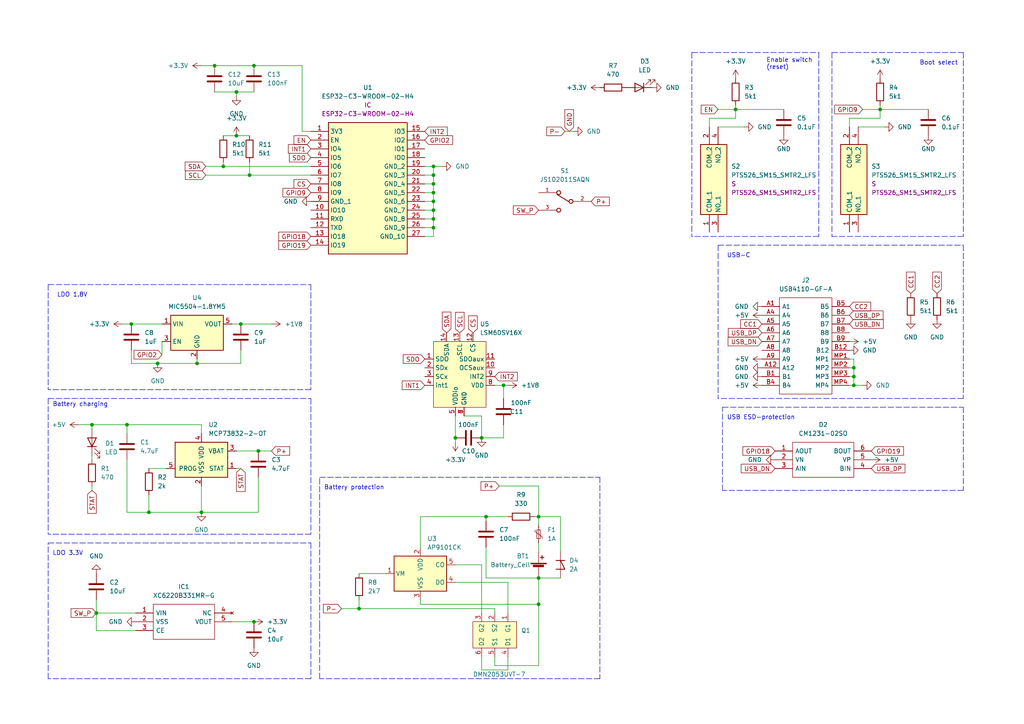
<source format=kicad_sch>
(kicad_sch (version 20211123) (generator eeschema)

  (uuid 30d32d25-4814-4cb6-9a5c-0ecaa4b480ee)

  (paper "A4")

  (lib_symbols
    (symbol "Battery_Management:AP9101CK" (in_bom yes) (on_board yes)
      (property "Reference" "U" (id 0) (at -7.62 6.35 0)
        (effects (font (size 1.27 1.27)) (justify left))
      )
      (property "Value" "AP9101CK" (id 1) (at 6.35 6.35 0)
        (effects (font (size 1.27 1.27)))
      )
      (property "Footprint" "Package_TO_SOT_SMD:SOT-23-5" (id 2) (at -1.27 0 0)
        (effects (font (size 1.27 1.27)) hide)
      )
      (property "Datasheet" "https://www.diodes.com/assets/Datasheets/AP9101C.pdf" (id 3) (at 0 1.27 0)
        (effects (font (size 1.27 1.27)) hide)
      )
      (property "ki_keywords" "battery protection li-ion li-po" (id 4) (at 0 0 0)
        (effects (font (size 1.27 1.27)) hide)
      )
      (property "ki_description" "Li+ Battery Protection IC for Single Cell Pack, SOT-23-5" (id 5) (at 0 0 0)
        (effects (font (size 1.27 1.27)) hide)
      )
      (property "ki_fp_filters" "SOT?23*" (id 6) (at 0 0 0)
        (effects (font (size 1.27 1.27)) hide)
      )
      (symbol "AP9101CK_0_1"
        (rectangle (start -7.62 5.08) (end 7.62 -5.08)
          (stroke (width 0.254) (type default) (color 0 0 0 0))
          (fill (type background))
        )
      )
      (symbol "AP9101CK_1_1"
        (pin passive line (at -10.16 0 0) (length 2.54)
          (name "VM" (effects (font (size 1.27 1.27))))
          (number "1" (effects (font (size 1.27 1.27))))
        )
        (pin power_in line (at 0 7.62 270) (length 2.54)
          (name "VDD" (effects (font (size 1.27 1.27))))
          (number "2" (effects (font (size 1.27 1.27))))
        )
        (pin power_in line (at 0 -7.62 90) (length 2.54)
          (name "VSS" (effects (font (size 1.27 1.27))))
          (number "3" (effects (font (size 1.27 1.27))))
        )
        (pin output line (at 10.16 -2.54 180) (length 2.54)
          (name "DO" (effects (font (size 1.27 1.27))))
          (number "4" (effects (font (size 1.27 1.27))))
        )
        (pin output line (at 10.16 2.54 180) (length 2.54)
          (name "CO" (effects (font (size 1.27 1.27))))
          (number "5" (effects (font (size 1.27 1.27))))
        )
      )
    )
    (symbol "Battery_Management:MCP73832-2-OT" (pin_names (offset 1.016)) (in_bom yes) (on_board yes)
      (property "Reference" "U" (id 0) (at -7.62 6.35 0)
        (effects (font (size 1.27 1.27)) (justify left))
      )
      (property "Value" "MCP73832-2-OT" (id 1) (at 1.27 6.35 0)
        (effects (font (size 1.27 1.27)) (justify left))
      )
      (property "Footprint" "Package_TO_SOT_SMD:SOT-23-5" (id 2) (at 1.27 -6.35 0)
        (effects (font (size 1.27 1.27) italic) (justify left) hide)
      )
      (property "Datasheet" "http://ww1.microchip.com/downloads/en/DeviceDoc/20001984g.pdf" (id 3) (at -3.81 -1.27 0)
        (effects (font (size 1.27 1.27)) hide)
      )
      (property "ki_keywords" "battery charger lithium" (id 4) (at 0 0 0)
        (effects (font (size 1.27 1.27)) hide)
      )
      (property "ki_description" "Single cell, Li-Ion/Li-Po charge management controller, 4.20V, Open-Drain Status Output, in SOT23-5 package" (id 5) (at 0 0 0)
        (effects (font (size 1.27 1.27)) hide)
      )
      (property "ki_fp_filters" "SOT?23*" (id 6) (at 0 0 0)
        (effects (font (size 1.27 1.27)) hide)
      )
      (symbol "MCP73832-2-OT_0_1"
        (rectangle (start -7.62 5.08) (end 7.62 -5.08)
          (stroke (width 0.254) (type default) (color 0 0 0 0))
          (fill (type background))
        )
      )
      (symbol "MCP73832-2-OT_1_1"
        (pin output line (at 10.16 -2.54 180) (length 2.54)
          (name "STAT" (effects (font (size 1.27 1.27))))
          (number "1" (effects (font (size 1.27 1.27))))
        )
        (pin power_in line (at 0 -7.62 90) (length 2.54)
          (name "VSS" (effects (font (size 1.27 1.27))))
          (number "2" (effects (font (size 1.27 1.27))))
        )
        (pin power_out line (at 10.16 2.54 180) (length 2.54)
          (name "VBAT" (effects (font (size 1.27 1.27))))
          (number "3" (effects (font (size 1.27 1.27))))
        )
        (pin power_in line (at 0 7.62 270) (length 2.54)
          (name "VDD" (effects (font (size 1.27 1.27))))
          (number "4" (effects (font (size 1.27 1.27))))
        )
        (pin input line (at -10.16 -2.54 0) (length 2.54)
          (name "PROG" (effects (font (size 1.27 1.27))))
          (number "5" (effects (font (size 1.27 1.27))))
        )
      )
    )
    (symbol "CM1231-02SO:CM1231-02SO" (pin_names (offset 0.762)) (in_bom yes) (on_board yes)
      (property "Reference" "D" (id 0) (at 24.13 7.62 0)
        (effects (font (size 1.27 1.27)) (justify left))
      )
      (property "Value" "CM1231-02SO" (id 1) (at 24.13 5.08 0)
        (effects (font (size 1.27 1.27)) (justify left))
      )
      (property "Footprint" "SOT95P280X145-6N" (id 2) (at 24.13 2.54 0)
        (effects (font (size 1.27 1.27)) (justify left) hide)
      )
      (property "Datasheet" "https://www.onsemi.com/pub/Collateral/CM1231%20DATA%20SHEET.PDF" (id 3) (at 24.13 0 0)
        (effects (font (size 1.27 1.27)) (justify left) hide)
      )
      (property "Description" "ON Semiconductor CM1231-02SO Dual Uni-Directional ESD Protection Array, 225mW peak, 6-Pin SOT-23" (id 4) (at 24.13 -2.54 0)
        (effects (font (size 1.27 1.27)) (justify left) hide)
      )
      (property "Height" "1.45" (id 5) (at 24.13 -5.08 0)
        (effects (font (size 1.27 1.27)) (justify left) hide)
      )
      (property "Mouser Part Number" "748-CM1231-02SO" (id 6) (at 24.13 -7.62 0)
        (effects (font (size 1.27 1.27)) (justify left) hide)
      )
      (property "Mouser Price/Stock" "https://www.mouser.co.uk/ProductDetail/onsemi/CM1231-02SO?qs=LMMkZCEv%2Ff0A85pzA%2FPjNw%3D%3D" (id 7) (at 24.13 -10.16 0)
        (effects (font (size 1.27 1.27)) (justify left) hide)
      )
      (property "Manufacturer_Name" "onsemi" (id 8) (at 24.13 -12.7 0)
        (effects (font (size 1.27 1.27)) (justify left) hide)
      )
      (property "Manufacturer_Part_Number" "CM1231-02SO" (id 9) (at 24.13 -15.24 0)
        (effects (font (size 1.27 1.27)) (justify left) hide)
      )
      (symbol "CM1231-02SO_0_0"
        (pin passive line (at 0 0 0) (length 5.08)
          (name "AOUT" (effects (font (size 1.27 1.27))))
          (number "1" (effects (font (size 1.27 1.27))))
        )
        (pin passive line (at 0 -2.54 0) (length 5.08)
          (name "VN" (effects (font (size 1.27 1.27))))
          (number "2" (effects (font (size 1.27 1.27))))
        )
        (pin passive line (at 0 -5.08 0) (length 5.08)
          (name "AIN" (effects (font (size 1.27 1.27))))
          (number "3" (effects (font (size 1.27 1.27))))
        )
        (pin passive line (at 27.94 -5.08 180) (length 5.08)
          (name "BIN" (effects (font (size 1.27 1.27))))
          (number "4" (effects (font (size 1.27 1.27))))
        )
        (pin passive line (at 27.94 -2.54 180) (length 5.08)
          (name "VP" (effects (font (size 1.27 1.27))))
          (number "5" (effects (font (size 1.27 1.27))))
        )
        (pin passive line (at 27.94 0 180) (length 5.08)
          (name "BOUT" (effects (font (size 1.27 1.27))))
          (number "6" (effects (font (size 1.27 1.27))))
        )
      )
      (symbol "CM1231-02SO_0_1"
        (polyline
          (pts
            (xy 5.08 2.54)
            (xy 22.86 2.54)
            (xy 22.86 -7.62)
            (xy 5.08 -7.62)
            (xy 5.08 2.54)
          )
          (stroke (width 0.1524) (type default) (color 0 0 0 0))
          (fill (type none))
        )
      )
    )
    (symbol "Device:Battery_Cell" (pin_numbers hide) (pin_names (offset 0) hide) (in_bom yes) (on_board yes)
      (property "Reference" "BT" (id 0) (at 2.54 2.54 0)
        (effects (font (size 1.27 1.27)) (justify left))
      )
      (property "Value" "Battery_Cell" (id 1) (at 2.54 0 0)
        (effects (font (size 1.27 1.27)) (justify left))
      )
      (property "Footprint" "" (id 2) (at 0 1.524 90)
        (effects (font (size 1.27 1.27)) hide)
      )
      (property "Datasheet" "~" (id 3) (at 0 1.524 90)
        (effects (font (size 1.27 1.27)) hide)
      )
      (property "ki_keywords" "battery cell" (id 4) (at 0 0 0)
        (effects (font (size 1.27 1.27)) hide)
      )
      (property "ki_description" "Single-cell battery" (id 5) (at 0 0 0)
        (effects (font (size 1.27 1.27)) hide)
      )
      (symbol "Battery_Cell_0_1"
        (rectangle (start -2.286 1.778) (end 2.286 1.524)
          (stroke (width 0) (type default) (color 0 0 0 0))
          (fill (type outline))
        )
        (rectangle (start -1.5748 1.1938) (end 1.4732 0.6858)
          (stroke (width 0) (type default) (color 0 0 0 0))
          (fill (type outline))
        )
        (polyline
          (pts
            (xy 0 0.762)
            (xy 0 0)
          )
          (stroke (width 0) (type default) (color 0 0 0 0))
          (fill (type none))
        )
        (polyline
          (pts
            (xy 0 1.778)
            (xy 0 2.54)
          )
          (stroke (width 0) (type default) (color 0 0 0 0))
          (fill (type none))
        )
        (polyline
          (pts
            (xy 0.508 3.429)
            (xy 1.524 3.429)
          )
          (stroke (width 0.254) (type default) (color 0 0 0 0))
          (fill (type none))
        )
        (polyline
          (pts
            (xy 1.016 3.937)
            (xy 1.016 2.921)
          )
          (stroke (width 0.254) (type default) (color 0 0 0 0))
          (fill (type none))
        )
      )
      (symbol "Battery_Cell_1_1"
        (pin passive line (at 0 5.08 270) (length 2.54)
          (name "+" (effects (font (size 1.27 1.27))))
          (number "1" (effects (font (size 1.27 1.27))))
        )
        (pin passive line (at 0 -2.54 90) (length 2.54)
          (name "-" (effects (font (size 1.27 1.27))))
          (number "2" (effects (font (size 1.27 1.27))))
        )
      )
    )
    (symbol "Device:C" (pin_numbers hide) (pin_names (offset 0.254)) (in_bom yes) (on_board yes)
      (property "Reference" "C" (id 0) (at 0.635 2.54 0)
        (effects (font (size 1.27 1.27)) (justify left))
      )
      (property "Value" "C" (id 1) (at 0.635 -2.54 0)
        (effects (font (size 1.27 1.27)) (justify left))
      )
      (property "Footprint" "" (id 2) (at 0.9652 -3.81 0)
        (effects (font (size 1.27 1.27)) hide)
      )
      (property "Datasheet" "~" (id 3) (at 0 0 0)
        (effects (font (size 1.27 1.27)) hide)
      )
      (property "ki_keywords" "cap capacitor" (id 4) (at 0 0 0)
        (effects (font (size 1.27 1.27)) hide)
      )
      (property "ki_description" "Unpolarized capacitor" (id 5) (at 0 0 0)
        (effects (font (size 1.27 1.27)) hide)
      )
      (property "ki_fp_filters" "C_*" (id 6) (at 0 0 0)
        (effects (font (size 1.27 1.27)) hide)
      )
      (symbol "C_0_1"
        (polyline
          (pts
            (xy -2.032 -0.762)
            (xy 2.032 -0.762)
          )
          (stroke (width 0.508) (type default) (color 0 0 0 0))
          (fill (type none))
        )
        (polyline
          (pts
            (xy -2.032 0.762)
            (xy 2.032 0.762)
          )
          (stroke (width 0.508) (type default) (color 0 0 0 0))
          (fill (type none))
        )
      )
      (symbol "C_1_1"
        (pin passive line (at 0 3.81 270) (length 2.794)
          (name "~" (effects (font (size 1.27 1.27))))
          (number "1" (effects (font (size 1.27 1.27))))
        )
        (pin passive line (at 0 -3.81 90) (length 2.794)
          (name "~" (effects (font (size 1.27 1.27))))
          (number "2" (effects (font (size 1.27 1.27))))
        )
      )
    )
    (symbol "Device:D_Shockley" (pin_numbers hide) (pin_names (offset 1.016) hide) (in_bom yes) (on_board yes)
      (property "Reference" "D" (id 0) (at 0 2.54 0)
        (effects (font (size 1.27 1.27)))
      )
      (property "Value" "D_Shockley" (id 1) (at 0 -2.54 0)
        (effects (font (size 1.27 1.27)))
      )
      (property "Footprint" "" (id 2) (at 0 0 0)
        (effects (font (size 1.27 1.27)) hide)
      )
      (property "Datasheet" "~" (id 3) (at 0 0 0)
        (effects (font (size 1.27 1.27)) hide)
      )
      (property "ki_keywords" "Shockley diode PNPN" (id 4) (at 0 0 0)
        (effects (font (size 1.27 1.27)) hide)
      )
      (property "ki_description" "Shockley (PNPN) diode" (id 5) (at 0 0 0)
        (effects (font (size 1.27 1.27)) hide)
      )
      (property "ki_fp_filters" "TO-???* *_Diode_* *SingleDiode* D_*" (id 6) (at 0 0 0)
        (effects (font (size 1.27 1.27)) hide)
      )
      (symbol "D_Shockley_0_1"
        (polyline
          (pts
            (xy -1.27 0)
            (xy 1.27 0)
          )
          (stroke (width 0) (type default) (color 0 0 0 0))
          (fill (type none))
        )
        (polyline
          (pts
            (xy -1.27 1.27)
            (xy -1.27 -1.27)
          )
          (stroke (width 0.254) (type default) (color 0 0 0 0))
          (fill (type none))
        )
        (polyline
          (pts
            (xy -1.27 0)
            (xy 1.27 1.27)
            (xy 1.27 -1.27)
          )
          (stroke (width 0.254) (type default) (color 0 0 0 0))
          (fill (type none))
        )
      )
      (symbol "D_Shockley_1_1"
        (pin passive line (at -3.81 0 0) (length 2.54)
          (name "K" (effects (font (size 1.27 1.27))))
          (number "1" (effects (font (size 1.27 1.27))))
        )
        (pin passive line (at 3.81 0 180) (length 2.54)
          (name "A" (effects (font (size 1.27 1.27))))
          (number "2" (effects (font (size 1.27 1.27))))
        )
      )
    )
    (symbol "Device:LED" (pin_numbers hide) (pin_names (offset 1.016) hide) (in_bom yes) (on_board yes)
      (property "Reference" "D" (id 0) (at 0 2.54 0)
        (effects (font (size 1.27 1.27)))
      )
      (property "Value" "LED" (id 1) (at 0 -2.54 0)
        (effects (font (size 1.27 1.27)))
      )
      (property "Footprint" "" (id 2) (at 0 0 0)
        (effects (font (size 1.27 1.27)) hide)
      )
      (property "Datasheet" "~" (id 3) (at 0 0 0)
        (effects (font (size 1.27 1.27)) hide)
      )
      (property "ki_keywords" "LED diode" (id 4) (at 0 0 0)
        (effects (font (size 1.27 1.27)) hide)
      )
      (property "ki_description" "Light emitting diode" (id 5) (at 0 0 0)
        (effects (font (size 1.27 1.27)) hide)
      )
      (property "ki_fp_filters" "LED* LED_SMD:* LED_THT:*" (id 6) (at 0 0 0)
        (effects (font (size 1.27 1.27)) hide)
      )
      (symbol "LED_0_1"
        (polyline
          (pts
            (xy -1.27 -1.27)
            (xy -1.27 1.27)
          )
          (stroke (width 0.254) (type default) (color 0 0 0 0))
          (fill (type none))
        )
        (polyline
          (pts
            (xy -1.27 0)
            (xy 1.27 0)
          )
          (stroke (width 0) (type default) (color 0 0 0 0))
          (fill (type none))
        )
        (polyline
          (pts
            (xy 1.27 -1.27)
            (xy 1.27 1.27)
            (xy -1.27 0)
            (xy 1.27 -1.27)
          )
          (stroke (width 0.254) (type default) (color 0 0 0 0))
          (fill (type none))
        )
        (polyline
          (pts
            (xy -3.048 -0.762)
            (xy -4.572 -2.286)
            (xy -3.81 -2.286)
            (xy -4.572 -2.286)
            (xy -4.572 -1.524)
          )
          (stroke (width 0) (type default) (color 0 0 0 0))
          (fill (type none))
        )
        (polyline
          (pts
            (xy -1.778 -0.762)
            (xy -3.302 -2.286)
            (xy -2.54 -2.286)
            (xy -3.302 -2.286)
            (xy -3.302 -1.524)
          )
          (stroke (width 0) (type default) (color 0 0 0 0))
          (fill (type none))
        )
      )
      (symbol "LED_1_1"
        (pin passive line (at -3.81 0 0) (length 2.54)
          (name "K" (effects (font (size 1.27 1.27))))
          (number "1" (effects (font (size 1.27 1.27))))
        )
        (pin passive line (at 3.81 0 180) (length 2.54)
          (name "A" (effects (font (size 1.27 1.27))))
          (number "2" (effects (font (size 1.27 1.27))))
        )
      )
    )
    (symbol "Device:Polyfuse_Small" (pin_numbers hide) (pin_names (offset 0)) (in_bom yes) (on_board yes)
      (property "Reference" "F" (id 0) (at -1.905 0 90)
        (effects (font (size 1.27 1.27)))
      )
      (property "Value" "Polyfuse_Small" (id 1) (at 1.905 0 90)
        (effects (font (size 1.27 1.27)))
      )
      (property "Footprint" "" (id 2) (at 1.27 -5.08 0)
        (effects (font (size 1.27 1.27)) (justify left) hide)
      )
      (property "Datasheet" "~" (id 3) (at 0 0 0)
        (effects (font (size 1.27 1.27)) hide)
      )
      (property "ki_keywords" "resettable fuse PTC PPTC polyfuse polyswitch" (id 4) (at 0 0 0)
        (effects (font (size 1.27 1.27)) hide)
      )
      (property "ki_description" "Resettable fuse, polymeric positive temperature coefficient, small symbol" (id 5) (at 0 0 0)
        (effects (font (size 1.27 1.27)) hide)
      )
      (property "ki_fp_filters" "*polyfuse* *PTC*" (id 6) (at 0 0 0)
        (effects (font (size 1.27 1.27)) hide)
      )
      (symbol "Polyfuse_Small_0_1"
        (rectangle (start -0.508 1.27) (end 0.508 -1.27)
          (stroke (width 0) (type default) (color 0 0 0 0))
          (fill (type none))
        )
        (polyline
          (pts
            (xy 0 2.54)
            (xy 0 -2.54)
          )
          (stroke (width 0) (type default) (color 0 0 0 0))
          (fill (type none))
        )
        (polyline
          (pts
            (xy -1.016 1.27)
            (xy -1.016 0.762)
            (xy 1.016 -0.762)
            (xy 1.016 -1.27)
          )
          (stroke (width 0) (type default) (color 0 0 0 0))
          (fill (type none))
        )
      )
      (symbol "Polyfuse_Small_1_1"
        (pin passive line (at 0 2.54 270) (length 0.635)
          (name "~" (effects (font (size 1.27 1.27))))
          (number "1" (effects (font (size 1.27 1.27))))
        )
        (pin passive line (at 0 -2.54 90) (length 0.635)
          (name "~" (effects (font (size 1.27 1.27))))
          (number "2" (effects (font (size 1.27 1.27))))
        )
      )
    )
    (symbol "Device:R" (pin_numbers hide) (pin_names (offset 0)) (in_bom yes) (on_board yes)
      (property "Reference" "R" (id 0) (at 2.032 0 90)
        (effects (font (size 1.27 1.27)))
      )
      (property "Value" "R" (id 1) (at 0 0 90)
        (effects (font (size 1.27 1.27)))
      )
      (property "Footprint" "" (id 2) (at -1.778 0 90)
        (effects (font (size 1.27 1.27)) hide)
      )
      (property "Datasheet" "~" (id 3) (at 0 0 0)
        (effects (font (size 1.27 1.27)) hide)
      )
      (property "ki_keywords" "R res resistor" (id 4) (at 0 0 0)
        (effects (font (size 1.27 1.27)) hide)
      )
      (property "ki_description" "Resistor" (id 5) (at 0 0 0)
        (effects (font (size 1.27 1.27)) hide)
      )
      (property "ki_fp_filters" "R_*" (id 6) (at 0 0 0)
        (effects (font (size 1.27 1.27)) hide)
      )
      (symbol "R_0_1"
        (rectangle (start -1.016 -2.54) (end 1.016 2.54)
          (stroke (width 0.254) (type default) (color 0 0 0 0))
          (fill (type none))
        )
      )
      (symbol "R_1_1"
        (pin passive line (at 0 3.81 270) (length 1.27)
          (name "~" (effects (font (size 1.27 1.27))))
          (number "1" (effects (font (size 1.27 1.27))))
        )
        (pin passive line (at 0 -3.81 90) (length 1.27)
          (name "~" (effects (font (size 1.27 1.27))))
          (number "2" (effects (font (size 1.27 1.27))))
        )
      )
    )
    (symbol "DiodesInc:DMN2053UVT-7" (in_bom yes) (on_board yes)
      (property "Reference" "Q" (id 0) (at 0 0 0)
        (effects (font (size 1.27 1.27)))
      )
      (property "Value" "DMN2053UVT-7" (id 1) (at 0 2.54 0)
        (effects (font (size 1.27 1.27)))
      )
      (property "Footprint" "Package_TO_SOT_SMD:SOT-23-6" (id 2) (at 0 0 0)
        (effects (font (size 1.27 1.27)) hide)
      )
      (property "Datasheet" "" (id 3) (at 0 0 0)
        (effects (font (size 1.27 1.27)) hide)
      )
      (symbol "DMN2053UVT-7_0_1"
        (rectangle (start -3.81 -1.27) (end 3.81 -13.97)
          (stroke (width 0) (type default) (color 0 0 0 0))
          (fill (type background))
        )
      )
      (symbol "DMN2053UVT-7_1_1"
        (pin input line (at -6.35 -3.81 0) (length 2.54)
          (name "G1" (effects (font (size 1.27 1.27))))
          (number "1" (effects (font (size 1.27 1.27))))
        )
        (pin input line (at -6.35 -7.62 0) (length 2.54)
          (name "S2" (effects (font (size 1.27 1.27))))
          (number "2" (effects (font (size 1.27 1.27))))
        )
        (pin input line (at -6.35 -11.43 0) (length 2.54)
          (name "G2" (effects (font (size 1.27 1.27))))
          (number "3" (effects (font (size 1.27 1.27))))
        )
        (pin input line (at 6.35 -3.81 180) (length 2.54)
          (name "D1" (effects (font (size 1.27 1.27))))
          (number "4" (effects (font (size 1.27 1.27))))
        )
        (pin input line (at 6.35 -7.62 180) (length 2.54)
          (name "S1" (effects (font (size 1.27 1.27))))
          (number "5" (effects (font (size 1.27 1.27))))
        )
        (pin input line (at 6.35 -11.43 180) (length 2.54)
          (name "D2" (effects (font (size 1.27 1.27))))
          (number "6" (effects (font (size 1.27 1.27))))
        )
      )
    )
    (symbol "ESP32-C3-WROOM-02-H4:ESP32-C3-WROOM-02-H4" (in_bom yes) (on_board yes)
      (property "Reference" "" (id 0) (at 0 0 0)
        (effects (font (size 1.27 1.27)))
      )
      (property "Value" "ESP32-C3-WROOM-02-H4" (id 1) (at 0 0 0)
        (effects (font (size 1.27 1.27)))
      )
      (property "Footprint" "" (id 2) (at 0 0 0)
        (effects (font (size 1.27 1.27)) hide)
      )
      (property "Datasheet" "" (id 3) (at 0 0 0)
        (effects (font (size 1.27 1.27)) hide)
      )
      (property "Reference_1" "IC" (id 4) (at 29.21 7.62 0)
        (effects (font (size 1.27 1.27)) (justify left top))
      )
      (property "Value_1" "ESP32-C3-WROOM-02-H4" (id 5) (at 29.21 5.08 0)
        (effects (font (size 1.27 1.27)) (justify left top))
      )
      (property "Footprint_1" "ESP32C3WROOM02H4" (id 6) (at 29.21 -94.92 0)
        (effects (font (size 1.27 1.27)) (justify left top) hide)
      )
      (property "Datasheet_1" "https://www.mouser.in/datasheet/2/891/Espressif_Systems_04082021_ESP32_C3_WROOM_02-2295851.pdf" (id 7) (at 29.21 -194.92 0)
        (effects (font (size 1.27 1.27)) (justify left top) hide)
      )
      (property "Height" "3.35" (id 8) (at 29.21 -394.92 0)
        (effects (font (size 1.27 1.27)) (justify left top) hide)
      )
      (property "Mouser Part Number" "356-ESP32C3WROOM02H4" (id 9) (at 29.21 -494.92 0)
        (effects (font (size 1.27 1.27)) (justify left top) hide)
      )
      (property "Mouser Price/Stock" "https://www.mouser.co.uk/ProductDetail/Espressif-Systems/ESP32-C3-WROOM-02-H4?qs=stqOd1AaK79%2FSA14oWtR%252Bw%3D%3D" (id 10) (at 29.21 -594.92 0)
        (effects (font (size 1.27 1.27)) (justify left top) hide)
      )
      (property "Manufacturer_Name" "Espressif Systems" (id 11) (at 29.21 -694.92 0)
        (effects (font (size 1.27 1.27)) (justify left top) hide)
      )
      (property "Manufacturer_Part_Number" "ESP32-C3-WROOM-02-H4" (id 12) (at 29.21 -794.92 0)
        (effects (font (size 1.27 1.27)) (justify left top) hide)
      )
      (property "ki_description" "WiFi Modules (802.11) SMD module, ESP32-C3, 4MB SPI flash, PCB antenna, -40 C +105 C" (id 13) (at 0 0 0)
        (effects (font (size 1.27 1.27)) hide)
      )
      (symbol "ESP32-C3-WROOM-02-H4_1_1"
        (rectangle (start 5.08 2.54) (end 27.94 -35.56)
          (stroke (width 0.254) (type default) (color 0 0 0 0))
          (fill (type background))
        )
        (pin passive line (at 0 0 0) (length 5.08)
          (name "3V3" (effects (font (size 1.27 1.27))))
          (number "1" (effects (font (size 1.27 1.27))))
        )
        (pin passive line (at 0 -22.86 0) (length 5.08)
          (name "IO10" (effects (font (size 1.27 1.27))))
          (number "10" (effects (font (size 1.27 1.27))))
        )
        (pin passive line (at 0 -25.4 0) (length 5.08)
          (name "RXD" (effects (font (size 1.27 1.27))))
          (number "11" (effects (font (size 1.27 1.27))))
        )
        (pin passive line (at 0 -27.94 0) (length 5.08)
          (name "TXD" (effects (font (size 1.27 1.27))))
          (number "12" (effects (font (size 1.27 1.27))))
        )
        (pin passive line (at 0 -30.48 0) (length 5.08)
          (name "IO18" (effects (font (size 1.27 1.27))))
          (number "13" (effects (font (size 1.27 1.27))))
        )
        (pin passive line (at 0 -33.02 0) (length 5.08)
          (name "IO19" (effects (font (size 1.27 1.27))))
          (number "14" (effects (font (size 1.27 1.27))))
        )
        (pin passive line (at 33.02 0 180) (length 5.08)
          (name "IO3" (effects (font (size 1.27 1.27))))
          (number "15" (effects (font (size 1.27 1.27))))
        )
        (pin passive line (at 33.02 -2.54 180) (length 5.08)
          (name "IO2" (effects (font (size 1.27 1.27))))
          (number "16" (effects (font (size 1.27 1.27))))
        )
        (pin passive line (at 33.02 -5.08 180) (length 5.08)
          (name "IO1" (effects (font (size 1.27 1.27))))
          (number "17" (effects (font (size 1.27 1.27))))
        )
        (pin passive line (at 33.02 -7.62 180) (length 5.08)
          (name "IO0" (effects (font (size 1.27 1.27))))
          (number "18" (effects (font (size 1.27 1.27))))
        )
        (pin passive line (at 33.02 -10.16 180) (length 5.08)
          (name "GND_2" (effects (font (size 1.27 1.27))))
          (number "19" (effects (font (size 1.27 1.27))))
        )
        (pin passive line (at 0 -2.54 0) (length 5.08)
          (name "EN" (effects (font (size 1.27 1.27))))
          (number "2" (effects (font (size 1.27 1.27))))
        )
        (pin passive line (at 33.02 -12.7 180) (length 5.08)
          (name "GND_3" (effects (font (size 1.27 1.27))))
          (number "20" (effects (font (size 1.27 1.27))))
        )
        (pin passive line (at 33.02 -15.24 180) (length 5.08)
          (name "GND_4" (effects (font (size 1.27 1.27))))
          (number "21" (effects (font (size 1.27 1.27))))
        )
        (pin passive line (at 33.02 -17.78 180) (length 5.08)
          (name "GND_5" (effects (font (size 1.27 1.27))))
          (number "22" (effects (font (size 1.27 1.27))))
        )
        (pin passive line (at 33.02 -20.32 180) (length 5.08)
          (name "GND_6" (effects (font (size 1.27 1.27))))
          (number "23" (effects (font (size 1.27 1.27))))
        )
        (pin passive line (at 33.02 -22.86 180) (length 5.08)
          (name "GND_7" (effects (font (size 1.27 1.27))))
          (number "24" (effects (font (size 1.27 1.27))))
        )
        (pin passive line (at 33.02 -25.4 180) (length 5.08)
          (name "GND_8" (effects (font (size 1.27 1.27))))
          (number "25" (effects (font (size 1.27 1.27))))
        )
        (pin passive line (at 33.02 -27.94 180) (length 5.08)
          (name "GND_9" (effects (font (size 1.27 1.27))))
          (number "26" (effects (font (size 1.27 1.27))))
        )
        (pin passive line (at 33.02 -30.48 180) (length 5.08)
          (name "GND_10" (effects (font (size 1.27 1.27))))
          (number "27" (effects (font (size 1.27 1.27))))
        )
        (pin passive line (at 0 -5.08 0) (length 5.08)
          (name "IO4" (effects (font (size 1.27 1.27))))
          (number "3" (effects (font (size 1.27 1.27))))
        )
        (pin passive line (at 0 -7.62 0) (length 5.08)
          (name "IO5" (effects (font (size 1.27 1.27))))
          (number "4" (effects (font (size 1.27 1.27))))
        )
        (pin passive line (at 0 -10.16 0) (length 5.08)
          (name "IO6" (effects (font (size 1.27 1.27))))
          (number "5" (effects (font (size 1.27 1.27))))
        )
        (pin passive line (at 0 -12.7 0) (length 5.08)
          (name "IO7" (effects (font (size 1.27 1.27))))
          (number "6" (effects (font (size 1.27 1.27))))
        )
        (pin passive line (at 0 -15.24 0) (length 5.08)
          (name "IO8" (effects (font (size 1.27 1.27))))
          (number "7" (effects (font (size 1.27 1.27))))
        )
        (pin passive line (at 0 -17.78 0) (length 5.08)
          (name "IO9" (effects (font (size 1.27 1.27))))
          (number "8" (effects (font (size 1.27 1.27))))
        )
        (pin passive line (at 0 -20.32 0) (length 5.08)
          (name "GND_1" (effects (font (size 1.27 1.27))))
          (number "9" (effects (font (size 1.27 1.27))))
        )
      )
    )
    (symbol "JS102011SAQN:JS102011SAQN" (pin_names (offset 1.016)) (in_bom yes) (on_board yes)
      (property "Reference" "S" (id 0) (at -7.6229 5.0819 0)
        (effects (font (size 1.27 1.27)) (justify left bottom))
      )
      (property "Value" "JS102011SAQN" (id 1) (at -7.6286 -5.0857 0)
        (effects (font (size 1.27 1.27)) (justify left bottom))
      )
      (property "Footprint" "CK:SW_JS102011SAQN" (id 2) (at 0 0 0)
        (effects (font (size 1.27 1.27)) (justify bottom) hide)
      )
      (property "Datasheet" "" (id 3) (at 0 0 0)
        (effects (font (size 1.27 1.27)) hide)
      )
      (property "MANUFACTURER" "C&K" (id 4) (at 0 0 0)
        (effects (font (size 1.27 1.27)) (justify bottom) hide)
      )
      (symbol "JS102011SAQN_0_0"
        (circle (center -1.778 -2.54) (radius 0.568)
          (stroke (width 0.254) (type default) (color 0 0 0 0))
          (fill (type none))
        )
        (circle (center -1.778 2.54) (radius 0.568)
          (stroke (width 0.254) (type default) (color 0 0 0 0))
          (fill (type none))
        )
        (polyline
          (pts
            (xy 1.016 0)
            (xy -2.286 2.032)
          )
          (stroke (width 0.254) (type default) (color 0 0 0 0))
          (fill (type none))
        )
        (circle (center 1.778 0) (radius 0.568)
          (stroke (width 0.254) (type default) (color 0 0 0 0))
          (fill (type none))
        )
        (pin passive line (at -7.62 2.54 0) (length 5.08)
          (name "~" (effects (font (size 1.016 1.016))))
          (number "1" (effects (font (size 1.016 1.016))))
        )
        (pin passive line (at 7.62 0 180) (length 5.08)
          (name "~" (effects (font (size 1.016 1.016))))
          (number "2" (effects (font (size 1.016 1.016))))
        )
        (pin passive line (at -7.62 -2.54 0) (length 5.08)
          (name "~" (effects (font (size 1.016 1.016))))
          (number "3" (effects (font (size 1.016 1.016))))
        )
      )
    )
    (symbol "PTS526_SM15_SMTR2_LFS_1" (in_bom yes) (on_board yes)
      (property "Reference" "S?" (id 0) (at 0 0 0)
        (effects (font (size 1.27 1.27)))
      )
      (property "Value" "PTS526_SM15_SMTR2_LFS_1" (id 1) (at 0 0 0)
        (effects (font (size 1.27 1.27)))
      )
      (property "Footprint" "CK:PTS526SM15SMTR2LFS" (id 2) (at 0 0 0)
        (effects (font (size 1.27 1.27)) hide)
      )
      (property "Datasheet" "" (id 3) (at 0 0 0)
        (effects (font (size 1.27 1.27)) hide)
      )
      (property "Reference_1" "S" (id 4) (at 26.67 7.62 0)
        (effects (font (size 1.27 1.27)) (justify left top))
      )
      (property "Value_1" "PTS526_SM15_SMTR2_LFS" (id 5) (at 26.67 5.08 0)
        (effects (font (size 1.27 1.27)) (justify left top))
      )
      (property "Footprint_1" "PTS526SM15SMTR2LFS" (id 6) (at 26.67 -94.92 0)
        (effects (font (size 1.27 1.27)) (justify left top) hide)
      )
      (property "Datasheet_1" "" (id 7) (at 26.67 -194.92 0)
        (effects (font (size 1.27 1.27)) (justify left top) hide)
      )
      (property "Height" "1.5" (id 8) (at 26.67 -394.92 0)
        (effects (font (size 1.27 1.27)) (justify left top) hide)
      )
      (property "Mouser Part Number" "611-PTS526SM15SMTR2L" (id 9) (at 26.67 -494.92 0)
        (effects (font (size 1.27 1.27)) (justify left top) hide)
      )
      (property "Mouser Price/Stock" "https://www.mouser.co.uk/ProductDetail/CK/PTS526-SM15-SMTR2-LFS?qs=UXgszm6BlbENivbslIA%252B5g%3D%3D" (id 10) (at 26.67 -594.92 0)
        (effects (font (size 1.27 1.27)) (justify left top) hide)
      )
      (property "Manufacturer_Name" "C & K COMPONENTS" (id 11) (at 26.67 -694.92 0)
        (effects (font (size 1.27 1.27)) (justify left top) hide)
      )
      (property "Manufacturer_Part_Number" "PTS526 SM15 SMTR2 LFS" (id 12) (at 26.67 -794.92 0)
        (effects (font (size 1.27 1.27)) (justify left top) hide)
      )
      (property "ki_description" "Tactile Switches 50mA 12VDC, 5.2x5.2mm, 1.5mm H, 160gf, G leads, No ground pin, metal actuator" (id 13) (at 0 0 0)
        (effects (font (size 1.27 1.27)) hide)
      )
      (symbol "PTS526_SM15_SMTR2_LFS_1_1_1"
        (rectangle (start 5.08 2.54) (end 25.4 -5.08)
          (stroke (width 0.254) (type default) (color 0 0 0 0))
          (fill (type background))
        )
        (pin passive line (at 0 0 0) (length 5.08)
          (name "COM_1" (effects (font (size 1.27 1.27))))
          (number "1" (effects (font (size 1.27 1.27))))
        )
        (pin passive line (at 30.48 0 180) (length 5.08)
          (name "COM_2" (effects (font (size 1.27 1.27))))
          (number "2" (effects (font (size 1.27 1.27))))
        )
        (pin passive line (at 0 -2.54 0) (length 5.08)
          (name "NO_1" (effects (font (size 1.27 1.27))))
          (number "3" (effects (font (size 1.27 1.27))))
        )
        (pin passive line (at 30.48 -2.54 180) (length 5.08)
          (name "NO_2" (effects (font (size 1.27 1.27))))
          (number "4" (effects (font (size 1.27 1.27))))
        )
      )
    )
    (symbol "Regulator_Linear:MIC5504-1.8YM5" (in_bom yes) (on_board yes)
      (property "Reference" "U" (id 0) (at -7.62 8.89 0)
        (effects (font (size 1.27 1.27)) (justify left))
      )
      (property "Value" "MIC5504-1.8YM5" (id 1) (at -7.62 6.35 0)
        (effects (font (size 1.27 1.27)) (justify left))
      )
      (property "Footprint" "Package_TO_SOT_SMD:SOT-23-5" (id 2) (at 0 -10.16 0)
        (effects (font (size 1.27 1.27)) hide)
      )
      (property "Datasheet" "http://ww1.microchip.com/downloads/en/DeviceDoc/MIC550X.pdf" (id 3) (at -6.35 6.35 0)
        (effects (font (size 1.27 1.27)) hide)
      )
      (property "ki_keywords" "Micrel LDO voltage regulator" (id 4) (at 0 0 0)
        (effects (font (size 1.27 1.27)) hide)
      )
      (property "ki_description" "300mA Low-dropout Voltage Regulator, Vout 1.8V, Vin up to 5.5V, SOT-23" (id 5) (at 0 0 0)
        (effects (font (size 1.27 1.27)) hide)
      )
      (property "ki_fp_filters" "SOT?23?5*" (id 6) (at 0 0 0)
        (effects (font (size 1.27 1.27)) hide)
      )
      (symbol "MIC5504-1.8YM5_0_1"
        (rectangle (start -7.62 -5.08) (end 7.62 5.08)
          (stroke (width 0.254) (type default) (color 0 0 0 0))
          (fill (type background))
        )
      )
      (symbol "MIC5504-1.8YM5_1_1"
        (pin power_in line (at -10.16 2.54 0) (length 2.54)
          (name "VIN" (effects (font (size 1.27 1.27))))
          (number "1" (effects (font (size 1.27 1.27))))
        )
        (pin power_in line (at 0 -7.62 90) (length 2.54)
          (name "GND" (effects (font (size 1.27 1.27))))
          (number "2" (effects (font (size 1.27 1.27))))
        )
        (pin input line (at -10.16 -2.54 0) (length 2.54)
          (name "EN" (effects (font (size 1.27 1.27))))
          (number "3" (effects (font (size 1.27 1.27))))
        )
        (pin no_connect line (at 7.62 -2.54 180) (length 2.54) hide
          (name "NC" (effects (font (size 1.27 1.27))))
          (number "4" (effects (font (size 1.27 1.27))))
        )
        (pin power_out line (at 10.16 2.54 180) (length 2.54)
          (name "VOUT" (effects (font (size 1.27 1.27))))
          (number "5" (effects (font (size 1.27 1.27))))
        )
      )
    )
    (symbol "STM:LSM6DSV16X" (in_bom yes) (on_board yes)
      (property "Reference" "U" (id 0) (at 0 6.35 0)
        (effects (font (size 1.27 1.27)))
      )
      (property "Value" "LSM6DSV16X" (id 1) (at 0 8.89 0)
        (effects (font (size 1.27 1.27)))
      )
      (property "Footprint" "Packages:LGA-14L 2.5 x 3.0" (id 2) (at -1.27 -29.21 0)
        (effects (font (size 1.27 1.27)) hide)
      )
      (property "Datasheet" "" (id 3) (at 0 6.35 0)
        (effects (font (size 1.27 1.27)) hide)
      )
      (symbol "LSM6DSV16X_0_1"
        (rectangle (start -7.62 -2.54) (end 7.62 -21.59)
          (stroke (width 0) (type default) (color 0 0 0 0))
          (fill (type background))
        )
      )
      (symbol "LSM6DSV16X_1_1"
        (pin input line (at -10.16 -7.62 0) (length 2.54)
          (name "SDO" (effects (font (size 1.27 1.27))))
          (number "1" (effects (font (size 1.27 1.27))))
        )
        (pin input line (at 10.16 -10.16 180) (length 2.54)
          (name "OCSaux" (effects (font (size 1.27 1.27))))
          (number "10" (effects (font (size 1.27 1.27))))
        )
        (pin input line (at 10.16 -7.62 180) (length 2.54)
          (name "SDOaux" (effects (font (size 1.27 1.27))))
          (number "11" (effects (font (size 1.27 1.27))))
        )
        (pin input line (at 3.81 0 270) (length 2.54)
          (name "CS" (effects (font (size 1.27 1.27))))
          (number "12" (effects (font (size 1.27 1.27))))
        )
        (pin input line (at 0 0 270) (length 2.54)
          (name "SCL" (effects (font (size 1.27 1.27))))
          (number "13" (effects (font (size 1.27 1.27))))
        )
        (pin input line (at -3.81 0 270) (length 2.54)
          (name "SDA" (effects (font (size 1.27 1.27))))
          (number "14" (effects (font (size 1.27 1.27))))
        )
        (pin input line (at -10.16 -10.16 0) (length 2.54)
          (name "SDx" (effects (font (size 1.27 1.27))))
          (number "2" (effects (font (size 1.27 1.27))))
        )
        (pin input line (at -10.16 -12.7 0) (length 2.54)
          (name "SCx" (effects (font (size 1.27 1.27))))
          (number "3" (effects (font (size 1.27 1.27))))
        )
        (pin input line (at -10.16 -15.24 0) (length 2.54)
          (name "int1" (effects (font (size 1.27 1.27))))
          (number "4" (effects (font (size 1.27 1.27))))
        )
        (pin input line (at -1.27 -24.13 90) (length 2.54)
          (name "VDDio" (effects (font (size 1.27 1.27))))
          (number "5" (effects (font (size 1.27 1.27))))
        )
        (pin input line (at 1.27 -24.13 90) (length 2.54)
          (name "GND" (effects (font (size 1.27 1.27))))
          (number "6" (effects (font (size 1.27 1.27))))
        )
        (pin input line (at 1.27 -24.13 90) (length 2.54)
          (name "GND" (effects (font (size 1.27 1.27))))
          (number "7" (effects (font (size 1.27 1.27))))
        )
        (pin input line (at 10.16 -15.24 180) (length 2.54)
          (name "VDD" (effects (font (size 1.27 1.27))))
          (number "8" (effects (font (size 1.27 1.27))))
        )
        (pin input line (at 10.16 -12.7 180) (length 2.54)
          (name "INT2" (effects (font (size 1.27 1.27))))
          (number "9" (effects (font (size 1.27 1.27))))
        )
      )
    )
    (symbol "USB4110-GF-A:USB4110-GF-A" (pin_names (offset 0.762)) (in_bom yes) (on_board yes)
      (property "Reference" "J" (id 0) (at 21.59 7.62 0)
        (effects (font (size 1.27 1.27)) (justify left))
      )
      (property "Value" "USB4110-GF-A" (id 1) (at 21.59 5.08 0)
        (effects (font (size 1.27 1.27)) (justify left))
      )
      (property "Footprint" "OCT:USB4110GFA" (id 2) (at 21.59 2.54 0)
        (effects (font (size 1.27 1.27)) (justify left) hide)
      )
      (property "Datasheet" "https://gct.co/files/drawings/usb4110.pdf" (id 3) (at 21.59 0 0)
        (effects (font (size 1.27 1.27)) (justify left) hide)
      )
      (property "Description" "CONN USB 2.0 TYPE-C R/A SMT" (id 4) (at 21.59 -2.54 0)
        (effects (font (size 1.27 1.27)) (justify left) hide)
      )
      (property "Height" "3.26" (id 5) (at 21.59 -5.08 0)
        (effects (font (size 1.27 1.27)) (justify left) hide)
      )
      (property "Mouser Part Number" "640-USB4110-GF-A" (id 6) (at 21.59 -7.62 0)
        (effects (font (size 1.27 1.27)) (justify left) hide)
      )
      (property "Mouser Price/Stock" "https://www.mouser.co.uk/ProductDetail/GCT/USB4110-GF-A?qs=KUoIvG%2F9IlYiZvIXQjyJeA%3D%3D" (id 7) (at 21.59 -10.16 0)
        (effects (font (size 1.27 1.27)) (justify left) hide)
      )
      (property "Manufacturer_Name" "GCT (GLOBAL CONNECTOR TECHNOLOGY)" (id 8) (at 21.59 -12.7 0)
        (effects (font (size 1.27 1.27)) (justify left) hide)
      )
      (property "Manufacturer_Part_Number" "USB4110-GF-A" (id 9) (at 21.59 -15.24 0)
        (effects (font (size 1.27 1.27)) (justify left) hide)
      )
      (symbol "USB4110-GF-A_0_0"
        (pin passive line (at 0 0 0) (length 5.08)
          (name "A1" (effects (font (size 1.27 1.27))))
          (number "A1" (effects (font (size 1.27 1.27))))
        )
        (pin passive line (at 0 -17.78 0) (length 5.08)
          (name "A12" (effects (font (size 1.27 1.27))))
          (number "A12" (effects (font (size 1.27 1.27))))
        )
        (pin passive line (at 0 -2.54 0) (length 5.08)
          (name "A4" (effects (font (size 1.27 1.27))))
          (number "A4" (effects (font (size 1.27 1.27))))
        )
        (pin passive line (at 0 -5.08 0) (length 5.08)
          (name "A5" (effects (font (size 1.27 1.27))))
          (number "A5" (effects (font (size 1.27 1.27))))
        )
        (pin passive line (at 0 -7.62 0) (length 5.08)
          (name "A6" (effects (font (size 1.27 1.27))))
          (number "A6" (effects (font (size 1.27 1.27))))
        )
        (pin passive line (at 0 -10.16 0) (length 5.08)
          (name "A7" (effects (font (size 1.27 1.27))))
          (number "A7" (effects (font (size 1.27 1.27))))
        )
        (pin passive line (at 0 -12.7 0) (length 5.08)
          (name "A8" (effects (font (size 1.27 1.27))))
          (number "A8" (effects (font (size 1.27 1.27))))
        )
        (pin passive line (at 0 -15.24 0) (length 5.08)
          (name "A9" (effects (font (size 1.27 1.27))))
          (number "A9" (effects (font (size 1.27 1.27))))
        )
        (pin passive line (at 0 -20.32 0) (length 5.08)
          (name "B1" (effects (font (size 1.27 1.27))))
          (number "B1" (effects (font (size 1.27 1.27))))
        )
        (pin passive line (at 25.4 -12.7 180) (length 5.08)
          (name "B12" (effects (font (size 1.27 1.27))))
          (number "B12" (effects (font (size 1.27 1.27))))
        )
        (pin passive line (at 0 -22.86 0) (length 5.08)
          (name "B4" (effects (font (size 1.27 1.27))))
          (number "B4" (effects (font (size 1.27 1.27))))
        )
        (pin passive line (at 25.4 0 180) (length 5.08)
          (name "B5" (effects (font (size 1.27 1.27))))
          (number "B5" (effects (font (size 1.27 1.27))))
        )
        (pin passive line (at 25.4 -2.54 180) (length 5.08)
          (name "B6" (effects (font (size 1.27 1.27))))
          (number "B6" (effects (font (size 1.27 1.27))))
        )
        (pin passive line (at 25.4 -5.08 180) (length 5.08)
          (name "B7" (effects (font (size 1.27 1.27))))
          (number "B7" (effects (font (size 1.27 1.27))))
        )
        (pin passive line (at 25.4 -7.62 180) (length 5.08)
          (name "B8" (effects (font (size 1.27 1.27))))
          (number "B8" (effects (font (size 1.27 1.27))))
        )
        (pin passive line (at 25.4 -10.16 180) (length 5.08)
          (name "B9" (effects (font (size 1.27 1.27))))
          (number "B9" (effects (font (size 1.27 1.27))))
        )
        (pin passive line (at 25.4 -15.24 180) (length 5.08)
          (name "MP1" (effects (font (size 1.27 1.27))))
          (number "MP1" (effects (font (size 1.27 1.27))))
        )
        (pin passive line (at 25.4 -17.78 180) (length 5.08)
          (name "MP2" (effects (font (size 1.27 1.27))))
          (number "MP2" (effects (font (size 1.27 1.27))))
        )
        (pin passive line (at 25.4 -20.32 180) (length 5.08)
          (name "MP3" (effects (font (size 1.27 1.27))))
          (number "MP3" (effects (font (size 1.27 1.27))))
        )
        (pin passive line (at 25.4 -22.86 180) (length 5.08)
          (name "MP4" (effects (font (size 1.27 1.27))))
          (number "MP4" (effects (font (size 1.27 1.27))))
        )
      )
      (symbol "USB4110-GF-A_0_1"
        (polyline
          (pts
            (xy 5.08 2.54)
            (xy 20.32 2.54)
            (xy 20.32 -25.4)
            (xy 5.08 -25.4)
            (xy 5.08 2.54)
          )
          (stroke (width 0.1524) (type default) (color 0 0 0 0))
          (fill (type none))
        )
      )
    )
    (symbol "XC6220B331MR-G:XC6220B331MR-G" (pin_names (offset 0.762)) (in_bom yes) (on_board yes)
      (property "Reference" "IC" (id 0) (at 24.13 7.62 0)
        (effects (font (size 1.27 1.27)) (justify left))
      )
      (property "Value" "XC6220B331MR-G" (id 1) (at 24.13 5.08 0)
        (effects (font (size 1.27 1.27)) (justify left))
      )
      (property "Footprint" "Torex:SOT95P280X130-5N" (id 2) (at 24.13 2.54 0)
        (effects (font (size 1.27 1.27)) (justify left) hide)
      )
      (property "Datasheet" "https://www.torexsemi.com/file/xc6220/XC6220.pdf" (id 3) (at 24.13 0 0)
        (effects (font (size 1.27 1.27)) (justify left) hide)
      )
      (property "Description" "TOREX - XC6220B331MR-G - IC, LDO, 1A, 3.3V, SOT-25" (id 4) (at 24.13 -2.54 0)
        (effects (font (size 1.27 1.27)) (justify left) hide)
      )
      (property "Height" "1.3" (id 5) (at 24.13 -5.08 0)
        (effects (font (size 1.27 1.27)) (justify left) hide)
      )
      (property "Mouser Part Number" "865-XC6220B331MR-G" (id 6) (at 24.13 -7.62 0)
        (effects (font (size 1.27 1.27)) (justify left) hide)
      )
      (property "Mouser Price/Stock" "https://www.mouser.co.uk/ProductDetail/Torex-Semiconductor/XC6220B331MR-G?qs=AsjdqWjXhJ8lRh0WBUyqoQ%3D%3D" (id 7) (at 24.13 -10.16 0)
        (effects (font (size 1.27 1.27)) (justify left) hide)
      )
      (property "Manufacturer_Name" "Torex" (id 8) (at 24.13 -12.7 0)
        (effects (font (size 1.27 1.27)) (justify left) hide)
      )
      (property "Manufacturer_Part_Number" "XC6220B331MR-G" (id 9) (at 24.13 -15.24 0)
        (effects (font (size 1.27 1.27)) (justify left) hide)
      )
      (symbol "XC6220B331MR-G_0_0"
        (pin passive line (at 0 0 0) (length 5.08)
          (name "VIN" (effects (font (size 1.27 1.27))))
          (number "1" (effects (font (size 1.27 1.27))))
        )
        (pin passive line (at 0 -2.54 0) (length 5.08)
          (name "VSS" (effects (font (size 1.27 1.27))))
          (number "2" (effects (font (size 1.27 1.27))))
        )
        (pin passive line (at 0 -5.08 0) (length 5.08)
          (name "CE" (effects (font (size 1.27 1.27))))
          (number "3" (effects (font (size 1.27 1.27))))
        )
        (pin no_connect line (at 27.94 0 180) (length 5.08)
          (name "NC" (effects (font (size 1.27 1.27))))
          (number "4" (effects (font (size 1.27 1.27))))
        )
        (pin passive line (at 27.94 -2.54 180) (length 5.08)
          (name "VOUT" (effects (font (size 1.27 1.27))))
          (number "5" (effects (font (size 1.27 1.27))))
        )
      )
      (symbol "XC6220B331MR-G_0_1"
        (polyline
          (pts
            (xy 5.08 2.54)
            (xy 22.86 2.54)
            (xy 22.86 -7.62)
            (xy 5.08 -7.62)
            (xy 5.08 2.54)
          )
          (stroke (width 0.1524) (type default) (color 0 0 0 0))
          (fill (type none))
        )
      )
    )
    (symbol "power:+1V8" (power) (pin_names (offset 0)) (in_bom yes) (on_board yes)
      (property "Reference" "#PWR" (id 0) (at 0 -3.81 0)
        (effects (font (size 1.27 1.27)) hide)
      )
      (property "Value" "+1V8" (id 1) (at 0 3.556 0)
        (effects (font (size 1.27 1.27)))
      )
      (property "Footprint" "" (id 2) (at 0 0 0)
        (effects (font (size 1.27 1.27)) hide)
      )
      (property "Datasheet" "" (id 3) (at 0 0 0)
        (effects (font (size 1.27 1.27)) hide)
      )
      (property "ki_keywords" "power-flag" (id 4) (at 0 0 0)
        (effects (font (size 1.27 1.27)) hide)
      )
      (property "ki_description" "Power symbol creates a global label with name \"+1V8\"" (id 5) (at 0 0 0)
        (effects (font (size 1.27 1.27)) hide)
      )
      (symbol "+1V8_0_1"
        (polyline
          (pts
            (xy -0.762 1.27)
            (xy 0 2.54)
          )
          (stroke (width 0) (type default) (color 0 0 0 0))
          (fill (type none))
        )
        (polyline
          (pts
            (xy 0 0)
            (xy 0 2.54)
          )
          (stroke (width 0) (type default) (color 0 0 0 0))
          (fill (type none))
        )
        (polyline
          (pts
            (xy 0 2.54)
            (xy 0.762 1.27)
          )
          (stroke (width 0) (type default) (color 0 0 0 0))
          (fill (type none))
        )
      )
      (symbol "+1V8_1_1"
        (pin power_in line (at 0 0 90) (length 0) hide
          (name "+1V8" (effects (font (size 1.27 1.27))))
          (number "1" (effects (font (size 1.27 1.27))))
        )
      )
    )
    (symbol "power:+3.3V" (power) (pin_names (offset 0)) (in_bom yes) (on_board yes)
      (property "Reference" "#PWR" (id 0) (at 0 -3.81 0)
        (effects (font (size 1.27 1.27)) hide)
      )
      (property "Value" "+3.3V" (id 1) (at 0 3.556 0)
        (effects (font (size 1.27 1.27)))
      )
      (property "Footprint" "" (id 2) (at 0 0 0)
        (effects (font (size 1.27 1.27)) hide)
      )
      (property "Datasheet" "" (id 3) (at 0 0 0)
        (effects (font (size 1.27 1.27)) hide)
      )
      (property "ki_keywords" "power-flag" (id 4) (at 0 0 0)
        (effects (font (size 1.27 1.27)) hide)
      )
      (property "ki_description" "Power symbol creates a global label with name \"+3.3V\"" (id 5) (at 0 0 0)
        (effects (font (size 1.27 1.27)) hide)
      )
      (symbol "+3.3V_0_1"
        (polyline
          (pts
            (xy -0.762 1.27)
            (xy 0 2.54)
          )
          (stroke (width 0) (type default) (color 0 0 0 0))
          (fill (type none))
        )
        (polyline
          (pts
            (xy 0 0)
            (xy 0 2.54)
          )
          (stroke (width 0) (type default) (color 0 0 0 0))
          (fill (type none))
        )
        (polyline
          (pts
            (xy 0 2.54)
            (xy 0.762 1.27)
          )
          (stroke (width 0) (type default) (color 0 0 0 0))
          (fill (type none))
        )
      )
      (symbol "+3.3V_1_1"
        (pin power_in line (at 0 0 90) (length 0) hide
          (name "+3.3V" (effects (font (size 1.27 1.27))))
          (number "1" (effects (font (size 1.27 1.27))))
        )
      )
    )
    (symbol "power:+5V" (power) (pin_names (offset 0)) (in_bom yes) (on_board yes)
      (property "Reference" "#PWR" (id 0) (at 0 -3.81 0)
        (effects (font (size 1.27 1.27)) hide)
      )
      (property "Value" "+5V" (id 1) (at 0 3.556 0)
        (effects (font (size 1.27 1.27)))
      )
      (property "Footprint" "" (id 2) (at 0 0 0)
        (effects (font (size 1.27 1.27)) hide)
      )
      (property "Datasheet" "" (id 3) (at 0 0 0)
        (effects (font (size 1.27 1.27)) hide)
      )
      (property "ki_keywords" "power-flag" (id 4) (at 0 0 0)
        (effects (font (size 1.27 1.27)) hide)
      )
      (property "ki_description" "Power symbol creates a global label with name \"+5V\"" (id 5) (at 0 0 0)
        (effects (font (size 1.27 1.27)) hide)
      )
      (symbol "+5V_0_1"
        (polyline
          (pts
            (xy -0.762 1.27)
            (xy 0 2.54)
          )
          (stroke (width 0) (type default) (color 0 0 0 0))
          (fill (type none))
        )
        (polyline
          (pts
            (xy 0 0)
            (xy 0 2.54)
          )
          (stroke (width 0) (type default) (color 0 0 0 0))
          (fill (type none))
        )
        (polyline
          (pts
            (xy 0 2.54)
            (xy 0.762 1.27)
          )
          (stroke (width 0) (type default) (color 0 0 0 0))
          (fill (type none))
        )
      )
      (symbol "+5V_1_1"
        (pin power_in line (at 0 0 90) (length 0) hide
          (name "+5V" (effects (font (size 1.27 1.27))))
          (number "1" (effects (font (size 1.27 1.27))))
        )
      )
    )
    (symbol "power:GND" (power) (pin_names (offset 0)) (in_bom yes) (on_board yes)
      (property "Reference" "#PWR" (id 0) (at 0 -6.35 0)
        (effects (font (size 1.27 1.27)) hide)
      )
      (property "Value" "GND" (id 1) (at 0 -3.81 0)
        (effects (font (size 1.27 1.27)))
      )
      (property "Footprint" "" (id 2) (at 0 0 0)
        (effects (font (size 1.27 1.27)) hide)
      )
      (property "Datasheet" "" (id 3) (at 0 0 0)
        (effects (font (size 1.27 1.27)) hide)
      )
      (property "ki_keywords" "power-flag" (id 4) (at 0 0 0)
        (effects (font (size 1.27 1.27)) hide)
      )
      (property "ki_description" "Power symbol creates a global label with name \"GND\" , ground" (id 5) (at 0 0 0)
        (effects (font (size 1.27 1.27)) hide)
      )
      (symbol "GND_0_1"
        (polyline
          (pts
            (xy 0 0)
            (xy 0 -1.27)
            (xy 1.27 -1.27)
            (xy 0 -2.54)
            (xy -1.27 -1.27)
            (xy 0 -1.27)
          )
          (stroke (width 0) (type default) (color 0 0 0 0))
          (fill (type none))
        )
      )
      (symbol "GND_1_1"
        (pin power_in line (at 0 0 270) (length 0) hide
          (name "GND" (effects (font (size 1.27 1.27))))
          (number "1" (effects (font (size 1.27 1.27))))
        )
      )
    )
  )

  (junction (at 247.65 109.22) (diameter 0) (color 0 0 0 0)
    (uuid 06251b72-5282-4d9b-af17-fd035d9c6db1)
  )
  (junction (at 45.72 105.41) (diameter 0) (color 0 0 0 0)
    (uuid 163154b9-23fd-4071-b15a-860326861029)
  )
  (junction (at 64.77 48.26) (diameter 0) (color 0 0 0 0)
    (uuid 24fd469a-920b-4dd0-bac3-0b8f113e3057)
  )
  (junction (at 74.93 130.81) (diameter 0) (color 0 0 0 0)
    (uuid 311aa0aa-e43b-4944-9242-88f2dfd100ee)
  )
  (junction (at 68.58 26.67) (diameter 0) (color 0 0 0 0)
    (uuid 4aa5e33e-8ff6-4f9e-b74d-028142a25a42)
  )
  (junction (at 69.85 93.98) (diameter 0) (color 0 0 0 0)
    (uuid 4c76e05b-9827-4d08-97a0-53f9456a2e88)
  )
  (junction (at 156.21 149.86) (diameter 0) (color 0 0 0 0)
    (uuid 5397f106-d762-4a24-96d1-da32408f9b2e)
  )
  (junction (at 36.83 123.19) (diameter 0) (color 0 0 0 0)
    (uuid 5b90f489-c48d-4219-a70b-22d91d31eabe)
  )
  (junction (at 146.05 111.76) (diameter 0) (color 0 0 0 0)
    (uuid 61ef101a-d390-4255-ba66-62741960d40d)
  )
  (junction (at 73.66 19.05) (diameter 0) (color 0 0 0 0)
    (uuid 660042e3-248b-44b8-abfb-28d569aed988)
  )
  (junction (at 139.7 127) (diameter 0) (color 0 0 0 0)
    (uuid 69108ed5-291c-4739-91af-2d97fc26108b)
  )
  (junction (at 125.73 66.04) (diameter 0) (color 0 0 0 0)
    (uuid 6ad985fb-98f4-43a9-ae9e-03cbfbcfe11c)
  )
  (junction (at 125.73 63.5) (diameter 0) (color 0 0 0 0)
    (uuid 6b8dcaa6-9244-4b6f-af93-7501ca1cd050)
  )
  (junction (at 38.1 93.98) (diameter 0) (color 0 0 0 0)
    (uuid 741a7169-26d5-4253-9eae-4d2e33e649f9)
  )
  (junction (at 247.65 111.76) (diameter 0) (color 0 0 0 0)
    (uuid 76218dcb-19e2-4d9f-9e58-6acc4d734b38)
  )
  (junction (at 247.65 106.68) (diameter 0) (color 0 0 0 0)
    (uuid 76615c49-1cc3-4dc7-89cc-735f62dddee4)
  )
  (junction (at 58.42 148.59) (diameter 0) (color 0 0 0 0)
    (uuid 83574a08-4bd4-4a92-9331-8735a854fa8e)
  )
  (junction (at 125.73 55.88) (diameter 0) (color 0 0 0 0)
    (uuid 8abba1cc-c945-4716-a3be-6a2a5475af6e)
  )
  (junction (at 213.36 31.75) (diameter 0) (color 0 0 0 0)
    (uuid 9033e78e-3d75-436d-adb2-28eb567c5d8d)
  )
  (junction (at 125.73 50.8) (diameter 0) (color 0 0 0 0)
    (uuid 93d59757-e0d8-4c17-b4e4-56fc46c76c4d)
  )
  (junction (at 104.14 176.53) (diameter 0) (color 0 0 0 0)
    (uuid 9a003018-2840-43b4-aaf4-0f71ab8da3e4)
  )
  (junction (at 68.58 39.37) (diameter 0) (color 0 0 0 0)
    (uuid a0e25fd9-fdb7-4fb2-9f10-68ed8ca07007)
  )
  (junction (at 72.39 50.8) (diameter 0) (color 0 0 0 0)
    (uuid a1017f44-ccab-4a73-a45e-9b3c1db73684)
  )
  (junction (at 62.23 19.05) (diameter 0) (color 0 0 0 0)
    (uuid a1dda30b-675a-4914-ad2c-f5a251b4d5ef)
  )
  (junction (at 73.66 180.34) (diameter 0) (color 0 0 0 0)
    (uuid bd8aabfa-5c02-4c1f-9bf2-223b9205bfcc)
  )
  (junction (at 27.94 177.8) (diameter 0) (color 0 0 0 0)
    (uuid bef4ceca-425a-4677-b717-9bae54eb5861)
  )
  (junction (at 125.73 58.42) (diameter 0) (color 0 0 0 0)
    (uuid c704deaa-0c5a-4ba2-b645-1a318fba882c)
  )
  (junction (at 57.15 105.41) (diameter 0) (color 0 0 0 0)
    (uuid c7719117-4935-42dc-b863-f3231d3340ba)
  )
  (junction (at 156.21 175.26) (diameter 0) (color 0 0 0 0)
    (uuid d7626708-14ef-4bf3-a2fc-c2c48a92b2ee)
  )
  (junction (at 26.67 123.19) (diameter 0) (color 0 0 0 0)
    (uuid d9420693-278d-4beb-8501-8ee8635aba84)
  )
  (junction (at 255.27 31.75) (diameter 0) (color 0 0 0 0)
    (uuid db464ef0-a794-4e36-81fd-9d7056cde22c)
  )
  (junction (at 125.73 60.96) (diameter 0) (color 0 0 0 0)
    (uuid dc64603a-0f11-448b-80c5-cf4e70653276)
  )
  (junction (at 140.97 149.86) (diameter 0) (color 0 0 0 0)
    (uuid f197a759-2c51-4b64-b670-5bff7a23865d)
  )
  (junction (at 132.08 127) (diameter 0) (color 0 0 0 0)
    (uuid f342c34e-6618-4090-a360-c14eb92d2a96)
  )
  (junction (at 125.73 53.34) (diameter 0) (color 0 0 0 0)
    (uuid f96460cc-3129-4c55-a0eb-a56ed67053e0)
  )
  (junction (at 125.73 48.26) (diameter 0) (color 0 0 0 0)
    (uuid f99a6245-f760-47dd-8ca0-4e8d28e8360b)
  )
  (junction (at 43.18 148.59) (diameter 0) (color 0 0 0 0)
    (uuid fb8a9e67-6eba-493d-aae2-1d1c3b6fdf54)
  )
  (junction (at 156.21 167.64) (diameter 0) (color 0 0 0 0)
    (uuid fd44f965-1295-45bd-8775-3b4919d3085d)
  )

  (wire (pts (xy 146.05 111.76) (xy 146.05 115.57))
    (stroke (width 0) (type default) (color 0 0 0 0))
    (uuid 0271f08d-253a-4ab7-9972-65855edb7bbb)
  )
  (wire (pts (xy 125.73 50.8) (xy 125.73 48.26))
    (stroke (width 0) (type default) (color 0 0 0 0))
    (uuid 05c8b9d8-f075-4447-92cb-a219330f2fe3)
  )
  (wire (pts (xy 46.99 99.06) (xy 46.99 102.87))
    (stroke (width 0) (type default) (color 0 0 0 0))
    (uuid 06bd24fd-5d1e-44a2-9e98-016e5bb3cd62)
  )
  (wire (pts (xy 123.19 50.8) (xy 125.73 50.8))
    (stroke (width 0) (type default) (color 0 0 0 0))
    (uuid 0b57c311-380f-43b5-971a-bb1b6b139f6e)
  )
  (wire (pts (xy 125.73 60.96) (xy 125.73 58.42))
    (stroke (width 0) (type default) (color 0 0 0 0))
    (uuid 0f09d54c-9cff-4b61-b1b5-dc674bcc0d66)
  )
  (wire (pts (xy 146.05 127) (xy 139.7 127))
    (stroke (width 0) (type default) (color 0 0 0 0))
    (uuid 1094865f-f7c0-4e8a-aa02-e803daea26c8)
  )
  (wire (pts (xy 99.06 176.53) (xy 104.14 176.53))
    (stroke (width 0) (type default) (color 0 0 0 0))
    (uuid 1125ee27-a116-4004-b855-00b7b58902f3)
  )
  (polyline (pts (xy 279.4 115.57) (xy 208.28 115.57))
    (stroke (width 0) (type default) (color 0 0 0 0))
    (uuid 14a8b5fd-eb98-4305-a417-e8f17ddb4576)
  )

  (wire (pts (xy 156.21 167.64) (xy 162.56 167.64))
    (stroke (width 0) (type default) (color 0 0 0 0))
    (uuid 184ab1f4-4550-4495-8fd7-cea7ed0bfe6e)
  )
  (polyline (pts (xy 209.55 118.11) (xy 279.4 118.11))
    (stroke (width 0) (type default) (color 0 0 0 0))
    (uuid 1c99f590-8e98-47d0-8176-ea75aa8dc391)
  )
  (polyline (pts (xy 13.97 82.55) (xy 13.97 113.03))
    (stroke (width 0) (type default) (color 0 0 0 0))
    (uuid 1eb0d79d-b69d-48da-b2f9-941fd260bb2e)
  )
  (polyline (pts (xy 279.4 68.58) (xy 241.3 68.58))
    (stroke (width 0) (type default) (color 0 0 0 0))
    (uuid 1fa7baa9-90bf-43c9-9b62-5035282cc815)
  )

  (wire (pts (xy 162.56 149.86) (xy 162.56 160.02))
    (stroke (width 0) (type default) (color 0 0 0 0))
    (uuid 250a03b1-66eb-4f01-885d-bc22c48037a0)
  )
  (wire (pts (xy 208.28 36.83) (xy 215.9 36.83))
    (stroke (width 0) (type default) (color 0 0 0 0))
    (uuid 25b2e6d8-b6b8-4826-bc83-794195da1e27)
  )
  (wire (pts (xy 156.21 140.97) (xy 156.21 149.86))
    (stroke (width 0) (type default) (color 0 0 0 0))
    (uuid 29900d53-4f96-4957-be31-a64aa80eed05)
  )
  (wire (pts (xy 72.39 50.8) (xy 90.17 50.8))
    (stroke (width 0) (type default) (color 0 0 0 0))
    (uuid 2a46d1a8-5955-4056-9d09-7c0e925b00d0)
  )
  (wire (pts (xy 123.19 48.26) (xy 125.73 48.26))
    (stroke (width 0) (type default) (color 0 0 0 0))
    (uuid 2d0a7d80-b576-46e7-adb3-3ee84d495ce9)
  )
  (polyline (pts (xy 90.17 115.57) (xy 90.17 154.94))
    (stroke (width 0) (type default) (color 0 0 0 0))
    (uuid 2dc100d0-942d-49d7-9e73-f3906a17f972)
  )

  (wire (pts (xy 74.93 138.43) (xy 74.93 148.59))
    (stroke (width 0) (type default) (color 0 0 0 0))
    (uuid 30ae50e6-b700-4625-ac96-cb28abfb53cb)
  )
  (wire (pts (xy 68.58 26.67) (xy 62.23 26.67))
    (stroke (width 0) (type default) (color 0 0 0 0))
    (uuid 3193affb-bb96-4c2a-b9fb-fb5553233b61)
  )
  (wire (pts (xy 123.19 68.58) (xy 125.73 68.58))
    (stroke (width 0) (type default) (color 0 0 0 0))
    (uuid 319b521a-18d5-4f69-9757-9b9ceb1f9787)
  )
  (wire (pts (xy 39.37 177.8) (xy 27.94 177.8))
    (stroke (width 0) (type default) (color 0 0 0 0))
    (uuid 3268da2b-dd26-486d-9816-7e1e7b61a887)
  )
  (wire (pts (xy 247.65 104.14) (xy 247.65 106.68))
    (stroke (width 0) (type default) (color 0 0 0 0))
    (uuid 35378a3e-662c-4fc9-83d7-03b7f020fe14)
  )
  (wire (pts (xy 38.1 101.6) (xy 38.1 105.41))
    (stroke (width 0) (type default) (color 0 0 0 0))
    (uuid 365b0649-43aa-47d2-95b2-c1861b10b789)
  )
  (wire (pts (xy 125.73 55.88) (xy 125.73 53.34))
    (stroke (width 0) (type default) (color 0 0 0 0))
    (uuid 38dbe97c-0b9f-4604-af7d-de496d25fc01)
  )
  (wire (pts (xy 255.27 34.29) (xy 246.38 34.29))
    (stroke (width 0) (type default) (color 0 0 0 0))
    (uuid 3c5df836-5804-4e14-b221-76b954645bb2)
  )
  (polyline (pts (xy 90.17 157.48) (xy 90.17 196.85))
    (stroke (width 0) (type default) (color 0 0 0 0))
    (uuid 3efe16ea-2f0f-443e-80cf-6ffb95997295)
  )

  (wire (pts (xy 125.73 48.26) (xy 128.27 48.26))
    (stroke (width 0) (type default) (color 0 0 0 0))
    (uuid 4887c25e-6610-4d9b-b3b9-a8a6aa25c042)
  )
  (wire (pts (xy 69.85 101.6) (xy 69.85 105.41))
    (stroke (width 0) (type default) (color 0 0 0 0))
    (uuid 4ca2e2a9-c805-458a-9a24-811a804077b4)
  )
  (polyline (pts (xy 279.4 71.12) (xy 279.4 115.57))
    (stroke (width 0) (type default) (color 0 0 0 0))
    (uuid 4d7f7765-da9c-4e72-b2a8-bfac87c1b86a)
  )
  (polyline (pts (xy 90.17 154.94) (xy 13.97 154.94))
    (stroke (width 0) (type default) (color 0 0 0 0))
    (uuid 4e6beb0c-89a3-4dc3-bb70-677f5392ef30)
  )

  (wire (pts (xy 43.18 135.89) (xy 48.26 135.89))
    (stroke (width 0) (type default) (color 0 0 0 0))
    (uuid 4ffa1dd3-fd0d-4bba-9323-3a552040fa7b)
  )
  (polyline (pts (xy 200.66 15.24) (xy 200.66 68.58))
    (stroke (width 0) (type default) (color 0 0 0 0))
    (uuid 500a8281-eb6a-42bb-9d46-626039322338)
  )

  (wire (pts (xy 147.32 111.76) (xy 146.05 111.76))
    (stroke (width 0) (type default) (color 0 0 0 0))
    (uuid 504a96f2-9ba3-454b-895a-a792d851ab0a)
  )
  (polyline (pts (xy 208.28 71.12) (xy 279.4 71.12))
    (stroke (width 0) (type default) (color 0 0 0 0))
    (uuid 509128ba-380a-4842-9070-360807e166b8)
  )

  (wire (pts (xy 26.67 132.08) (xy 26.67 133.35))
    (stroke (width 0) (type default) (color 0 0 0 0))
    (uuid 52e6365a-62f8-40f2-8790-6c2d8d5401ec)
  )
  (polyline (pts (xy 92.71 181.61) (xy 92.71 181.61))
    (stroke (width 0) (type default) (color 0 0 0 0))
    (uuid 544955fc-8761-46ee-87cc-e96a7d8b9924)
  )

  (wire (pts (xy 132.08 128.27) (xy 132.08 127))
    (stroke (width 0) (type default) (color 0 0 0 0))
    (uuid 56a6622f-016f-4c46-9d1e-dc835b99edb3)
  )
  (wire (pts (xy 22.86 123.19) (xy 26.67 123.19))
    (stroke (width 0) (type default) (color 0 0 0 0))
    (uuid 571f12e3-3888-402c-947f-f37132d1bc81)
  )
  (polyline (pts (xy 92.71 196.85) (xy 92.71 181.61))
    (stroke (width 0) (type default) (color 0 0 0 0))
    (uuid 5769f062-d6cc-42e3-a97f-7a730f9ad382)
  )

  (wire (pts (xy 125.73 58.42) (xy 125.73 55.88))
    (stroke (width 0) (type default) (color 0 0 0 0))
    (uuid 5b7a663a-cb77-4c25-abf5-1a97b82fe479)
  )
  (wire (pts (xy 143.51 177.8) (xy 143.51 176.53))
    (stroke (width 0) (type default) (color 0 0 0 0))
    (uuid 5c2745c1-781c-4bcb-a25e-76a4e482c4b1)
  )
  (wire (pts (xy 68.58 39.37) (xy 72.39 39.37))
    (stroke (width 0) (type default) (color 0 0 0 0))
    (uuid 5d918492-8460-40aa-8885-23d83d7b4181)
  )
  (wire (pts (xy 140.97 149.86) (xy 147.32 149.86))
    (stroke (width 0) (type default) (color 0 0 0 0))
    (uuid 5fa17b16-38a5-4571-b582-6b058991ad24)
  )
  (wire (pts (xy 26.67 123.19) (xy 26.67 124.46))
    (stroke (width 0) (type default) (color 0 0 0 0))
    (uuid 61baa065-5021-44c1-bced-6e30c186f73e)
  )
  (wire (pts (xy 144.78 140.97) (xy 156.21 140.97))
    (stroke (width 0) (type default) (color 0 0 0 0))
    (uuid 631ad280-9122-414b-91f8-e28cb1eca3ee)
  )
  (wire (pts (xy 36.83 123.19) (xy 36.83 125.73))
    (stroke (width 0) (type default) (color 0 0 0 0))
    (uuid 658d04b4-53ee-41a5-a0e3-524fdef8af5b)
  )
  (wire (pts (xy 269.24 31.75) (xy 255.27 31.75))
    (stroke (width 0) (type default) (color 0 0 0 0))
    (uuid 67e5e622-a9bf-4ccf-a15e-862593220c73)
  )
  (wire (pts (xy 139.7 163.83) (xy 132.08 163.83))
    (stroke (width 0) (type default) (color 0 0 0 0))
    (uuid 6854184c-b79f-4759-864a-2041b62dca0a)
  )
  (wire (pts (xy 213.36 31.75) (xy 213.36 34.29))
    (stroke (width 0) (type default) (color 0 0 0 0))
    (uuid 6942ffde-b94a-4183-93aa-dd9a9aa6d847)
  )
  (wire (pts (xy 139.7 190.5) (xy 139.7 194.31))
    (stroke (width 0) (type default) (color 0 0 0 0))
    (uuid 6ae8992f-eb06-4cda-994c-0e0dafcc12eb)
  )
  (wire (pts (xy 59.69 48.26) (xy 64.77 48.26))
    (stroke (width 0) (type default) (color 0 0 0 0))
    (uuid 6b8961bb-d42f-43ab-b525-c3b9edc1885d)
  )
  (wire (pts (xy 140.97 158.75) (xy 140.97 167.64))
    (stroke (width 0) (type default) (color 0 0 0 0))
    (uuid 6eb3d0ca-5d10-4628-846c-dbfa8feb6a31)
  )
  (wire (pts (xy 125.73 68.58) (xy 125.73 66.04))
    (stroke (width 0) (type default) (color 0 0 0 0))
    (uuid 6f01fa56-843c-40de-84f1-ef842c57adf5)
  )
  (wire (pts (xy 58.42 125.73) (xy 58.42 123.19))
    (stroke (width 0) (type default) (color 0 0 0 0))
    (uuid 6f94681e-57ea-451c-b56e-cc791b5388cf)
  )
  (wire (pts (xy 147.32 194.31) (xy 147.32 190.5))
    (stroke (width 0) (type default) (color 0 0 0 0))
    (uuid 7035c32f-aa5d-4e5e-b8b9-138975c53eb1)
  )
  (wire (pts (xy 246.38 111.76) (xy 247.65 111.76))
    (stroke (width 0) (type default) (color 0 0 0 0))
    (uuid 70f6f01a-09e0-42d6-99e0-a85b54ee75e8)
  )
  (wire (pts (xy 62.23 19.05) (xy 73.66 19.05))
    (stroke (width 0) (type default) (color 0 0 0 0))
    (uuid 717761c0-a83f-4a63-8859-4ee9f22b2b10)
  )
  (wire (pts (xy 57.15 105.41) (xy 57.15 104.14))
    (stroke (width 0) (type default) (color 0 0 0 0))
    (uuid 71779262-04a8-4730-9282-bdc4f0c1ed5a)
  )
  (wire (pts (xy 87.63 38.1) (xy 90.17 38.1))
    (stroke (width 0) (type default) (color 0 0 0 0))
    (uuid 731457fd-6e93-400f-85c9-27031bafe68b)
  )
  (wire (pts (xy 87.63 19.05) (xy 87.63 38.1))
    (stroke (width 0) (type default) (color 0 0 0 0))
    (uuid 7343301d-7975-46ea-92f9-f411c941810d)
  )
  (polyline (pts (xy 279.4 15.24) (xy 279.4 68.58))
    (stroke (width 0) (type default) (color 0 0 0 0))
    (uuid 753cb91d-9aa0-4348-9e1f-ffeeaed22da4)
  )

  (wire (pts (xy 143.51 190.5) (xy 143.51 193.04))
    (stroke (width 0) (type default) (color 0 0 0 0))
    (uuid 758e377a-24aa-4d5f-b6aa-e674d9cc40c4)
  )
  (wire (pts (xy 35.56 93.98) (xy 38.1 93.98))
    (stroke (width 0) (type default) (color 0 0 0 0))
    (uuid 760dd935-45b5-437b-837d-dc84d1fef9ba)
  )
  (wire (pts (xy 39.37 182.88) (xy 27.94 182.88))
    (stroke (width 0) (type default) (color 0 0 0 0))
    (uuid 79e5ff5d-125e-4143-91cf-58c32de1efa4)
  )
  (wire (pts (xy 255.27 31.75) (xy 255.27 34.29))
    (stroke (width 0) (type default) (color 0 0 0 0))
    (uuid 7a46d118-64de-4bb6-8a57-3af5893fa7c3)
  )
  (wire (pts (xy 156.21 149.86) (xy 162.56 149.86))
    (stroke (width 0) (type default) (color 0 0 0 0))
    (uuid 7af7a5f3-b4f4-42e7-ba84-7b240ac36a02)
  )
  (wire (pts (xy 147.32 177.8) (xy 147.32 168.91))
    (stroke (width 0) (type default) (color 0 0 0 0))
    (uuid 7c8179e2-9b73-4f85-8b7a-b64aadcb34aa)
  )
  (wire (pts (xy 58.42 19.05) (xy 62.23 19.05))
    (stroke (width 0) (type default) (color 0 0 0 0))
    (uuid 7ca9786e-9183-4e67-984a-12491b7f93ac)
  )
  (polyline (pts (xy 200.66 15.24) (xy 237.49 15.24))
    (stroke (width 0) (type default) (color 0 0 0 0))
    (uuid 7ce3da75-44bd-4e8e-a9be-ea8c09e6c5f4)
  )

  (wire (pts (xy 38.1 105.41) (xy 45.72 105.41))
    (stroke (width 0) (type default) (color 0 0 0 0))
    (uuid 7dc981db-235d-4204-b661-8fbe7e62919f)
  )
  (polyline (pts (xy 241.3 15.24) (xy 241.3 68.58))
    (stroke (width 0) (type default) (color 0 0 0 0))
    (uuid 7e08a80e-8af0-45d9-a607-3c22f2f73a40)
  )
  (polyline (pts (xy 279.4 118.11) (xy 279.4 142.24))
    (stroke (width 0) (type default) (color 0 0 0 0))
    (uuid 7e2a55ee-0a8b-4fff-bd3e-867aedca04ee)
  )

  (wire (pts (xy 139.7 127) (xy 139.7 120.65))
    (stroke (width 0) (type default) (color 0 0 0 0))
    (uuid 809b9d99-aaa6-43cd-86ad-dd99eda557bb)
  )
  (wire (pts (xy 250.19 31.75) (xy 255.27 31.75))
    (stroke (width 0) (type default) (color 0 0 0 0))
    (uuid 845a3195-ec8b-4ead-b6e5-61c80e1fbc4d)
  )
  (wire (pts (xy 246.38 109.22) (xy 247.65 109.22))
    (stroke (width 0) (type default) (color 0 0 0 0))
    (uuid 84890ef1-7fbd-4871-916a-8dc9cd46558f)
  )
  (wire (pts (xy 156.21 157.48) (xy 156.21 160.02))
    (stroke (width 0) (type default) (color 0 0 0 0))
    (uuid 8574da43-66ed-4c6e-aa50-435b8223224c)
  )
  (wire (pts (xy 147.32 168.91) (xy 132.08 168.91))
    (stroke (width 0) (type default) (color 0 0 0 0))
    (uuid 857775f7-4c89-4a77-93bd-86510deefa75)
  )
  (wire (pts (xy 68.58 26.67) (xy 68.58 27.94))
    (stroke (width 0) (type default) (color 0 0 0 0))
    (uuid 871c8818-8903-43c8-8c13-7aca3c2decbe)
  )
  (wire (pts (xy 69.85 105.41) (xy 57.15 105.41))
    (stroke (width 0) (type default) (color 0 0 0 0))
    (uuid 87261f38-e07d-4043-9db4-ef16323b7c38)
  )
  (wire (pts (xy 246.38 34.29) (xy 246.38 36.83))
    (stroke (width 0) (type default) (color 0 0 0 0))
    (uuid 89ba2e0e-9fd3-4a9a-b04b-9ce707216d16)
  )
  (wire (pts (xy 58.42 140.97) (xy 58.42 148.59))
    (stroke (width 0) (type default) (color 0 0 0 0))
    (uuid 8bb9c7e7-2edc-4d4f-aafe-52456c2e3533)
  )
  (wire (pts (xy 43.18 148.59) (xy 58.42 148.59))
    (stroke (width 0) (type default) (color 0 0 0 0))
    (uuid 8c078fc8-838f-48a1-a3eb-53107b0c186a)
  )
  (wire (pts (xy 74.93 148.59) (xy 58.42 148.59))
    (stroke (width 0) (type default) (color 0 0 0 0))
    (uuid 8dfca467-1888-4d7e-a77d-5d8230daf704)
  )
  (polyline (pts (xy 13.97 115.57) (xy 90.17 115.57))
    (stroke (width 0) (type default) (color 0 0 0 0))
    (uuid 925bca36-4017-4a99-9108-4d70d165874f)
  )

  (wire (pts (xy 59.69 50.8) (xy 72.39 50.8))
    (stroke (width 0) (type default) (color 0 0 0 0))
    (uuid 93178c55-2a2e-4e6b-9316-2e861a0e9dd2)
  )
  (wire (pts (xy 213.36 30.48) (xy 213.36 31.75))
    (stroke (width 0) (type default) (color 0 0 0 0))
    (uuid 94b22bc8-7218-44a5-95f7-f537fcd10284)
  )
  (wire (pts (xy 38.1 93.98) (xy 46.99 93.98))
    (stroke (width 0) (type default) (color 0 0 0 0))
    (uuid 9515cec7-9471-44ae-81da-761540cbbf91)
  )
  (wire (pts (xy 154.94 149.86) (xy 156.21 149.86))
    (stroke (width 0) (type default) (color 0 0 0 0))
    (uuid 97314330-80ae-4708-b598-7078c7304156)
  )
  (wire (pts (xy 246.38 104.14) (xy 247.65 104.14))
    (stroke (width 0) (type default) (color 0 0 0 0))
    (uuid 9b64d0df-7c95-42b1-a2e3-6926c7776f4f)
  )
  (wire (pts (xy 104.14 176.53) (xy 143.51 176.53))
    (stroke (width 0) (type default) (color 0 0 0 0))
    (uuid 9b8d8845-1e3d-4606-9d79-079584e057a2)
  )
  (wire (pts (xy 123.19 58.42) (xy 125.73 58.42))
    (stroke (width 0) (type default) (color 0 0 0 0))
    (uuid 9d29049d-12a8-421a-9ea0-3a23762bf235)
  )
  (wire (pts (xy 67.31 180.34) (xy 73.66 180.34))
    (stroke (width 0) (type default) (color 0 0 0 0))
    (uuid 9da0392f-b90b-4c4b-ac64-15709666e684)
  )
  (wire (pts (xy 36.83 148.59) (xy 43.18 148.59))
    (stroke (width 0) (type default) (color 0 0 0 0))
    (uuid 9e059446-8bbe-4e2b-ab67-482af7608b3c)
  )
  (wire (pts (xy 125.73 53.34) (xy 125.73 50.8))
    (stroke (width 0) (type default) (color 0 0 0 0))
    (uuid 9e285b88-c2a2-48c9-b2c9-d0981252b39c)
  )
  (wire (pts (xy 146.05 111.76) (xy 143.51 111.76))
    (stroke (width 0) (type default) (color 0 0 0 0))
    (uuid 9ee7de93-822f-418e-aaac-2ae591e1059c)
  )
  (wire (pts (xy 26.67 123.19) (xy 36.83 123.19))
    (stroke (width 0) (type default) (color 0 0 0 0))
    (uuid 9faeec23-a50d-4b52-9b0b-f3f9c7dac938)
  )
  (wire (pts (xy 227.33 31.75) (xy 213.36 31.75))
    (stroke (width 0) (type default) (color 0 0 0 0))
    (uuid a110f9fd-045c-447a-8a1a-b85728d2fbac)
  )
  (wire (pts (xy 26.67 140.97) (xy 26.67 142.24))
    (stroke (width 0) (type default) (color 0 0 0 0))
    (uuid a25c9198-dfbf-4e37-a6a6-e058aec575fb)
  )
  (polyline (pts (xy 173.99 196.85) (xy 92.71 196.85))
    (stroke (width 0) (type default) (color 0 0 0 0))
    (uuid a4cf5b93-fe25-44ef-853a-082c017ea1c6)
  )

  (wire (pts (xy 27.94 182.88) (xy 27.94 177.8))
    (stroke (width 0) (type default) (color 0 0 0 0))
    (uuid a9267e4a-2861-468c-8c0d-e0b8b1a68160)
  )
  (polyline (pts (xy 173.99 138.43) (xy 173.99 196.85))
    (stroke (width 0) (type default) (color 0 0 0 0))
    (uuid a98be1bb-aa41-4a14-b013-4e5eafeef95c)
  )

  (wire (pts (xy 156.21 149.86) (xy 156.21 152.4))
    (stroke (width 0) (type default) (color 0 0 0 0))
    (uuid ab694e85-4d31-4327-b76c-c4b388235323)
  )
  (polyline (pts (xy 92.71 181.61) (xy 92.71 138.43))
    (stroke (width 0) (type default) (color 0 0 0 0))
    (uuid ab9678a0-9520-4365-b927-d7c653674bd1)
  )
  (polyline (pts (xy 13.97 196.85) (xy 13.97 157.48))
    (stroke (width 0) (type default) (color 0 0 0 0))
    (uuid ac297687-69a1-4d25-8971-7d4d503c0c5f)
  )
  (polyline (pts (xy 90.17 196.85) (xy 13.97 196.85))
    (stroke (width 0) (type default) (color 0 0 0 0))
    (uuid ad2d1012-0a47-48c3-a055-7e0c5db72f56)
  )

  (wire (pts (xy 139.7 177.8) (xy 139.7 163.83))
    (stroke (width 0) (type default) (color 0 0 0 0))
    (uuid b06e2728-3178-41d3-b918-f32dae4e06cb)
  )
  (wire (pts (xy 248.92 36.83) (xy 256.54 36.83))
    (stroke (width 0) (type default) (color 0 0 0 0))
    (uuid b0b87a05-d1ab-43c7-b77b-aaeb30c4f782)
  )
  (wire (pts (xy 45.72 105.41) (xy 57.15 105.41))
    (stroke (width 0) (type default) (color 0 0 0 0))
    (uuid b136be45-ff25-489a-831c-07a961a6fc28)
  )
  (wire (pts (xy 104.14 166.37) (xy 111.76 166.37))
    (stroke (width 0) (type default) (color 0 0 0 0))
    (uuid b15f130b-6801-4e87-abd0-25d28839810e)
  )
  (wire (pts (xy 140.97 167.64) (xy 156.21 167.64))
    (stroke (width 0) (type default) (color 0 0 0 0))
    (uuid b228d32c-7e31-45c0-95a2-74529fc04f49)
  )
  (wire (pts (xy 156.21 175.26) (xy 156.21 167.64))
    (stroke (width 0) (type default) (color 0 0 0 0))
    (uuid b2e54c03-de8c-46b2-bf48-a5169b990ea9)
  )
  (wire (pts (xy 139.7 194.31) (xy 147.32 194.31))
    (stroke (width 0) (type default) (color 0 0 0 0))
    (uuid b3125f74-2974-47ca-9c5f-976d7241c43a)
  )
  (wire (pts (xy 140.97 149.86) (xy 140.97 151.13))
    (stroke (width 0) (type default) (color 0 0 0 0))
    (uuid b7b4ea8b-3728-430e-b3ad-f3d27e7f9077)
  )
  (wire (pts (xy 64.77 46.99) (xy 64.77 48.26))
    (stroke (width 0) (type default) (color 0 0 0 0))
    (uuid b87017be-f30c-49c0-ab76-2303072538a0)
  )
  (wire (pts (xy 247.65 109.22) (xy 247.65 111.76))
    (stroke (width 0) (type default) (color 0 0 0 0))
    (uuid bd82bf39-b467-49d4-b2ef-35b8712343e6)
  )
  (polyline (pts (xy 13.97 157.48) (xy 90.17 157.48))
    (stroke (width 0) (type default) (color 0 0 0 0))
    (uuid bf41259f-a2d2-4b4c-b60a-6e61c32e3256)
  )

  (wire (pts (xy 72.39 46.99) (xy 72.39 50.8))
    (stroke (width 0) (type default) (color 0 0 0 0))
    (uuid bfe3b6a0-b2ff-450d-b877-78a9c57046af)
  )
  (wire (pts (xy 125.73 63.5) (xy 125.73 60.96))
    (stroke (width 0) (type default) (color 0 0 0 0))
    (uuid c0597486-eaa8-4d7c-b02f-890b5c495c04)
  )
  (wire (pts (xy 247.65 106.68) (xy 247.65 109.22))
    (stroke (width 0) (type default) (color 0 0 0 0))
    (uuid c4139d20-55c9-490f-99b8-fb8a23f76472)
  )
  (polyline (pts (xy 208.28 71.12) (xy 208.28 115.57))
    (stroke (width 0) (type default) (color 0 0 0 0))
    (uuid c507ba46-887c-4d46-8018-fa489cf9d70d)
  )

  (wire (pts (xy 73.66 19.05) (xy 87.63 19.05))
    (stroke (width 0) (type default) (color 0 0 0 0))
    (uuid c69225bd-d5ab-4b01-8908-421787bd298b)
  )
  (polyline (pts (xy 237.49 68.58) (xy 200.66 68.58))
    (stroke (width 0) (type default) (color 0 0 0 0))
    (uuid c69dfbeb-15bc-468d-be6c-adb18b2c6fc3)
  )

  (wire (pts (xy 123.19 53.34) (xy 125.73 53.34))
    (stroke (width 0) (type default) (color 0 0 0 0))
    (uuid c6af99cd-9884-427f-b9be-1f3880416b24)
  )
  (wire (pts (xy 121.92 149.86) (xy 140.97 149.86))
    (stroke (width 0) (type default) (color 0 0 0 0))
    (uuid c86acbe8-b41a-4ca2-b028-cb729d268c2a)
  )
  (wire (pts (xy 67.31 93.98) (xy 69.85 93.98))
    (stroke (width 0) (type default) (color 0 0 0 0))
    (uuid c8715076-da7d-4c61-b226-7afb60faee8a)
  )
  (wire (pts (xy 121.92 175.26) (xy 156.21 175.26))
    (stroke (width 0) (type default) (color 0 0 0 0))
    (uuid ca14b59b-d52a-44e1-bbb6-393d96dec693)
  )
  (polyline (pts (xy 90.17 82.55) (xy 90.17 113.03))
    (stroke (width 0) (type default) (color 0 0 0 0))
    (uuid cb9af2d4-9366-498f-b989-f785719e9f14)
  )

  (wire (pts (xy 255.27 30.48) (xy 255.27 31.75))
    (stroke (width 0) (type default) (color 0 0 0 0))
    (uuid cd584e9b-50fe-4be0-a412-94f188fb241b)
  )
  (wire (pts (xy 104.14 176.53) (xy 104.14 173.99))
    (stroke (width 0) (type default) (color 0 0 0 0))
    (uuid cd815c62-7200-4331-aa39-99e3e2bf41c7)
  )
  (wire (pts (xy 146.05 123.19) (xy 146.05 127))
    (stroke (width 0) (type default) (color 0 0 0 0))
    (uuid cf1e8bb0-1eda-47d2-b2cd-75765314085c)
  )
  (wire (pts (xy 121.92 149.86) (xy 121.92 158.75))
    (stroke (width 0) (type default) (color 0 0 0 0))
    (uuid d0560e34-2941-4b7d-85d5-acaca42517bd)
  )
  (wire (pts (xy 139.7 120.65) (xy 134.62 120.65))
    (stroke (width 0) (type default) (color 0 0 0 0))
    (uuid d1466c02-e2b2-404e-b918-f4cc6ce51cf5)
  )
  (wire (pts (xy 246.38 106.68) (xy 247.65 106.68))
    (stroke (width 0) (type default) (color 0 0 0 0))
    (uuid d68021fa-9635-4741-b56c-b7992b4f297b)
  )
  (wire (pts (xy 213.36 34.29) (xy 205.74 34.29))
    (stroke (width 0) (type default) (color 0 0 0 0))
    (uuid d70abf26-97ba-4c6e-adf1-498d0e3f6104)
  )
  (wire (pts (xy 69.85 93.98) (xy 78.74 93.98))
    (stroke (width 0) (type default) (color 0 0 0 0))
    (uuid d833fbf0-7311-46cb-a202-bad7619b1ef2)
  )
  (wire (pts (xy 68.58 130.81) (xy 74.93 130.81))
    (stroke (width 0) (type default) (color 0 0 0 0))
    (uuid d94a6baa-156b-446e-9efa-5398929ca64d)
  )
  (polyline (pts (xy 241.3 15.24) (xy 279.4 15.24))
    (stroke (width 0) (type default) (color 0 0 0 0))
    (uuid dbfdb09b-9d90-4d16-a8bf-3db89d12f0b6)
  )

  (wire (pts (xy 64.77 39.37) (xy 68.58 39.37))
    (stroke (width 0) (type default) (color 0 0 0 0))
    (uuid dc714138-b805-4121-9436-6249ce9ac56c)
  )
  (wire (pts (xy 143.51 193.04) (xy 156.21 193.04))
    (stroke (width 0) (type default) (color 0 0 0 0))
    (uuid dc7e0f67-5cea-446b-a8bb-8cc901710eb7)
  )
  (wire (pts (xy 163.83 38.1) (xy 166.37 38.1))
    (stroke (width 0) (type default) (color 0 0 0 0))
    (uuid dccb246f-af73-477f-bf7e-0abab88ac096)
  )
  (wire (pts (xy 64.77 48.26) (xy 90.17 48.26))
    (stroke (width 0) (type default) (color 0 0 0 0))
    (uuid dce08f7e-60b2-4d80-a44a-9d1f39dc2583)
  )
  (wire (pts (xy 73.66 26.67) (xy 68.58 26.67))
    (stroke (width 0) (type default) (color 0 0 0 0))
    (uuid dd0d4cbc-7fbf-4f5c-a07b-54161b9f8d42)
  )
  (wire (pts (xy 43.18 143.51) (xy 43.18 148.59))
    (stroke (width 0) (type default) (color 0 0 0 0))
    (uuid de05e536-4e72-463b-8784-1cfcae320937)
  )
  (polyline (pts (xy 13.97 115.57) (xy 13.97 154.94))
    (stroke (width 0) (type default) (color 0 0 0 0))
    (uuid de6ffb33-6feb-4a30-a07d-69a133d64359)
  )
  (polyline (pts (xy 92.71 138.43) (xy 173.99 138.43))
    (stroke (width 0) (type default) (color 0 0 0 0))
    (uuid df4c6928-68c5-4088-ab44-4fb325942442)
  )

  (wire (pts (xy 36.83 133.35) (xy 36.83 148.59))
    (stroke (width 0) (type default) (color 0 0 0 0))
    (uuid e3b9a658-98c4-4bf4-ba37-a075d2a0e178)
  )
  (polyline (pts (xy 209.55 142.24) (xy 209.55 118.11))
    (stroke (width 0) (type default) (color 0 0 0 0))
    (uuid e43e2206-c9b7-4bf4-879b-a4d8308d51a9)
  )

  (wire (pts (xy 27.94 177.8) (xy 27.94 173.99))
    (stroke (width 0) (type default) (color 0 0 0 0))
    (uuid e59129af-08c1-4b72-9179-f3a2ed2647d2)
  )
  (wire (pts (xy 156.21 193.04) (xy 156.21 175.26))
    (stroke (width 0) (type default) (color 0 0 0 0))
    (uuid e63179d2-ecb6-4436-9483-c0e4dfdc2780)
  )
  (wire (pts (xy 132.08 120.65) (xy 132.08 127))
    (stroke (width 0) (type default) (color 0 0 0 0))
    (uuid e78612c2-2db5-4a12-8f21-bcfa7abbab58)
  )
  (wire (pts (xy 125.73 66.04) (xy 125.73 63.5))
    (stroke (width 0) (type default) (color 0 0 0 0))
    (uuid e7bfb5a7-f160-4d8c-a1b3-99d514dff6f9)
  )
  (wire (pts (xy 123.19 66.04) (xy 125.73 66.04))
    (stroke (width 0) (type default) (color 0 0 0 0))
    (uuid e80364bf-cb7c-47ea-9937-3e32c562eabd)
  )
  (polyline (pts (xy 13.97 82.55) (xy 90.17 82.55))
    (stroke (width 0) (type default) (color 0 0 0 0))
    (uuid e92ceca8-b9ec-4ec5-839d-c4e81bfbdc14)
  )

  (wire (pts (xy 123.19 63.5) (xy 125.73 63.5))
    (stroke (width 0) (type default) (color 0 0 0 0))
    (uuid eae3d9e9-04e6-4127-b49a-a8acef5c2812)
  )
  (wire (pts (xy 247.65 111.76) (xy 250.19 111.76))
    (stroke (width 0) (type default) (color 0 0 0 0))
    (uuid ec107b6b-b132-48e6-8a55-2ff515bc1ef0)
  )
  (wire (pts (xy 121.92 173.99) (xy 121.92 175.26))
    (stroke (width 0) (type default) (color 0 0 0 0))
    (uuid f43378d8-71ff-41f8-a3c6-625487c4a18a)
  )
  (wire (pts (xy 123.19 60.96) (xy 125.73 60.96))
    (stroke (width 0) (type default) (color 0 0 0 0))
    (uuid f58da32f-a4dc-4a6e-85f6-0e83b84af063)
  )
  (polyline (pts (xy 90.17 113.03) (xy 13.97 113.03))
    (stroke (width 0) (type default) (color 0 0 0 0))
    (uuid f666eb6b-b1e6-43d5-96a0-1fb94eba6134)
  )
  (polyline (pts (xy 237.49 15.24) (xy 237.49 68.58))
    (stroke (width 0) (type default) (color 0 0 0 0))
    (uuid fa8b36e7-19c2-4177-9156-131a25792f06)
  )

  (wire (pts (xy 69.85 135.89) (xy 68.58 135.89))
    (stroke (width 0) (type default) (color 0 0 0 0))
    (uuid fc1a6cb9-a7a9-41d9-b4b8-2351ca0d189e)
  )
  (wire (pts (xy 123.19 55.88) (xy 125.73 55.88))
    (stroke (width 0) (type default) (color 0 0 0 0))
    (uuid fc7f65bf-668c-48f3-b95b-c0299e5e7f5e)
  )
  (wire (pts (xy 58.42 123.19) (xy 36.83 123.19))
    (stroke (width 0) (type default) (color 0 0 0 0))
    (uuid fd614134-22ce-4a1b-bf24-288910e635a5)
  )
  (polyline (pts (xy 279.4 142.24) (xy 209.55 142.24))
    (stroke (width 0) (type default) (color 0 0 0 0))
    (uuid fe250317-f15b-4228-9ed2-afba03fd3011)
  )

  (wire (pts (xy 205.74 34.29) (xy 205.74 36.83))
    (stroke (width 0) (type default) (color 0 0 0 0))
    (uuid ff030b67-ba58-498b-bc0e-6c97ef2fc785)
  )
  (wire (pts (xy 208.28 31.75) (xy 213.36 31.75))
    (stroke (width 0) (type default) (color 0 0 0 0))
    (uuid ff3d5842-d335-446a-9b90-4ba685237fea)
  )
  (wire (pts (xy 74.93 130.81) (xy 78.74 130.81))
    (stroke (width 0) (type default) (color 0 0 0 0))
    (uuid ff4ddcf1-bc44-466b-9d6d-2ed98c861f04)
  )

  (text "Boot select" (at 266.7 19.05 0)
    (effects (font (size 1.27 1.27)) (justify left bottom))
    (uuid 1aab5b4d-8f69-4634-862a-f5ecfc181d7d)
  )
  (text "Battery protection" (at 93.98 142.24 0)
    (effects (font (size 1.27 1.27)) (justify left bottom))
    (uuid 54f1c6cb-30d4-444f-b22d-6122b0f5abe4)
  )
  (text "LDO 1.8V" (at 16.51 86.36 0)
    (effects (font (size 1.27 1.27)) (justify left bottom))
    (uuid 75b8a612-843f-488e-aa8f-12349e54079f)
  )
  (text "USB-C" (at 210.82 74.93 0)
    (effects (font (size 1.27 1.27)) (justify left bottom))
    (uuid 909096c7-b620-4915-9543-f8923433e166)
  )
  (text "Battery charging" (at 15.24 118.11 0)
    (effects (font (size 1.27 1.27)) (justify left bottom))
    (uuid b348cb47-5de9-4f0a-926a-a3451443409c)
  )
  (text "LDO 3.3V" (at 15.24 161.29 0)
    (effects (font (size 1.27 1.27)) (justify left bottom))
    (uuid b3b814b5-39c2-4440-bd78-9fd20668c91a)
  )
  (text "Enable switch\n(reset)\n" (at 222.25 20.32 0)
    (effects (font (size 1.27 1.27)) (justify left bottom))
    (uuid e15d1cce-0ea6-4505-8272-99cccdce3873)
  )
  (text "USB ESD-protection\n" (at 210.82 121.92 0)
    (effects (font (size 1.27 1.27)) (justify left bottom))
    (uuid f2255f7c-5eee-4eb3-b3ae-3fb59e3ef9c1)
  )

  (global_label "P+" (shape input) (at 78.74 130.81 0) (fields_autoplaced)
    (effects (font (size 1.27 1.27)) (justify left))
    (uuid 05145a7a-a154-4456-9c6d-dc2144e1ce51)
    (property "Intersheet References" "${INTERSHEET_REFS}" (id 0) (at 83.9955 130.7306 0)
      (effects (font (size 1.27 1.27)) (justify left) hide)
    )
  )
  (global_label "GPIO18" (shape input) (at 224.79 130.81 180) (fields_autoplaced)
    (effects (font (size 1.27 1.27)) (justify right))
    (uuid 3516875c-0a12-4014-8938-c214adbae443)
    (property "Intersheet References" "${INTERSHEET_REFS}" (id 0) (at 215.4826 130.8894 0)
      (effects (font (size 1.27 1.27)) (justify right) hide)
    )
  )
  (global_label "CC2" (shape input) (at 271.78 85.09 90) (fields_autoplaced)
    (effects (font (size 1.27 1.27)) (justify left))
    (uuid 3861427c-1e3f-443f-a729-553161343b79)
    (property "Intersheet References" "${INTERSHEET_REFS}" (id 0) (at 271.7006 78.9274 90)
      (effects (font (size 1.27 1.27)) (justify left) hide)
    )
  )
  (global_label "GPIO9" (shape input) (at 90.17 55.88 180) (fields_autoplaced)
    (effects (font (size 1.27 1.27)) (justify right))
    (uuid 3e2043b5-74fb-4062-b38f-5c4f731a978a)
    (property "Intersheet References" "${INTERSHEET_REFS}" (id 0) (at 82.0721 55.8006 0)
      (effects (font (size 1.27 1.27)) (justify right) hide)
    )
  )
  (global_label "USB_DP" (shape input) (at 246.38 91.44 0) (fields_autoplaced)
    (effects (font (size 1.27 1.27)) (justify left))
    (uuid 45027d06-19b7-40f9-bf6e-9c73de8d2b6b)
    (property "Intersheet References" "${INTERSHEET_REFS}" (id 0) (at 256.1107 91.5194 0)
      (effects (font (size 1.27 1.27)) (justify left) hide)
    )
  )
  (global_label "CC2" (shape input) (at 246.38 88.9 0) (fields_autoplaced)
    (effects (font (size 1.27 1.27)) (justify left))
    (uuid 46c64e24-849d-4623-ad4a-40bec0eaba52)
    (property "Intersheet References" "${INTERSHEET_REFS}" (id 0) (at 252.5426 88.8206 0)
      (effects (font (size 1.27 1.27)) (justify left) hide)
    )
  )
  (global_label "P+" (shape input) (at 144.78 140.97 180) (fields_autoplaced)
    (effects (font (size 1.27 1.27)) (justify right))
    (uuid 499e57c7-8e1a-4a10-8674-9e8be5194d6e)
    (property "Intersheet References" "${INTERSHEET_REFS}" (id 0) (at 139.5245 140.8906 0)
      (effects (font (size 1.27 1.27)) (justify right) hide)
    )
  )
  (global_label "USB_DN" (shape input) (at 246.38 93.98 0) (fields_autoplaced)
    (effects (font (size 1.27 1.27)) (justify left))
    (uuid 516b164a-cec0-4d8b-afc6-68e71e0accc7)
    (property "Intersheet References" "${INTERSHEET_REFS}" (id 0) (at 256.1712 93.9006 0)
      (effects (font (size 1.27 1.27)) (justify left) hide)
    )
  )
  (global_label "P-" (shape input) (at 163.83 38.1 180) (fields_autoplaced)
    (effects (font (size 1.27 1.27)) (justify right))
    (uuid 52104c67-3d0c-4a4b-98c8-106d9750bd5e)
    (property "Intersheet References" "${INTERSHEET_REFS}" (id 0) (at 158.5745 38.0206 0)
      (effects (font (size 1.27 1.27)) (justify right) hide)
    )
  )
  (global_label "GND" (shape input) (at 165.1 38.1 90) (fields_autoplaced)
    (effects (font (size 1.27 1.27)) (justify left))
    (uuid 6399a28e-b109-41b0-963b-23e396ccda94)
    (property "Intersheet References" "${INTERSHEET_REFS}" (id 0) (at 165.0206 31.8164 90)
      (effects (font (size 1.27 1.27)) (justify left) hide)
    )
  )
  (global_label "EN" (shape input) (at 208.28 31.75 180) (fields_autoplaced)
    (effects (font (size 1.27 1.27)) (justify right))
    (uuid 63adcd51-61fc-485b-994a-68211e44da37)
    (property "Intersheet References" "${INTERSHEET_REFS}" (id 0) (at 203.3874 31.6706 0)
      (effects (font (size 1.27 1.27)) (justify right) hide)
    )
  )
  (global_label "GPIO2" (shape input) (at 123.19 40.64 0) (fields_autoplaced)
    (effects (font (size 1.27 1.27)) (justify left))
    (uuid 65816980-5764-4e8f-91ba-c7c85fa441fb)
    (property "Intersheet References" "${INTERSHEET_REFS}" (id 0) (at 131.2879 40.5606 0)
      (effects (font (size 1.27 1.27)) (justify left) hide)
    )
  )
  (global_label "USB_DP" (shape input) (at 220.98 96.52 180) (fields_autoplaced)
    (effects (font (size 1.27 1.27)) (justify right))
    (uuid 6a8bd2fa-dad8-4ed7-ab72-1539a4cbae2e)
    (property "Intersheet References" "${INTERSHEET_REFS}" (id 0) (at 211.2493 96.4406 0)
      (effects (font (size 1.27 1.27)) (justify right) hide)
    )
  )
  (global_label "CS" (shape input) (at 137.16 96.52 90) (fields_autoplaced)
    (effects (font (size 1.27 1.27)) (justify left))
    (uuid 72bde645-f2e3-4605-a8fd-a9766aadc51f)
    (property "Intersheet References" "${INTERSHEET_REFS}" (id 0) (at 137.0806 91.6274 90)
      (effects (font (size 1.27 1.27)) (justify left) hide)
    )
  )
  (global_label "SW_P" (shape input) (at 156.21 60.96 180) (fields_autoplaced)
    (effects (font (size 1.27 1.27)) (justify right))
    (uuid 7d94ad9f-828f-4a73-8b29-41d863b994e5)
    (property "Intersheet References" "${INTERSHEET_REFS}" (id 0) (at 148.8983 60.8806 0)
      (effects (font (size 1.27 1.27)) (justify right) hide)
    )
  )
  (global_label "STAT" (shape input) (at 26.67 142.24 270) (fields_autoplaced)
    (effects (font (size 1.27 1.27)) (justify right))
    (uuid 7f7621cd-9b8e-413b-84ff-f62552c0daf7)
    (property "Intersheet References" "${INTERSHEET_REFS}" (id 0) (at 26.5906 148.8864 90)
      (effects (font (size 1.27 1.27)) (justify right) hide)
    )
  )
  (global_label "USB_DN" (shape input) (at 220.98 99.06 180) (fields_autoplaced)
    (effects (font (size 1.27 1.27)) (justify right))
    (uuid 82914989-5e5f-45f4-b496-c7566c5de34d)
    (property "Intersheet References" "${INTERSHEET_REFS}" (id 0) (at 211.1888 99.1394 0)
      (effects (font (size 1.27 1.27)) (justify right) hide)
    )
  )
  (global_label "SDO" (shape input) (at 90.17 45.72 180) (fields_autoplaced)
    (effects (font (size 1.27 1.27)) (justify right))
    (uuid 90811656-0d28-4d5b-919c-160eaee1cad1)
    (property "Intersheet References" "${INTERSHEET_REFS}" (id 0) (at 83.9469 45.6406 0)
      (effects (font (size 1.27 1.27)) (justify right) hide)
    )
  )
  (global_label "USB_DP" (shape input) (at 252.73 135.89 0) (fields_autoplaced)
    (effects (font (size 1.27 1.27)) (justify left))
    (uuid 91b58f7e-5d55-4464-a56b-30882be719be)
    (property "Intersheet References" "${INTERSHEET_REFS}" (id 0) (at 262.4607 135.9694 0)
      (effects (font (size 1.27 1.27)) (justify left) hide)
    )
  )
  (global_label "INT1" (shape input) (at 90.17 43.18 180) (fields_autoplaced)
    (effects (font (size 1.27 1.27)) (justify right))
    (uuid 934406d8-db85-4c17-b518-b168478245da)
    (property "Intersheet References" "${INTERSHEET_REFS}" (id 0) (at 83.6445 43.1006 0)
      (effects (font (size 1.27 1.27)) (justify right) hide)
    )
  )
  (global_label "GPIO19" (shape input) (at 252.73 130.81 0) (fields_autoplaced)
    (effects (font (size 1.27 1.27)) (justify left))
    (uuid 96be8dd5-ac48-40d1-a20e-a4a20ece460e)
    (property "Intersheet References" "${INTERSHEET_REFS}" (id 0) (at 262.0374 130.8894 0)
      (effects (font (size 1.27 1.27)) (justify left) hide)
    )
  )
  (global_label "SDA" (shape input) (at 129.54 96.52 90) (fields_autoplaced)
    (effects (font (size 1.27 1.27)) (justify left))
    (uuid 98f20e2e-fa68-4f75-b095-12d27307b9ee)
    (property "Intersheet References" "${INTERSHEET_REFS}" (id 0) (at 129.4606 90.5388 90)
      (effects (font (size 1.27 1.27)) (justify left) hide)
    )
  )
  (global_label "USB_DN" (shape input) (at 224.79 135.89 180) (fields_autoplaced)
    (effects (font (size 1.27 1.27)) (justify right))
    (uuid 992751d1-765b-448d-b350-f4a0ffb926aa)
    (property "Intersheet References" "${INTERSHEET_REFS}" (id 0) (at 214.9988 135.9694 0)
      (effects (font (size 1.27 1.27)) (justify right) hide)
    )
  )
  (global_label "GPIO2" (shape input) (at 46.99 102.87 180) (fields_autoplaced)
    (effects (font (size 1.27 1.27)) (justify right))
    (uuid 9baa5ada-95a8-44e2-8a32-9b2d7ca512ca)
    (property "Intersheet References" "${INTERSHEET_REFS}" (id 0) (at 38.8921 102.7906 0)
      (effects (font (size 1.27 1.27)) (justify right) hide)
    )
  )
  (global_label "SCL" (shape input) (at 59.69 50.8 180) (fields_autoplaced)
    (effects (font (size 1.27 1.27)) (justify right))
    (uuid a025575a-7643-448d-9fd7-e3e4e127bb01)
    (property "Intersheet References" "${INTERSHEET_REFS}" (id 0) (at 53.7693 50.7206 0)
      (effects (font (size 1.27 1.27)) (justify right) hide)
    )
  )
  (global_label "CS" (shape input) (at 90.17 53.34 180) (fields_autoplaced)
    (effects (font (size 1.27 1.27)) (justify right))
    (uuid a6aa36c6-bdad-45ce-9a10-3ebfcd0522a3)
    (property "Intersheet References" "${INTERSHEET_REFS}" (id 0) (at 85.2774 53.2606 0)
      (effects (font (size 1.27 1.27)) (justify right) hide)
    )
  )
  (global_label "EN" (shape input) (at 90.17 40.64 180) (fields_autoplaced)
    (effects (font (size 1.27 1.27)) (justify right))
    (uuid abc46457-7660-4479-837c-41a86fde98fa)
    (property "Intersheet References" "${INTERSHEET_REFS}" (id 0) (at 85.2774 40.5606 0)
      (effects (font (size 1.27 1.27)) (justify right) hide)
    )
  )
  (global_label "GPIO18" (shape input) (at 90.17 68.58 180) (fields_autoplaced)
    (effects (font (size 1.27 1.27)) (justify right))
    (uuid b02506ee-5116-4cfa-8afb-1203634819ff)
    (property "Intersheet References" "${INTERSHEET_REFS}" (id 0) (at 80.8626 68.5006 0)
      (effects (font (size 1.27 1.27)) (justify right) hide)
    )
  )
  (global_label "SDA" (shape input) (at 59.69 48.26 180) (fields_autoplaced)
    (effects (font (size 1.27 1.27)) (justify right))
    (uuid b152b0a6-4615-496b-b3e7-c132ec04b142)
    (property "Intersheet References" "${INTERSHEET_REFS}" (id 0) (at 53.7088 48.1806 0)
      (effects (font (size 1.27 1.27)) (justify right) hide)
    )
  )
  (global_label "INT1" (shape input) (at 123.19 111.76 180) (fields_autoplaced)
    (effects (font (size 1.27 1.27)) (justify right))
    (uuid b4e5e74c-e939-4177-8784-6bb0543f0ce7)
    (property "Intersheet References" "${INTERSHEET_REFS}" (id 0) (at 116.6645 111.6806 0)
      (effects (font (size 1.27 1.27)) (justify right) hide)
    )
  )
  (global_label "STAT" (shape input) (at 69.85 135.89 270) (fields_autoplaced)
    (effects (font (size 1.27 1.27)) (justify right))
    (uuid bf032fe4-ded7-46be-a36c-35237af03461)
    (property "Intersheet References" "${INTERSHEET_REFS}" (id 0) (at 69.7706 142.5364 90)
      (effects (font (size 1.27 1.27)) (justify right) hide)
    )
  )
  (global_label "INT2" (shape input) (at 123.19 38.1 0) (fields_autoplaced)
    (effects (font (size 1.27 1.27)) (justify left))
    (uuid bff0c1ce-c1a9-4834-9c38-3903ac3f6841)
    (property "Intersheet References" "${INTERSHEET_REFS}" (id 0) (at 129.7155 38.0206 0)
      (effects (font (size 1.27 1.27)) (justify left) hide)
    )
  )
  (global_label "SW_P" (shape input) (at 27.94 177.8 180) (fields_autoplaced)
    (effects (font (size 1.27 1.27)) (justify right))
    (uuid cc26d1bb-9168-4411-8aa6-ffe46de224ac)
    (property "Intersheet References" "${INTERSHEET_REFS}" (id 0) (at 20.6283 177.7206 0)
      (effects (font (size 1.27 1.27)) (justify right) hide)
    )
  )
  (global_label "GPIO19" (shape input) (at 90.17 71.12 180) (fields_autoplaced)
    (effects (font (size 1.27 1.27)) (justify right))
    (uuid cf4e0c5a-8a70-4780-8e29-736b75abff87)
    (property "Intersheet References" "${INTERSHEET_REFS}" (id 0) (at 80.8626 71.0406 0)
      (effects (font (size 1.27 1.27)) (justify right) hide)
    )
  )
  (global_label "P+" (shape input) (at 171.45 58.42 0) (fields_autoplaced)
    (effects (font (size 1.27 1.27)) (justify left))
    (uuid d2045d1d-9270-4c72-9226-e6bcb9b22bfc)
    (property "Intersheet References" "${INTERSHEET_REFS}" (id 0) (at 176.7055 58.3406 0)
      (effects (font (size 1.27 1.27)) (justify left) hide)
    )
  )
  (global_label "INT2" (shape input) (at 143.51 109.22 0) (fields_autoplaced)
    (effects (font (size 1.27 1.27)) (justify left))
    (uuid d84c6b41-43ce-4c4f-ac00-154416cb8102)
    (property "Intersheet References" "${INTERSHEET_REFS}" (id 0) (at 150.0355 109.1406 0)
      (effects (font (size 1.27 1.27)) (justify left) hide)
    )
  )
  (global_label "SDO" (shape input) (at 123.19 104.14 180) (fields_autoplaced)
    (effects (font (size 1.27 1.27)) (justify right))
    (uuid db7fb96d-775d-4719-a960-b13a8145132b)
    (property "Intersheet References" "${INTERSHEET_REFS}" (id 0) (at 116.9669 104.0606 0)
      (effects (font (size 1.27 1.27)) (justify right) hide)
    )
  )
  (global_label "CC1" (shape input) (at 220.98 93.98 180) (fields_autoplaced)
    (effects (font (size 1.27 1.27)) (justify right))
    (uuid e26a2978-2003-464c-b8f6-03c3f1b40972)
    (property "Intersheet References" "${INTERSHEET_REFS}" (id 0) (at 214.8174 93.9006 0)
      (effects (font (size 1.27 1.27)) (justify right) hide)
    )
  )
  (global_label "CC1" (shape input) (at 264.16 85.09 90) (fields_autoplaced)
    (effects (font (size 1.27 1.27)) (justify left))
    (uuid e7ada665-9e51-4c15-a1e5-2e4ebc9b182b)
    (property "Intersheet References" "${INTERSHEET_REFS}" (id 0) (at 264.0806 78.9274 90)
      (effects (font (size 1.27 1.27)) (justify left) hide)
    )
  )
  (global_label "SCL" (shape input) (at 133.35 96.52 90) (fields_autoplaced)
    (effects (font (size 1.27 1.27)) (justify left))
    (uuid ebd163c6-0f69-43c9-abee-67c1bd098049)
    (property "Intersheet References" "${INTERSHEET_REFS}" (id 0) (at 133.2706 90.5993 90)
      (effects (font (size 1.27 1.27)) (justify left) hide)
    )
  )
  (global_label "P-" (shape input) (at 99.06 176.53 180) (fields_autoplaced)
    (effects (font (size 1.27 1.27)) (justify right))
    (uuid f5bb6b2a-9d49-4db5-9a27-8ba7988bce78)
    (property "Intersheet References" "${INTERSHEET_REFS}" (id 0) (at 93.8045 176.4506 0)
      (effects (font (size 1.27 1.27)) (justify right) hide)
    )
  )
  (global_label "GPIO9" (shape input) (at 250.19 31.75 180) (fields_autoplaced)
    (effects (font (size 1.27 1.27)) (justify right))
    (uuid fce0dea4-e1d4-4112-9a0d-66242301a285)
    (property "Intersheet References" "${INTERSHEET_REFS}" (id 0) (at 242.0921 31.6706 0)
      (effects (font (size 1.27 1.27)) (justify right) hide)
    )
  )

  (symbol (lib_id "power:GND") (at 220.98 88.9 270) (unit 1)
    (in_bom yes) (on_board yes) (fields_autoplaced)
    (uuid 00de1e83-5924-4d68-982e-5083600e2674)
    (property "Reference" "#PWR0119" (id 0) (at 214.63 88.9 0)
      (effects (font (size 1.27 1.27)) hide)
    )
    (property "Value" "GND" (id 1) (at 217.17 88.8999 90)
      (effects (font (size 1.27 1.27)) (justify right))
    )
    (property "Footprint" "" (id 2) (at 220.98 88.9 0)
      (effects (font (size 1.27 1.27)) hide)
    )
    (property "Datasheet" "" (id 3) (at 220.98 88.9 0)
      (effects (font (size 1.27 1.27)) hide)
    )
    (pin "1" (uuid 293f11d0-bb56-4466-95b4-0deb566a9af0))
  )

  (symbol (lib_id "Device:C") (at 62.23 22.86 0) (unit 1)
    (in_bom yes) (on_board yes) (fields_autoplaced)
    (uuid 011f1315-f9b9-467d-b412-96d465f0a66b)
    (property "Reference" "C12" (id 0) (at 66.04 21.5899 0)
      (effects (font (size 1.27 1.27)) (justify left))
    )
    (property "Value" "10uF" (id 1) (at 66.04 24.1299 0)
      (effects (font (size 1.27 1.27)) (justify left))
    )
    (property "Footprint" "Capacitor_SMD:C_0402_1005Metric" (id 2) (at 63.1952 26.67 0)
      (effects (font (size 1.27 1.27)) hide)
    )
    (property "Datasheet" "~" (id 3) (at 62.23 22.86 0)
      (effects (font (size 1.27 1.27)) hide)
    )
    (pin "1" (uuid 26656c49-4a83-43e9-9732-1f846f060935))
    (pin "2" (uuid b46992cb-2f64-41fa-8e0a-23e571cf5c86))
  )

  (symbol (lib_id "Battery_Management:MCP73832-2-OT") (at 58.42 133.35 0) (unit 1)
    (in_bom yes) (on_board yes) (fields_autoplaced)
    (uuid 01733bb3-ebd5-44fd-a7f0-f3254ef0ff28)
    (property "Reference" "U2" (id 0) (at 60.4394 123.19 0)
      (effects (font (size 1.27 1.27)) (justify left))
    )
    (property "Value" "MCP73832-2-OT" (id 1) (at 60.4394 125.73 0)
      (effects (font (size 1.27 1.27)) (justify left))
    )
    (property "Footprint" "Package_TO_SOT_SMD:SOT-23-5" (id 2) (at 59.69 139.7 0)
      (effects (font (size 1.27 1.27) italic) (justify left) hide)
    )
    (property "Datasheet" "http://ww1.microchip.com/downloads/en/DeviceDoc/20001984g.pdf" (id 3) (at 54.61 134.62 0)
      (effects (font (size 1.27 1.27)) hide)
    )
    (pin "1" (uuid 71a5e6ae-4cbd-47fd-ab8e-51dca807a935))
    (pin "2" (uuid 348c5690-f5fc-4d78-abaf-c47635871b43))
    (pin "3" (uuid 743ec380-5b55-4135-aca7-ce8b656db319))
    (pin "4" (uuid 6781dd79-b8fa-4443-bc72-470980899330))
    (pin "5" (uuid 65bd83f2-81a6-44e1-8437-ddb5531592f6))
  )

  (symbol (lib_id "Device:C") (at 146.05 119.38 0) (unit 1)
    (in_bom yes) (on_board yes)
    (uuid 02cea34d-2cad-4a93-93b2-547afed1d5b8)
    (property "Reference" "C11" (id 0) (at 149.86 119.38 0))
    (property "Value" "100nF" (id 1) (at 151.13 116.84 0))
    (property "Footprint" "Capacitor_SMD:C_0402_1005Metric" (id 2) (at 147.0152 123.19 0)
      (effects (font (size 1.27 1.27)) hide)
    )
    (property "Datasheet" "~" (id 3) (at 146.05 119.38 0)
      (effects (font (size 1.27 1.27)) hide)
    )
    (pin "1" (uuid e604aac8-c9fe-403a-91da-4bbeaf6339bd))
    (pin "2" (uuid 58b28309-0614-408a-a3d7-14d97137a26d))
  )

  (symbol (lib_id "power:+5V") (at 22.86 123.19 90) (unit 1)
    (in_bom yes) (on_board yes) (fields_autoplaced)
    (uuid 083689f8-ddcc-43ab-87a4-0fce58b71ba2)
    (property "Reference" "#PWR0129" (id 0) (at 26.67 123.19 0)
      (effects (font (size 1.27 1.27)) hide)
    )
    (property "Value" "+5V" (id 1) (at 19.05 123.1899 90)
      (effects (font (size 1.27 1.27)) (justify left))
    )
    (property "Footprint" "" (id 2) (at 22.86 123.19 0)
      (effects (font (size 1.27 1.27)) hide)
    )
    (property "Datasheet" "" (id 3) (at 22.86 123.19 0)
      (effects (font (size 1.27 1.27)) hide)
    )
    (pin "1" (uuid 079f06e4-5ff7-4aa1-a441-14930d96237a))
  )

  (symbol (lib_id "power:+3.3V") (at 58.42 19.05 90) (unit 1)
    (in_bom yes) (on_board yes) (fields_autoplaced)
    (uuid 0909c496-dc3f-4513-afda-cd63e10be731)
    (property "Reference" "#PWR0102" (id 0) (at 62.23 19.05 0)
      (effects (font (size 1.27 1.27)) hide)
    )
    (property "Value" "+3.3V" (id 1) (at 54.61 19.0499 90)
      (effects (font (size 1.27 1.27)) (justify left))
    )
    (property "Footprint" "" (id 2) (at 58.42 19.05 0)
      (effects (font (size 1.27 1.27)) hide)
    )
    (property "Datasheet" "" (id 3) (at 58.42 19.05 0)
      (effects (font (size 1.27 1.27)) hide)
    )
    (pin "1" (uuid 098f20fa-4066-404e-971c-4373f3493a59))
  )

  (symbol (lib_id "Device:C") (at 73.66 22.86 0) (unit 1)
    (in_bom yes) (on_board yes) (fields_autoplaced)
    (uuid 091ede41-075a-4596-a92d-881273e2bbc5)
    (property "Reference" "C13" (id 0) (at 77.47 21.5899 0)
      (effects (font (size 1.27 1.27)) (justify left))
    )
    (property "Value" "100nF" (id 1) (at 77.47 24.1299 0)
      (effects (font (size 1.27 1.27)) (justify left))
    )
    (property "Footprint" "Capacitor_SMD:C_0402_1005Metric" (id 2) (at 74.6252 26.67 0)
      (effects (font (size 1.27 1.27)) hide)
    )
    (property "Datasheet" "~" (id 3) (at 73.66 22.86 0)
      (effects (font (size 1.27 1.27)) hide)
    )
    (pin "1" (uuid b25cf51e-fd04-4b2f-be4f-99aaae3b98bc))
    (pin "2" (uuid 7f647b8e-ccb0-44a9-bfb6-ba02acdfd276))
  )

  (symbol (lib_id "power:GND") (at 45.72 105.41 0) (unit 1)
    (in_bom yes) (on_board yes) (fields_autoplaced)
    (uuid 0ba891e2-b9ac-4a8f-a7ef-0d1f4cb85263)
    (property "Reference" "#PWR02" (id 0) (at 45.72 111.76 0)
      (effects (font (size 1.27 1.27)) hide)
    )
    (property "Value" "GND" (id 1) (at 45.72 110.49 0))
    (property "Footprint" "" (id 2) (at 45.72 105.41 0)
      (effects (font (size 1.27 1.27)) hide)
    )
    (property "Datasheet" "" (id 3) (at 45.72 105.41 0)
      (effects (font (size 1.27 1.27)) hide)
    )
    (pin "1" (uuid c81faa17-4b51-4e5c-984e-e303a8449ec3))
  )

  (symbol (lib_id "power:GND") (at 220.98 109.22 270) (unit 1)
    (in_bom yes) (on_board yes) (fields_autoplaced)
    (uuid 0d2b8821-fec4-49d4-8e3f-f50968b82cc9)
    (property "Reference" "#PWR0115" (id 0) (at 214.63 109.22 0)
      (effects (font (size 1.27 1.27)) hide)
    )
    (property "Value" "GND" (id 1) (at 217.17 109.2199 90)
      (effects (font (size 1.27 1.27)) (justify right))
    )
    (property "Footprint" "" (id 2) (at 220.98 109.22 0)
      (effects (font (size 1.27 1.27)) hide)
    )
    (property "Datasheet" "" (id 3) (at 220.98 109.22 0)
      (effects (font (size 1.27 1.27)) hide)
    )
    (pin "1" (uuid 98103f70-c184-4f3e-a4a7-85fa52cd3ec2))
  )

  (symbol (lib_id "power:+5V") (at 220.98 111.76 90) (unit 1)
    (in_bom yes) (on_board yes) (fields_autoplaced)
    (uuid 10b7cfa7-3c9a-4988-b8bd-6ac00e5bc113)
    (property "Reference" "#PWR0120" (id 0) (at 224.79 111.76 0)
      (effects (font (size 1.27 1.27)) hide)
    )
    (property "Value" "+5V" (id 1) (at 217.17 111.7599 90)
      (effects (font (size 1.27 1.27)) (justify left))
    )
    (property "Footprint" "" (id 2) (at 220.98 111.76 0)
      (effects (font (size 1.27 1.27)) hide)
    )
    (property "Datasheet" "" (id 3) (at 220.98 111.76 0)
      (effects (font (size 1.27 1.27)) hide)
    )
    (pin "1" (uuid dd93807d-1e95-44b4-97a7-fd1adc0af69e))
  )

  (symbol (lib_id "JS102011SAQN:JS102011SAQN") (at 163.83 58.42 0) (unit 1)
    (in_bom yes) (on_board yes) (fields_autoplaced)
    (uuid 131a590d-1b59-444a-9fa7-aea23534e637)
    (property "Reference" "S1" (id 0) (at 163.83 49.53 0))
    (property "Value" "JS102011SAQN" (id 1) (at 163.83 52.07 0))
    (property "Footprint" "CK:SW_JS102011SAQN" (id 2) (at 163.83 58.42 0)
      (effects (font (size 1.27 1.27)) (justify bottom) hide)
    )
    (property "Datasheet" "" (id 3) (at 163.83 58.42 0)
      (effects (font (size 1.27 1.27)) hide)
    )
    (property "MANUFACTURER" "C&K" (id 4) (at 163.83 58.42 0)
      (effects (font (size 1.27 1.27)) (justify bottom) hide)
    )
    (pin "1" (uuid 4a7616dc-182e-4cc5-ba47-bbb961f37d35))
    (pin "2" (uuid 42435c32-0294-4fe9-b643-982ff0698b79))
    (pin "3" (uuid 7eec6db4-ad76-440b-8f09-c4c8255aee60))
  )

  (symbol (lib_id "power:+3.3V") (at 255.27 22.86 0) (unit 1)
    (in_bom yes) (on_board yes) (fields_autoplaced)
    (uuid 177383f5-4774-48c0-8a73-ef6df4adb6f9)
    (property "Reference" "#PWR0113" (id 0) (at 255.27 26.67 0)
      (effects (font (size 1.27 1.27)) hide)
    )
    (property "Value" "+3.3V" (id 1) (at 255.27 17.78 0))
    (property "Footprint" "" (id 2) (at 255.27 22.86 0)
      (effects (font (size 1.27 1.27)) hide)
    )
    (property "Datasheet" "" (id 3) (at 255.27 22.86 0)
      (effects (font (size 1.27 1.27)) hide)
    )
    (pin "1" (uuid 0712c4f1-1f73-4d71-b99b-e70763f64bdf))
  )

  (symbol (lib_id "Device:R") (at 177.8 25.4 90) (unit 1)
    (in_bom yes) (on_board yes) (fields_autoplaced)
    (uuid 17b33db9-eee2-4d96-8ed3-ffe101756230)
    (property "Reference" "R7" (id 0) (at 177.8 19.05 90))
    (property "Value" "470" (id 1) (at 177.8 21.59 90))
    (property "Footprint" "Resistor_SMD:R_0402_1005Metric" (id 2) (at 177.8 27.178 90)
      (effects (font (size 1.27 1.27)) hide)
    )
    (property "Datasheet" "~" (id 3) (at 177.8 25.4 0)
      (effects (font (size 1.27 1.27)) hide)
    )
    (pin "1" (uuid af42dd16-f6d9-40a6-96f9-81757915c1c1))
    (pin "2" (uuid 53d15f55-ebc2-4c70-ae80-ec25efa4aa15))
  )

  (symbol (lib_id "Device:R") (at 26.67 137.16 0) (unit 1)
    (in_bom yes) (on_board yes) (fields_autoplaced)
    (uuid 1f82ffdb-5c65-46f6-b776-6481c1e20320)
    (property "Reference" "R1" (id 0) (at 29.21 135.8899 0)
      (effects (font (size 1.27 1.27)) (justify left))
    )
    (property "Value" "470" (id 1) (at 29.21 138.4299 0)
      (effects (font (size 1.27 1.27)) (justify left))
    )
    (property "Footprint" "Resistor_SMD:R_0402_1005Metric" (id 2) (at 24.892 137.16 90)
      (effects (font (size 1.27 1.27)) hide)
    )
    (property "Datasheet" "~" (id 3) (at 26.67 137.16 0)
      (effects (font (size 1.27 1.27)) hide)
    )
    (pin "1" (uuid 5dc98135-4919-46d5-86fd-6a791817cc90))
    (pin "2" (uuid d13f1b79-1e89-4768-926e-f41cf0f75cc6))
  )

  (symbol (lib_id "power:GND") (at 68.58 27.94 0) (unit 1)
    (in_bom yes) (on_board yes) (fields_autoplaced)
    (uuid 207f0980-2d26-4358-bbc7-7d2d43c51216)
    (property "Reference" "#PWR0114" (id 0) (at 68.58 34.29 0)
      (effects (font (size 1.27 1.27)) hide)
    )
    (property "Value" "GND" (id 1) (at 68.58 33.02 0))
    (property "Footprint" "" (id 2) (at 68.58 27.94 0)
      (effects (font (size 1.27 1.27)) hide)
    )
    (property "Datasheet" "" (id 3) (at 68.58 27.94 0)
      (effects (font (size 1.27 1.27)) hide)
    )
    (pin "1" (uuid 59de2c07-5771-4520-be46-a7d44fb0b093))
  )

  (symbol (lib_id "Device:C") (at 135.89 127 270) (unit 1)
    (in_bom yes) (on_board yes)
    (uuid 216ac340-b829-4b85-a70a-be686fd52410)
    (property "Reference" "C10" (id 0) (at 135.89 130.81 90))
    (property "Value" "100nF" (id 1) (at 135.89 123.19 90))
    (property "Footprint" "Capacitor_SMD:C_0402_1005Metric" (id 2) (at 132.08 127.9652 0)
      (effects (font (size 1.27 1.27)) hide)
    )
    (property "Datasheet" "~" (id 3) (at 135.89 127 0)
      (effects (font (size 1.27 1.27)) hide)
    )
    (pin "1" (uuid 913415cc-ecbb-48ff-b103-0d90b52a8ff9))
    (pin "2" (uuid a4a26b83-d874-481d-8bf5-66cb4feeff7a))
  )

  (symbol (lib_id "Device:C") (at 140.97 154.94 0) (unit 1)
    (in_bom yes) (on_board yes) (fields_autoplaced)
    (uuid 2ac52154-48f9-453c-afe9-b34d72e2e4be)
    (property "Reference" "C7" (id 0) (at 144.78 153.6699 0)
      (effects (font (size 1.27 1.27)) (justify left))
    )
    (property "Value" "100nF" (id 1) (at 144.78 156.2099 0)
      (effects (font (size 1.27 1.27)) (justify left))
    )
    (property "Footprint" "Capacitor_SMD:C_0402_1005Metric" (id 2) (at 141.9352 158.75 0)
      (effects (font (size 1.27 1.27)) hide)
    )
    (property "Datasheet" "~" (id 3) (at 140.97 154.94 0)
      (effects (font (size 1.27 1.27)) hide)
    )
    (pin "1" (uuid 3c68b68f-5fb5-417a-aedf-0d604fbafc36))
    (pin "2" (uuid f4b06921-c60f-4b33-8018-dcf4cdfc4a29))
  )

  (symbol (lib_id "USB4110-GF-A:USB4110-GF-A") (at 220.98 88.9 0) (unit 1)
    (in_bom yes) (on_board yes) (fields_autoplaced)
    (uuid 2dfd19d0-f7bd-494b-9add-de4c153bd295)
    (property "Reference" "J2" (id 0) (at 233.68 81.28 0))
    (property "Value" "USB4110-GF-A" (id 1) (at 233.68 83.82 0))
    (property "Footprint" "OCT:USB4110GFA" (id 2) (at 242.57 86.36 0)
      (effects (font (size 1.27 1.27)) (justify left) hide)
    )
    (property "Datasheet" "https://gct.co/files/drawings/usb4110.pdf" (id 3) (at 242.57 88.9 0)
      (effects (font (size 1.27 1.27)) (justify left) hide)
    )
    (property "Description" "CONN USB 2.0 TYPE-C R/A SMT" (id 4) (at 242.57 91.44 0)
      (effects (font (size 1.27 1.27)) (justify left) hide)
    )
    (property "Height" "3.26" (id 5) (at 242.57 93.98 0)
      (effects (font (size 1.27 1.27)) (justify left) hide)
    )
    (property "Mouser Part Number" "640-USB4110-GF-A" (id 6) (at 242.57 96.52 0)
      (effects (font (size 1.27 1.27)) (justify left) hide)
    )
    (property "Mouser Price/Stock" "https://www.mouser.co.uk/ProductDetail/GCT/USB4110-GF-A?qs=KUoIvG%2F9IlYiZvIXQjyJeA%3D%3D" (id 7) (at 242.57 99.06 0)
      (effects (font (size 1.27 1.27)) (justify left) hide)
    )
    (property "Manufacturer_Name" "GCT (GLOBAL CONNECTOR TECHNOLOGY)" (id 8) (at 242.57 101.6 0)
      (effects (font (size 1.27 1.27)) (justify left) hide)
    )
    (property "Manufacturer_Part_Number" "USB4110-GF-A" (id 9) (at 242.57 104.14 0)
      (effects (font (size 1.27 1.27)) (justify left) hide)
    )
    (pin "A1" (uuid 40a076a5-c2af-4eba-8829-9d41bba3a6de))
    (pin "A12" (uuid 2297c62a-c353-49d4-b51d-a53284850674))
    (pin "A4" (uuid 7f611be3-d31c-4ecd-a551-1ff1da12fb4e))
    (pin "A5" (uuid fa046e6f-9028-4251-8141-814c29c15575))
    (pin "A6" (uuid eed6fccc-729b-4934-90a9-510d0a67253e))
    (pin "A7" (uuid 96b5b67b-1e30-4f7b-a025-432816227112))
    (pin "A8" (uuid 042f1037-c572-4f9b-b070-4800a90f5390))
    (pin "A9" (uuid e5cbd8ce-d791-45ba-a846-c75d843eab01))
    (pin "B1" (uuid 1c8e0cf7-6383-4e97-84b7-8f56f719ebab))
    (pin "B12" (uuid f1fbec65-dd21-45e6-8ed1-d1257b14cd47))
    (pin "B4" (uuid 89dae748-8924-406d-b3cf-70e3e62c4583))
    (pin "B5" (uuid 50539495-90c1-4b84-bb15-fdd968f9d9f7))
    (pin "B6" (uuid 7b1fb118-2a8f-4a9e-9d79-f000f88c16d4))
    (pin "B7" (uuid 461d8b40-2fab-4a16-917f-28c9bbd36a51))
    (pin "B8" (uuid 42033576-2f0f-4d3d-8f2c-fa8ebf50786e))
    (pin "B9" (uuid 5edf3fbb-3297-44b2-97fe-50a220c59cc1))
    (pin "MP1" (uuid 75402637-f47d-4262-a10a-115aed9181a1))
    (pin "MP2" (uuid 9b161ae8-f979-452a-b055-cb75d9ff3d39))
    (pin "MP3" (uuid 14cd444d-cd7a-4eec-9a00-2550c37f9fa1))
    (pin "MP4" (uuid 28ce1e4e-dd0f-4c63-8c88-0b014eb7b530))
  )

  (symbol (lib_id "Device:R") (at 255.27 26.67 0) (unit 1)
    (in_bom yes) (on_board yes) (fields_autoplaced)
    (uuid 33057f92-405b-44ae-8513-df7eb0f880bb)
    (property "Reference" "R4" (id 0) (at 257.81 25.3999 0)
      (effects (font (size 1.27 1.27)) (justify left))
    )
    (property "Value" "5k1" (id 1) (at 257.81 27.9399 0)
      (effects (font (size 1.27 1.27)) (justify left))
    )
    (property "Footprint" "Resistor_SMD:R_0402_1005Metric" (id 2) (at 253.492 26.67 90)
      (effects (font (size 1.27 1.27)) hide)
    )
    (property "Datasheet" "~" (id 3) (at 255.27 26.67 0)
      (effects (font (size 1.27 1.27)) hide)
    )
    (pin "1" (uuid a18cd06e-64ef-46c0-a0f5-53a571218ca6))
    (pin "2" (uuid d226e3ab-171b-45d2-81cb-75ca480d8b5a))
  )

  (symbol (lib_id "XC6220B331MR-G:XC6220B331MR-G") (at 39.37 177.8 0) (unit 1)
    (in_bom yes) (on_board yes) (fields_autoplaced)
    (uuid 34eec7c8-fd69-4522-baf9-d5b46deceefa)
    (property "Reference" "IC1" (id 0) (at 53.34 170.18 0))
    (property "Value" "XC6220B331MR-G" (id 1) (at 53.34 172.72 0))
    (property "Footprint" "Torex:SOT95P280X130-5N" (id 2) (at 63.5 175.26 0)
      (effects (font (size 1.27 1.27)) (justify left) hide)
    )
    (property "Datasheet" "https://www.torexsemi.com/file/xc6220/XC6220.pdf" (id 3) (at 63.5 177.8 0)
      (effects (font (size 1.27 1.27)) (justify left) hide)
    )
    (property "Description" "TOREX - XC6220B331MR-G - IC, LDO, 1A, 3.3V, SOT-25" (id 4) (at 63.5 180.34 0)
      (effects (font (size 1.27 1.27)) (justify left) hide)
    )
    (property "Height" "1.3" (id 5) (at 63.5 182.88 0)
      (effects (font (size 1.27 1.27)) (justify left) hide)
    )
    (property "Mouser Part Number" "865-XC6220B331MR-G" (id 6) (at 63.5 185.42 0)
      (effects (font (size 1.27 1.27)) (justify left) hide)
    )
    (property "Mouser Price/Stock" "https://www.mouser.co.uk/ProductDetail/Torex-Semiconductor/XC6220B331MR-G?qs=AsjdqWjXhJ8lRh0WBUyqoQ%3D%3D" (id 7) (at 63.5 187.96 0)
      (effects (font (size 1.27 1.27)) (justify left) hide)
    )
    (property "Manufacturer_Name" "Torex" (id 8) (at 63.5 190.5 0)
      (effects (font (size 1.27 1.27)) (justify left) hide)
    )
    (property "Manufacturer_Part_Number" "XC6220B331MR-G" (id 9) (at 63.5 193.04 0)
      (effects (font (size 1.27 1.27)) (justify left) hide)
    )
    (pin "1" (uuid 3ab70568-095e-44e2-b3af-195f3490898a))
    (pin "2" (uuid a481cbcb-d9ab-44e3-b8ec-5b6f39a93efb))
    (pin "3" (uuid fcfc0e89-850c-453c-bfe1-4b6a2818b912))
    (pin "4" (uuid f2a142ac-d1e6-42e4-884b-dc4a2ea02a7b))
    (pin "5" (uuid dd662bb4-2d9a-49c3-a740-881175777ab6))
  )

  (symbol (lib_id "power:GND") (at 269.24 39.37 0) (unit 1)
    (in_bom yes) (on_board yes)
    (uuid 398c1aa1-a626-444a-b117-9a9448ffaa27)
    (property "Reference" "#PWR0112" (id 0) (at 269.24 45.72 0)
      (effects (font (size 1.27 1.27)) hide)
    )
    (property "Value" "GND" (id 1) (at 269.24 43.18 0))
    (property "Footprint" "" (id 2) (at 269.24 39.37 0)
      (effects (font (size 1.27 1.27)) hide)
    )
    (property "Datasheet" "" (id 3) (at 269.24 39.37 0)
      (effects (font (size 1.27 1.27)) hide)
    )
    (pin "1" (uuid ad817149-1589-4659-9689-dc2269f3833e))
  )

  (symbol (lib_id "power:GND") (at 246.38 101.6 90) (unit 1)
    (in_bom yes) (on_board yes) (fields_autoplaced)
    (uuid 3c183f5f-a521-4b66-ba77-488c65a82f17)
    (property "Reference" "#PWR0122" (id 0) (at 252.73 101.6 0)
      (effects (font (size 1.27 1.27)) hide)
    )
    (property "Value" "GND" (id 1) (at 250.19 101.5999 90)
      (effects (font (size 1.27 1.27)) (justify right))
    )
    (property "Footprint" "" (id 2) (at 246.38 101.6 0)
      (effects (font (size 1.27 1.27)) hide)
    )
    (property "Datasheet" "" (id 3) (at 246.38 101.6 0)
      (effects (font (size 1.27 1.27)) hide)
    )
    (pin "1" (uuid d47e326b-2345-48c0-a281-cda169accd29))
  )

  (symbol (lib_name "PTS526_SM15_SMTR2_LFS_1") (lib_id "PTS526_SM15_SMTR2_LFS:PTS526_SM15_SMTR2_LFS") (at 246.38 67.31 90) (unit 1)
    (in_bom yes) (on_board yes) (fields_autoplaced)
    (uuid 3d56e7a7-2fc4-4eda-88f2-d856e48d3481)
    (property "Reference" "S3" (id 0) (at 252.73 48.2599 90)
      (effects (font (size 1.27 1.27)) (justify right))
    )
    (property "Value" "PTS526_SM15_SMTR2_LFS" (id 1) (at 252.73 50.7999 90)
      (effects (font (size 1.27 1.27)) (justify right))
    )
    (property "Footprint" "CK:PTS526SM15SMTR2LFS" (id 2) (at 246.38 67.31 0)
      (effects (font (size 1.27 1.27)) hide)
    )
    (property "Datasheet" "" (id 3) (at 246.38 67.31 0)
      (effects (font (size 1.27 1.27)) hide)
    )
    (property "Reference_1" "S" (id 4) (at 252.73 53.3399 90)
      (effects (font (size 1.27 1.27)) (justify right))
    )
    (property "Value_1" "PTS526_SM15_SMTR2_LFS" (id 5) (at 252.73 55.8799 90)
      (effects (font (size 1.27 1.27)) (justify right))
    )
    (property "Footprint_1" "PTS526SM15SMTR2LFS" (id 6) (at 341.3 40.64 0)
      (effects (font (size 1.27 1.27)) (justify left top) hide)
    )
    (property "Datasheet_1" "" (id 7) (at 441.3 40.64 0)
      (effects (font (size 1.27 1.27)) (justify left top) hide)
    )
    (property "Height" "1.5" (id 8) (at 641.3 40.64 0)
      (effects (font (size 1.27 1.27)) (justify left top) hide)
    )
    (property "Mouser Part Number" "611-PTS526SM15SMTR2L" (id 9) (at 741.3 40.64 0)
      (effects (font (size 1.27 1.27)) (justify left top) hide)
    )
    (property "Mouser Price/Stock" "https://www.mouser.co.uk/ProductDetail/CK/PTS526-SM15-SMTR2-LFS?qs=UXgszm6BlbENivbslIA%252B5g%3D%3D" (id 10) (at 841.3 40.64 0)
      (effects (font (size 1.27 1.27)) (justify left top) hide)
    )
    (property "Manufacturer_Name" "C & K COMPONENTS" (id 11) (at 941.3 40.64 0)
      (effects (font (size 1.27 1.27)) (justify left top) hide)
    )
    (property "Manufacturer_Part_Number" "PTS526 SM15 SMTR2 LFS" (id 12) (at 1041.3 40.64 0)
      (effects (font (size 1.27 1.27)) (justify left top) hide)
    )
    (pin "1" (uuid dff3e964-3c6c-436e-b569-0d32b94d974b))
    (pin "2" (uuid 858bc76e-9795-4142-8d36-8910faceb72d))
    (pin "3" (uuid 1959a7d7-ed60-41ab-8822-f84ebde0e049))
    (pin "4" (uuid dff7a432-407a-48e0-aa38-416cc736358f))
  )

  (symbol (lib_id "power:GND") (at 256.54 36.83 90) (unit 1)
    (in_bom yes) (on_board yes) (fields_autoplaced)
    (uuid 3e344b68-f34e-4ddf-9d4a-a24a23a2532e)
    (property "Reference" "#PWR05" (id 0) (at 262.89 36.83 0)
      (effects (font (size 1.27 1.27)) hide)
    )
    (property "Value" "GND" (id 1) (at 260.35 36.8299 90)
      (effects (font (size 1.27 1.27)) (justify right))
    )
    (property "Footprint" "" (id 2) (at 256.54 36.83 0)
      (effects (font (size 1.27 1.27)) hide)
    )
    (property "Datasheet" "" (id 3) (at 256.54 36.83 0)
      (effects (font (size 1.27 1.27)) hide)
    )
    (pin "1" (uuid 95939a5e-46e8-476b-9c44-67b9c803fb4c))
  )

  (symbol (lib_id "power:GND") (at 189.23 25.4 90) (unit 1)
    (in_bom yes) (on_board yes) (fields_autoplaced)
    (uuid 3f1ca527-4d40-4eee-ac0a-3064e8e94087)
    (property "Reference" "#PWR04" (id 0) (at 195.58 25.4 0)
      (effects (font (size 1.27 1.27)) hide)
    )
    (property "Value" "GND" (id 1) (at 193.04 25.3999 90)
      (effects (font (size 1.27 1.27)) (justify right))
    )
    (property "Footprint" "" (id 2) (at 189.23 25.4 0)
      (effects (font (size 1.27 1.27)) hide)
    )
    (property "Datasheet" "" (id 3) (at 189.23 25.4 0)
      (effects (font (size 1.27 1.27)) hide)
    )
    (pin "1" (uuid 6f02de6b-b4fc-4435-bd98-70c50f837a36))
  )

  (symbol (lib_id "ESP32-C3-WROOM-02-H4:ESP32-C3-WROOM-02-H4") (at 90.17 38.1 0) (unit 1)
    (in_bom yes) (on_board yes) (fields_autoplaced)
    (uuid 405ecd9f-adba-4c11-8369-e0e985c90ee8)
    (property "Reference" "U1" (id 0) (at 106.68 25.4 0))
    (property "Value" "ESP32-C3-WROOM-02-H4" (id 1) (at 106.68 27.94 0))
    (property "Footprint" "Espressif:ESP32C3WROOM02H4" (id 2) (at 90.17 38.1 0)
      (effects (font (size 1.27 1.27)) hide)
    )
    (property "Datasheet" "" (id 3) (at 90.17 38.1 0)
      (effects (font (size 1.27 1.27)) hide)
    )
    (property "Reference_1" "IC" (id 4) (at 106.68 30.48 0))
    (property "Value_1" "ESP32-C3-WROOM-02-H4" (id 5) (at 106.68 33.02 0))
    (property "Footprint_1" "ESP32C3WROOM02H4" (id 6) (at 119.38 133.02 0)
      (effects (font (size 1.27 1.27)) (justify left top) hide)
    )
    (property "Datasheet_1" "https://www.mouser.in/datasheet/2/891/Espressif_Systems_04082021_ESP32_C3_WROOM_02-2295851.pdf" (id 7) (at 119.38 233.02 0)
      (effects (font (size 1.27 1.27)) (justify left top) hide)
    )
    (property "Height" "3.35" (id 8) (at 119.38 433.02 0)
      (effects (font (size 1.27 1.27)) (justify left top) hide)
    )
    (property "Mouser Part Number" "356-ESP32C3WROOM02H4" (id 9) (at 119.38 533.02 0)
      (effects (font (size 1.27 1.27)) (justify left top) hide)
    )
    (property "Mouser Price/Stock" "https://www.mouser.co.uk/ProductDetail/Espressif-Systems/ESP32-C3-WROOM-02-H4?qs=stqOd1AaK79%2FSA14oWtR%252Bw%3D%3D" (id 10) (at 119.38 633.02 0)
      (effects (font (size 1.27 1.27)) (justify left top) hide)
    )
    (property "Manufacturer_Name" "Espressif Systems" (id 11) (at 119.38 733.02 0)
      (effects (font (size 1.27 1.27)) (justify left top) hide)
    )
    (property "Manufacturer_Part_Number" "ESP32-C3-WROOM-02-H4" (id 12) (at 119.38 833.02 0)
      (effects (font (size 1.27 1.27)) (justify left top) hide)
    )
    (pin "1" (uuid abe0585c-940c-407f-8c25-bc8a9f341255))
    (pin "10" (uuid 2224e8f4-4e49-458b-9b37-e58d65c67e7d))
    (pin "11" (uuid 3999e62d-eade-4193-bf0c-90235b155c12))
    (pin "12" (uuid b5d110f9-f597-446e-9293-100861ce90e0))
    (pin "13" (uuid f14a46dd-10c4-472c-8a51-053554f0e06e))
    (pin "14" (uuid c7a835dd-9d02-4534-9839-c3aa79e2839b))
    (pin "15" (uuid f919b959-704a-4a69-aa1e-9be2f6ef47b6))
    (pin "16" (uuid dde185ec-bc32-4709-a6bd-9082dd4db27b))
    (pin "17" (uuid db88b188-c4e2-4f03-b3f1-c3fbc2e05235))
    (pin "18" (uuid e261c719-5e12-47ba-8eea-c3a95124c91d))
    (pin "19" (uuid f90b4e50-fc47-4515-ba5c-5246be67442d))
    (pin "2" (uuid 43da3f31-9a4c-4e79-bb5e-cbf4e7bdc391))
    (pin "20" (uuid d0886aa5-618d-4a3c-bfe4-fe25253b7903))
    (pin "21" (uuid 92676469-3332-4ccc-b2f2-a0f0f8e8fac1))
    (pin "22" (uuid 59f62b27-7eae-48ce-a253-e68ccc9304e6))
    (pin "23" (uuid 53e74e98-e87a-43c5-896a-bd9919945761))
    (pin "24" (uuid 4b6a6753-084b-4991-a7cd-80ca746639e8))
    (pin "25" (uuid 32003d25-cfb7-45d5-ab12-93c3fad15e23))
    (pin "26" (uuid 80fe53ab-47bf-43aa-9148-f17fd22420c6))
    (pin "27" (uuid eb4a8a41-cffd-4d54-abe5-444ff612b670))
    (pin "3" (uuid b290a84d-1d17-4bc5-a7bf-e50908e7366c))
    (pin "4" (uuid 63619709-657e-4ebc-867c-8333973d8847))
    (pin "5" (uuid 309b0ce6-82bd-435f-a2bf-b88262fd95ef))
    (pin "6" (uuid 8650bbd2-cd6c-4c5d-b246-35c8a63a1259))
    (pin "7" (uuid 0a256902-e641-442e-a677-00477932fe9b))
    (pin "8" (uuid 70a28c38-740b-4616-8d69-460a68ef74f7))
    (pin "9" (uuid ee4a122a-bafe-4441-9152-621871616c53))
  )

  (symbol (lib_id "Device:R") (at 43.18 139.7 0) (unit 1)
    (in_bom yes) (on_board yes) (fields_autoplaced)
    (uuid 40daf5be-1c07-434c-8682-b085726f3b59)
    (property "Reference" "R2" (id 0) (at 45.72 138.4299 0)
      (effects (font (size 1.27 1.27)) (justify left))
    )
    (property "Value" "2k" (id 1) (at 45.72 140.9699 0)
      (effects (font (size 1.27 1.27)) (justify left))
    )
    (property "Footprint" "Resistor_SMD:R_0402_1005Metric" (id 2) (at 41.402 139.7 90)
      (effects (font (size 1.27 1.27)) hide)
    )
    (property "Datasheet" "~" (id 3) (at 43.18 139.7 0)
      (effects (font (size 1.27 1.27)) hide)
    )
    (pin "1" (uuid 11015623-cd1c-4be4-8a3a-11c2d707c08d))
    (pin "2" (uuid 27fbb6a8-a773-472f-9263-fd2898f133c7))
  )

  (symbol (lib_id "Device:Polyfuse_Small") (at 156.21 154.94 0) (unit 1)
    (in_bom yes) (on_board yes) (fields_autoplaced)
    (uuid 4cb8816b-7d3d-4d18-9c85-2a70e78382a4)
    (property "Reference" "F1" (id 0) (at 158.75 153.6699 0)
      (effects (font (size 1.27 1.27)) (justify left))
    )
    (property "Value" "1A" (id 1) (at 158.75 156.2099 0)
      (effects (font (size 1.27 1.27)) (justify left))
    )
    (property "Footprint" "Fuse:Fuse_1812_4532Metric_Pad1.30x3.40mm_HandSolder" (id 2) (at 157.48 160.02 0)
      (effects (font (size 1.27 1.27)) (justify left) hide)
    )
    (property "Datasheet" "~" (id 3) (at 156.21 154.94 0)
      (effects (font (size 1.27 1.27)) hide)
    )
    (pin "1" (uuid b30f8da3-68ac-415a-b625-b86dfa83f922))
    (pin "2" (uuid eb6e262d-c162-4ee1-b549-a5d064862017))
  )

  (symbol (lib_id "Device:LED") (at 26.67 128.27 90) (unit 1)
    (in_bom yes) (on_board yes) (fields_autoplaced)
    (uuid 4fe3c154-acce-458f-b84c-b963cd498d1f)
    (property "Reference" "D1" (id 0) (at 30.48 128.5874 90)
      (effects (font (size 1.27 1.27)) (justify right))
    )
    (property "Value" "LED" (id 1) (at 30.48 131.1274 90)
      (effects (font (size 1.27 1.27)) (justify right))
    )
    (property "Footprint" "LED_SMD:LED_0603_1608Metric" (id 2) (at 26.67 128.27 0)
      (effects (font (size 1.27 1.27)) hide)
    )
    (property "Datasheet" "~" (id 3) (at 26.67 128.27 0)
      (effects (font (size 1.27 1.27)) hide)
    )
    (pin "1" (uuid 8fbc3eb7-a526-4ecc-b2bb-989e65f588b4))
    (pin "2" (uuid 74e9e155-c158-4264-b81f-ea98a08a2506))
  )

  (symbol (lib_id "Regulator_Linear:MIC5504-1.8YM5") (at 57.15 96.52 0) (unit 1)
    (in_bom yes) (on_board yes) (fields_autoplaced)
    (uuid 54f99fc5-d22a-4703-9991-0ba385c724d6)
    (property "Reference" "U4" (id 0) (at 57.15 86.36 0))
    (property "Value" "MIC5504-1.8YM5" (id 1) (at 57.15 88.9 0))
    (property "Footprint" "Package_TO_SOT_SMD:SOT-23-5" (id 2) (at 57.15 106.68 0)
      (effects (font (size 1.27 1.27)) hide)
    )
    (property "Datasheet" "http://ww1.microchip.com/downloads/en/DeviceDoc/MIC550X.pdf" (id 3) (at 50.8 90.17 0)
      (effects (font (size 1.27 1.27)) hide)
    )
    (pin "1" (uuid 9050294b-2655-40b9-a41f-9ae6f2620e21))
    (pin "2" (uuid e497f54c-d7fb-4bef-8335-fd9e6fcd966b))
    (pin "3" (uuid 4fc81527-a8ec-4594-990b-ea31283ecadd))
    (pin "4" (uuid 4cd4fa52-2d0d-419f-911b-a07541e50296))
    (pin "5" (uuid c293f4f0-fa3b-46ba-b5d3-f60252cf4570))
  )

  (symbol (lib_id "Device:C") (at 27.94 170.18 0) (unit 1)
    (in_bom yes) (on_board yes) (fields_autoplaced)
    (uuid 5d49822b-7759-4848-b4ce-2016b885ff1d)
    (property "Reference" "C2" (id 0) (at 31.75 168.9099 0)
      (effects (font (size 1.27 1.27)) (justify left))
    )
    (property "Value" "10uF" (id 1) (at 31.75 171.4499 0)
      (effects (font (size 1.27 1.27)) (justify left))
    )
    (property "Footprint" "Capacitor_SMD:C_0402_1005Metric" (id 2) (at 28.9052 173.99 0)
      (effects (font (size 1.27 1.27)) hide)
    )
    (property "Datasheet" "~" (id 3) (at 27.94 170.18 0)
      (effects (font (size 1.27 1.27)) hide)
    )
    (pin "1" (uuid 877497d4-d9a5-4144-9710-0da3a703bdf6))
    (pin "2" (uuid b4de3805-2be5-4645-ad63-da392f032078))
  )

  (symbol (lib_id "power:GND") (at 128.27 48.26 90) (unit 1)
    (in_bom yes) (on_board yes) (fields_autoplaced)
    (uuid 5e7b3401-0711-4ef3-90d2-6ba571107e9b)
    (property "Reference" "#PWR0103" (id 0) (at 134.62 48.26 0)
      (effects (font (size 1.27 1.27)) hide)
    )
    (property "Value" "GND" (id 1) (at 132.08 48.2599 90)
      (effects (font (size 1.27 1.27)) (justify right))
    )
    (property "Footprint" "" (id 2) (at 128.27 48.26 0)
      (effects (font (size 1.27 1.27)) hide)
    )
    (property "Datasheet" "" (id 3) (at 128.27 48.26 0)
      (effects (font (size 1.27 1.27)) hide)
    )
    (pin "1" (uuid 5d8dfc1d-d281-4662-97f7-6b1badfae972))
  )

  (symbol (lib_id "power:GND") (at 90.17 58.42 270) (unit 1)
    (in_bom yes) (on_board yes) (fields_autoplaced)
    (uuid 6479bf13-b5f8-45d0-8b28-02d0dec59f7b)
    (property "Reference" "#PWR0101" (id 0) (at 83.82 58.42 0)
      (effects (font (size 1.27 1.27)) hide)
    )
    (property "Value" "GND" (id 1) (at 86.36 58.4199 90)
      (effects (font (size 1.27 1.27)) (justify right))
    )
    (property "Footprint" "" (id 2) (at 90.17 58.42 0)
      (effects (font (size 1.27 1.27)) hide)
    )
    (property "Datasheet" "" (id 3) (at 90.17 58.42 0)
      (effects (font (size 1.27 1.27)) hide)
    )
    (pin "1" (uuid 38c8a9ad-de3b-41cc-984c-eadf858d0e05))
  )

  (symbol (lib_id "Device:Battery_Cell") (at 156.21 165.1 0) (unit 1)
    (in_bom yes) (on_board yes)
    (uuid 65c4dbe2-fa1f-4d7b-bb66-edfbffc6df5c)
    (property "Reference" "BT1" (id 0) (at 149.86 161.29 0)
      (effects (font (size 1.27 1.27)) (justify left))
    )
    (property "Value" "Battery_Cell" (id 1) (at 142.24 163.83 0)
      (effects (font (size 1.27 1.27)) (justify left))
    )
    (property "Footprint" "Battery:BatteryHolder_Keystone_1042_1x18650" (id 2) (at 156.21 163.576 90)
      (effects (font (size 1.27 1.27)) hide)
    )
    (property "Datasheet" "~" (id 3) (at 156.21 163.576 90)
      (effects (font (size 1.27 1.27)) hide)
    )
    (pin "1" (uuid 5ecabfe1-b194-4cc6-9425-bc790634bcaa))
    (pin "2" (uuid 7aa5eb22-64eb-43a3-a899-020b1b301021))
  )

  (symbol (lib_id "STM:LSM6DSV16X") (at 133.35 96.52 0) (unit 1)
    (in_bom yes) (on_board yes) (fields_autoplaced)
    (uuid 67986441-91b2-4aac-b0b1-4ca7ce658f12)
    (property "Reference" "U5" (id 0) (at 139.1794 93.98 0)
      (effects (font (size 1.27 1.27)) (justify left))
    )
    (property "Value" "LSM6DSV16X" (id 1) (at 139.1794 96.52 0)
      (effects (font (size 1.27 1.27)) (justify left))
    )
    (property "Footprint" "Packages:LGA-14L 2.5 x 3.0" (id 2) (at 132.08 125.73 0)
      (effects (font (size 1.27 1.27)) hide)
    )
    (property "Datasheet" "" (id 3) (at 133.35 90.17 0)
      (effects (font (size 1.27 1.27)) hide)
    )
    (pin "1" (uuid 4cf7a3ae-31b7-4be6-8ae3-8f37d0f70a59))
    (pin "10" (uuid a504e2f1-6ff7-4958-ae2b-0ad15f61f2e3))
    (pin "11" (uuid e735fe29-88db-44aa-a1ce-79d3eb6dbec8))
    (pin "12" (uuid 59947f4f-58b1-4e63-b62a-bfe2ab2f6caa))
    (pin "13" (uuid d3bc671b-1d3b-413f-a1c5-fd356579a275))
    (pin "14" (uuid e2a3b60b-20cc-4e6f-a72e-99106e4234cd))
    (pin "2" (uuid 0845a66f-35f4-40f8-845c-fbc1563b2f00))
    (pin "3" (uuid bd0dbb6a-7185-4a1a-b50b-97a1b678977f))
    (pin "4" (uuid 616eba56-e3b5-47a6-95fe-59d908c2b01f))
    (pin "5" (uuid 15c15db0-26e0-4595-9bee-d8d9d69d02be))
    (pin "6" (uuid 4b2c0bc1-5242-49ac-bdac-a8e9a0ca0cfc))
    (pin "7" (uuid bd8cf283-4322-4a49-a9ce-155a854ea799))
    (pin "8" (uuid 11e03307-3145-4f3d-b783-82d5ee8fa8ec))
    (pin "9" (uuid d08c44b4-8126-4db1-bf76-b27f4bdf5e41))
  )

  (symbol (lib_id "DiodesInc:DMN2053UVT-7") (at 151.13 184.15 270) (unit 1)
    (in_bom yes) (on_board yes)
    (uuid 68df2f76-9583-4aab-8469-c4dbf5a9a20c)
    (property "Reference" "Q1" (id 0) (at 151.13 182.8799 90)
      (effects (font (size 1.27 1.27)) (justify left))
    )
    (property "Value" "DMN2053UVT-7" (id 1) (at 137.16 195.58 90)
      (effects (font (size 1.27 1.27)) (justify left))
    )
    (property "Footprint" "Package_TO_SOT_SMD:SOT-23-6" (id 2) (at 151.13 184.15 0)
      (effects (font (size 1.27 1.27)) hide)
    )
    (property "Datasheet" "" (id 3) (at 151.13 184.15 0)
      (effects (font (size 1.27 1.27)) hide)
    )
    (pin "1" (uuid 231fafc3-00ee-4826-9a0f-699ac212d1e7))
    (pin "2" (uuid abe677ff-a563-436e-95c3-5b0fcc08b552))
    (pin "3" (uuid 3a04d668-d25a-4bb1-8e45-f9a3e783153c))
    (pin "4" (uuid 5f3ec8f8-db8f-43d9-8316-7303507f0726))
    (pin "5" (uuid bc3d0143-ce64-48c8-9656-96bc5e193d72))
    (pin "6" (uuid 88988cb2-1c2e-4ab6-a7e4-29be188507a2))
  )

  (symbol (lib_id "power:+5V") (at 246.38 99.06 270) (unit 1)
    (in_bom yes) (on_board yes) (fields_autoplaced)
    (uuid 69ea48f4-7dd3-47de-a363-13010e5ff8c0)
    (property "Reference" "#PWR0123" (id 0) (at 242.57 99.06 0)
      (effects (font (size 1.27 1.27)) hide)
    )
    (property "Value" "+5V" (id 1) (at 250.19 99.0599 90)
      (effects (font (size 1.27 1.27)) (justify left))
    )
    (property "Footprint" "" (id 2) (at 246.38 99.06 0)
      (effects (font (size 1.27 1.27)) hide)
    )
    (property "Datasheet" "" (id 3) (at 246.38 99.06 0)
      (effects (font (size 1.27 1.27)) hide)
    )
    (pin "1" (uuid bf5cf90c-edd6-46c2-a8c9-02b5037bd325))
  )

  (symbol (lib_id "Device:C") (at 269.24 35.56 0) (unit 1)
    (in_bom yes) (on_board yes) (fields_autoplaced)
    (uuid 6e33e4fd-5b47-4207-9847-9713fa5b3e7b)
    (property "Reference" "C6" (id 0) (at 273.05 34.2899 0)
      (effects (font (size 1.27 1.27)) (justify left))
    )
    (property "Value" "0.1uF" (id 1) (at 273.05 36.8299 0)
      (effects (font (size 1.27 1.27)) (justify left))
    )
    (property "Footprint" "Capacitor_SMD:C_0402_1005Metric" (id 2) (at 270.2052 39.37 0)
      (effects (font (size 1.27 1.27)) hide)
    )
    (property "Datasheet" "~" (id 3) (at 269.24 35.56 0)
      (effects (font (size 1.27 1.27)) hide)
    )
    (pin "1" (uuid a7f8daa7-1e3c-4c45-ba9f-ae60004a04f2))
    (pin "2" (uuid df833e18-b618-4fed-967e-4fad0360c762))
  )

  (symbol (lib_id "Device:R") (at 72.39 43.18 0) (unit 1)
    (in_bom yes) (on_board yes) (fields_autoplaced)
    (uuid 6fda45ae-731c-41e3-9427-c907591e9151)
    (property "Reference" "R11" (id 0) (at 74.93 41.9099 0)
      (effects (font (size 1.27 1.27)) (justify left))
    )
    (property "Value" "5k1" (id 1) (at 74.93 44.4499 0)
      (effects (font (size 1.27 1.27)) (justify left))
    )
    (property "Footprint" "Resistor_SMD:R_0402_1005Metric" (id 2) (at 70.612 43.18 90)
      (effects (font (size 1.27 1.27)) hide)
    )
    (property "Datasheet" "~" (id 3) (at 72.39 43.18 0)
      (effects (font (size 1.27 1.27)) hide)
    )
    (pin "1" (uuid 783d6f65-ca80-4936-8689-b1924b52c57e))
    (pin "2" (uuid add1bfd3-c8ed-4155-8c86-480a987393f7))
  )

  (symbol (lib_id "power:+3.3V") (at 68.58 39.37 0) (unit 1)
    (in_bom yes) (on_board yes) (fields_autoplaced)
    (uuid 710f9b44-dcdb-4f45-aea5-b6c13d7de97f)
    (property "Reference" "#PWR09" (id 0) (at 68.58 43.18 0)
      (effects (font (size 1.27 1.27)) hide)
    )
    (property "Value" "+3.3V" (id 1) (at 68.58 34.29 0))
    (property "Footprint" "" (id 2) (at 68.58 39.37 0)
      (effects (font (size 1.27 1.27)) hide)
    )
    (property "Datasheet" "" (id 3) (at 68.58 39.37 0)
      (effects (font (size 1.27 1.27)) hide)
    )
    (pin "1" (uuid fed39494-ab67-432e-95da-b13d10978991))
  )

  (symbol (lib_id "Device:D_Shockley") (at 162.56 163.83 270) (unit 1)
    (in_bom yes) (on_board yes) (fields_autoplaced)
    (uuid 78674921-670b-44e9-b832-74f043a9642b)
    (property "Reference" "D4" (id 0) (at 165.1 162.5599 90)
      (effects (font (size 1.27 1.27)) (justify left))
    )
    (property "Value" "2A" (id 1) (at 165.1 165.0999 90)
      (effects (font (size 1.27 1.27)) (justify left))
    )
    (property "Footprint" "Diode_SMD:D_SOD-123F" (id 2) (at 162.56 163.83 0)
      (effects (font (size 1.27 1.27)) hide)
    )
    (property "Datasheet" "~" (id 3) (at 162.56 163.83 0)
      (effects (font (size 1.27 1.27)) hide)
    )
    (pin "1" (uuid dc083990-b23f-4f4a-a04d-f07e08a1d7fd))
    (pin "2" (uuid 856fc643-fbf4-4ab9-a77f-fcda79af12fa))
  )

  (symbol (lib_id "Device:R") (at 104.14 170.18 0) (unit 1)
    (in_bom yes) (on_board yes) (fields_autoplaced)
    (uuid 7e536c17-520e-4aee-a741-2898a43cda2b)
    (property "Reference" "R8" (id 0) (at 106.68 168.9099 0)
      (effects (font (size 1.27 1.27)) (justify left))
    )
    (property "Value" "2k7" (id 1) (at 106.68 171.4499 0)
      (effects (font (size 1.27 1.27)) (justify left))
    )
    (property "Footprint" "Resistor_SMD:R_0402_1005Metric" (id 2) (at 102.362 170.18 90)
      (effects (font (size 1.27 1.27)) hide)
    )
    (property "Datasheet" "~" (id 3) (at 104.14 170.18 0)
      (effects (font (size 1.27 1.27)) hide)
    )
    (pin "1" (uuid b066c5df-e3fc-472a-af4d-bf806636e329))
    (pin "2" (uuid cf270d67-f6dc-4743-80a9-ee8000c24178))
  )

  (symbol (lib_id "Device:C") (at 74.93 134.62 180) (unit 1)
    (in_bom yes) (on_board yes) (fields_autoplaced)
    (uuid 81dd4ab2-b95a-4a64-b7d0-13243a06acbe)
    (property "Reference" "C3" (id 0) (at 78.74 133.3499 0)
      (effects (font (size 1.27 1.27)) (justify right))
    )
    (property "Value" "4.7uF" (id 1) (at 78.74 135.8899 0)
      (effects (font (size 1.27 1.27)) (justify right))
    )
    (property "Footprint" "Capacitor_SMD:C_0402_1005Metric" (id 2) (at 73.9648 130.81 0)
      (effects (font (size 1.27 1.27)) hide)
    )
    (property "Datasheet" "~" (id 3) (at 74.93 134.62 0)
      (effects (font (size 1.27 1.27)) hide)
    )
    (pin "1" (uuid 6f5d7a95-e37b-4218-8b14-0024e3aade58))
    (pin "2" (uuid d4137049-1701-4a36-987d-c420993f694c))
  )

  (symbol (lib_id "power:GND") (at 58.42 148.59 0) (unit 1)
    (in_bom yes) (on_board yes) (fields_autoplaced)
    (uuid 86c4c3ca-81f6-4ca5-a5f4-e6b044dffbe2)
    (property "Reference" "#PWR0128" (id 0) (at 58.42 154.94 0)
      (effects (font (size 1.27 1.27)) hide)
    )
    (property "Value" "GND" (id 1) (at 58.42 153.67 0))
    (property "Footprint" "" (id 2) (at 58.42 148.59 0)
      (effects (font (size 1.27 1.27)) hide)
    )
    (property "Datasheet" "" (id 3) (at 58.42 148.59 0)
      (effects (font (size 1.27 1.27)) hide)
    )
    (pin "1" (uuid 1a7ca79d-be2c-4645-a5bd-f8b8c6c3af90))
  )

  (symbol (lib_name "PTS526_SM15_SMTR2_LFS_1") (lib_id "PTS526_SM15_SMTR2_LFS:PTS526_SM15_SMTR2_LFS") (at 205.74 67.31 90) (unit 1)
    (in_bom yes) (on_board yes) (fields_autoplaced)
    (uuid 8a48cb81-0d26-483f-b9ac-1ece758ca0cb)
    (property "Reference" "S2" (id 0) (at 212.09 48.2599 90)
      (effects (font (size 1.27 1.27)) (justify right))
    )
    (property "Value" "PTS526_SM15_SMTR2_LFS" (id 1) (at 212.09 50.7999 90)
      (effects (font (size 1.27 1.27)) (justify right))
    )
    (property "Footprint" "CK:PTS526SM15SMTR2LFS" (id 2) (at 205.74 67.31 0)
      (effects (font (size 1.27 1.27)) hide)
    )
    (property "Datasheet" "" (id 3) (at 205.74 67.31 0)
      (effects (font (size 1.27 1.27)) hide)
    )
    (property "Reference_1" "S" (id 4) (at 212.09 53.3399 90)
      (effects (font (size 1.27 1.27)) (justify right))
    )
    (property "Value_1" "PTS526_SM15_SMTR2_LFS" (id 5) (at 212.09 55.8799 90)
      (effects (font (size 1.27 1.27)) (justify right))
    )
    (property "Footprint_1" "PTS526SM15SMTR2LFS" (id 6) (at 300.66 40.64 0)
      (effects (font (size 1.27 1.27)) (justify left top) hide)
    )
    (property "Datasheet_1" "" (id 7) (at 400.66 40.64 0)
      (effects (font (size 1.27 1.27)) (justify left top) hide)
    )
    (property "Height" "1.5" (id 8) (at 600.66 40.64 0)
      (effects (font (size 1.27 1.27)) (justify left top) hide)
    )
    (property "Mouser Part Number" "611-PTS526SM15SMTR2L" (id 9) (at 700.66 40.64 0)
      (effects (font (size 1.27 1.27)) (justify left top) hide)
    )
    (property "Mouser Price/Stock" "https://www.mouser.co.uk/ProductDetail/CK/PTS526-SM15-SMTR2-LFS?qs=UXgszm6BlbENivbslIA%252B5g%3D%3D" (id 10) (at 800.66 40.64 0)
      (effects (font (size 1.27 1.27)) (justify left top) hide)
    )
    (property "Manufacturer_Name" "C & K COMPONENTS" (id 11) (at 900.66 40.64 0)
      (effects (font (size 1.27 1.27)) (justify left top) hide)
    )
    (property "Manufacturer_Part_Number" "PTS526 SM15 SMTR2 LFS" (id 12) (at 1000.66 40.64 0)
      (effects (font (size 1.27 1.27)) (justify left top) hide)
    )
    (pin "1" (uuid 03ea9afc-ff20-4dbe-9c32-8c4d835fcb9b))
    (pin "2" (uuid 0fb7028e-3d51-4136-ac75-fe0e5f2117c7))
    (pin "3" (uuid 63cc6922-a310-4c5a-a58c-81a2c6723fbe))
    (pin "4" (uuid 37aeb2de-b013-40b7-bea5-a6d7a2b9f748))
  )

  (symbol (lib_id "Device:R") (at 271.78 88.9 0) (unit 1)
    (in_bom yes) (on_board yes) (fields_autoplaced)
    (uuid 8c9a0abc-5eec-4ffb-949b-fc2304a81c5e)
    (property "Reference" "R6" (id 0) (at 274.32 87.6299 0)
      (effects (font (size 1.27 1.27)) (justify left))
    )
    (property "Value" "5k1" (id 1) (at 274.32 90.1699 0)
      (effects (font (size 1.27 1.27)) (justify left))
    )
    (property "Footprint" "Resistor_SMD:R_0402_1005Metric" (id 2) (at 270.002 88.9 90)
      (effects (font (size 1.27 1.27)) hide)
    )
    (property "Datasheet" "~" (id 3) (at 271.78 88.9 0)
      (effects (font (size 1.27 1.27)) hide)
    )
    (pin "1" (uuid 4c5b1ce1-9bd5-4c1b-82b6-af7bb5324ef8))
    (pin "2" (uuid d438ac1e-9146-428d-8e37-0e5e579008e0))
  )

  (symbol (lib_id "Device:C") (at 36.83 129.54 180) (unit 1)
    (in_bom yes) (on_board yes) (fields_autoplaced)
    (uuid 91a4c408-5ebf-4966-a28e-7b2ec2725ee0)
    (property "Reference" "C1" (id 0) (at 40.64 128.2699 0)
      (effects (font (size 1.27 1.27)) (justify right))
    )
    (property "Value" "4.7uF" (id 1) (at 40.64 130.8099 0)
      (effects (font (size 1.27 1.27)) (justify right))
    )
    (property "Footprint" "Capacitor_SMD:C_0402_1005Metric" (id 2) (at 35.8648 125.73 0)
      (effects (font (size 1.27 1.27)) hide)
    )
    (property "Datasheet" "~" (id 3) (at 36.83 129.54 0)
      (effects (font (size 1.27 1.27)) hide)
    )
    (pin "1" (uuid 444e8211-683b-4497-8a55-75a7a808397e))
    (pin "2" (uuid aac0b4e5-029e-419b-b488-3e04b76ab1b4))
  )

  (symbol (lib_id "Battery_Management:AP9101CK") (at 121.92 166.37 0) (unit 1)
    (in_bom yes) (on_board yes) (fields_autoplaced)
    (uuid 94a88980-299e-4aae-ab1d-d2a281ee9d6f)
    (property "Reference" "U3" (id 0) (at 123.9394 156.21 0)
      (effects (font (size 1.27 1.27)) (justify left))
    )
    (property "Value" "AP9101CK" (id 1) (at 123.9394 158.75 0)
      (effects (font (size 1.27 1.27)) (justify left))
    )
    (property "Footprint" "Package_TO_SOT_SMD:SOT-23-5" (id 2) (at 120.65 166.37 0)
      (effects (font (size 1.27 1.27)) hide)
    )
    (property "Datasheet" "https://www.diodes.com/assets/Datasheets/AP9101C.pdf" (id 3) (at 121.92 165.1 0)
      (effects (font (size 1.27 1.27)) hide)
    )
    (pin "1" (uuid 9ae37f9f-9194-4f73-85fd-d312333b9340))
    (pin "2" (uuid 66ab1387-c6eb-4749-8819-ef99dc4c745b))
    (pin "3" (uuid e4efe5ba-fc89-4e37-99c9-694fce856f0c))
    (pin "4" (uuid 43764d8e-9958-47f1-850d-7df0e11f03a4))
    (pin "5" (uuid 99572131-28d7-4f17-b0c6-f9dad36ea167))
  )

  (symbol (lib_id "power:+3.3V") (at 213.36 22.86 0) (unit 1)
    (in_bom yes) (on_board yes) (fields_autoplaced)
    (uuid 94fc1fb6-d568-4df7-a765-040abfc0c7af)
    (property "Reference" "#PWR0109" (id 0) (at 213.36 26.67 0)
      (effects (font (size 1.27 1.27)) hide)
    )
    (property "Value" "+3.3V" (id 1) (at 213.36 17.78 0))
    (property "Footprint" "" (id 2) (at 213.36 22.86 0)
      (effects (font (size 1.27 1.27)) hide)
    )
    (property "Datasheet" "" (id 3) (at 213.36 22.86 0)
      (effects (font (size 1.27 1.27)) hide)
    )
    (pin "1" (uuid 9ea28b49-241d-44a5-abf4-89ad4b0a6ef8))
  )

  (symbol (lib_id "power:GND") (at 227.33 39.37 0) (unit 1)
    (in_bom yes) (on_board yes)
    (uuid 95436d49-624c-47a6-9c28-79b8267d338e)
    (property "Reference" "#PWR0110" (id 0) (at 227.33 45.72 0)
      (effects (font (size 1.27 1.27)) hide)
    )
    (property "Value" "GND" (id 1) (at 227.33 43.18 0))
    (property "Footprint" "" (id 2) (at 227.33 39.37 0)
      (effects (font (size 1.27 1.27)) hide)
    )
    (property "Datasheet" "" (id 3) (at 227.33 39.37 0)
      (effects (font (size 1.27 1.27)) hide)
    )
    (pin "1" (uuid 505c6bc1-be6d-4ecb-84c4-a0e4435b8885))
  )

  (symbol (lib_id "power:GND") (at 220.98 106.68 270) (unit 1)
    (in_bom yes) (on_board yes) (fields_autoplaced)
    (uuid 9a2bf8f8-2120-4ea5-b83d-c3e9a8b9316f)
    (property "Reference" "#PWR0117" (id 0) (at 214.63 106.68 0)
      (effects (font (size 1.27 1.27)) hide)
    )
    (property "Value" "GND" (id 1) (at 217.17 106.6799 90)
      (effects (font (size 1.27 1.27)) (justify right))
    )
    (property "Footprint" "" (id 2) (at 220.98 106.68 0)
      (effects (font (size 1.27 1.27)) hide)
    )
    (property "Datasheet" "" (id 3) (at 220.98 106.68 0)
      (effects (font (size 1.27 1.27)) hide)
    )
    (pin "1" (uuid fdd1efec-36f4-4420-86f2-338369f55187))
  )

  (symbol (lib_id "power:+3.3V") (at 173.99 25.4 90) (unit 1)
    (in_bom yes) (on_board yes) (fields_autoplaced)
    (uuid 9c7f4eae-fc5d-454d-b773-d1220d0daed1)
    (property "Reference" "#PWR01" (id 0) (at 177.8 25.4 0)
      (effects (font (size 1.27 1.27)) hide)
    )
    (property "Value" "+3.3V" (id 1) (at 170.18 25.3999 90)
      (effects (font (size 1.27 1.27)) (justify left))
    )
    (property "Footprint" "" (id 2) (at 173.99 25.4 0)
      (effects (font (size 1.27 1.27)) hide)
    )
    (property "Datasheet" "" (id 3) (at 173.99 25.4 0)
      (effects (font (size 1.27 1.27)) hide)
    )
    (pin "1" (uuid 36b6c737-a60f-48b3-b125-db2cb3d5f02c))
  )

  (symbol (lib_id "power:+5V") (at 220.98 91.44 90) (unit 1)
    (in_bom yes) (on_board yes) (fields_autoplaced)
    (uuid 9e8aa3d2-9e89-4003-bb34-22ce7ca53cc2)
    (property "Reference" "#PWR0118" (id 0) (at 224.79 91.44 0)
      (effects (font (size 1.27 1.27)) hide)
    )
    (property "Value" "+5V" (id 1) (at 217.17 91.4399 90)
      (effects (font (size 1.27 1.27)) (justify left))
    )
    (property "Footprint" "" (id 2) (at 220.98 91.44 0)
      (effects (font (size 1.27 1.27)) hide)
    )
    (property "Datasheet" "" (id 3) (at 220.98 91.44 0)
      (effects (font (size 1.27 1.27)) hide)
    )
    (pin "1" (uuid 288798af-6763-4e16-b437-226f82992202))
  )

  (symbol (lib_id "Device:C") (at 69.85 97.79 0) (unit 1)
    (in_bom yes) (on_board yes) (fields_autoplaced)
    (uuid a4ded19a-7b4a-4bd4-b26f-39bcfbecc12d)
    (property "Reference" "C9" (id 0) (at 73.66 96.5199 0)
      (effects (font (size 1.27 1.27)) (justify left))
    )
    (property "Value" "1uF" (id 1) (at 73.66 99.0599 0)
      (effects (font (size 1.27 1.27)) (justify left))
    )
    (property "Footprint" "Capacitor_SMD:C_0402_1005Metric" (id 2) (at 70.8152 101.6 0)
      (effects (font (size 1.27 1.27)) hide)
    )
    (property "Datasheet" "~" (id 3) (at 69.85 97.79 0)
      (effects (font (size 1.27 1.27)) hide)
    )
    (pin "1" (uuid 4fad48b0-3d51-42c8-bf49-26c154f17a20))
    (pin "2" (uuid 7fcb7b23-b24f-4e7c-ba23-de5a92cfda79))
  )

  (symbol (lib_id "power:+3.3V") (at 73.66 180.34 270) (unit 1)
    (in_bom yes) (on_board yes) (fields_autoplaced)
    (uuid a5f7950c-4c0a-43da-9228-5f9b47de87a2)
    (property "Reference" "#PWR0107" (id 0) (at 69.85 180.34 0)
      (effects (font (size 1.27 1.27)) hide)
    )
    (property "Value" "+3.3V" (id 1) (at 77.47 180.3399 90)
      (effects (font (size 1.27 1.27)) (justify left))
    )
    (property "Footprint" "" (id 2) (at 73.66 180.34 0)
      (effects (font (size 1.27 1.27)) hide)
    )
    (property "Datasheet" "" (id 3) (at 73.66 180.34 0)
      (effects (font (size 1.27 1.27)) hide)
    )
    (pin "1" (uuid a3fe86ec-642c-4b49-9534-423b08f3a7a2))
  )

  (symbol (lib_id "power:GND") (at 139.7 127 0) (unit 1)
    (in_bom yes) (on_board yes) (fields_autoplaced)
    (uuid a7e62101-12e0-4109-b990-cccf5c862cf5)
    (property "Reference" "#PWR07" (id 0) (at 139.7 133.35 0)
      (effects (font (size 1.27 1.27)) hide)
    )
    (property "Value" "GND" (id 1) (at 139.7 132.08 0))
    (property "Footprint" "" (id 2) (at 139.7 127 0)
      (effects (font (size 1.27 1.27)) hide)
    )
    (property "Datasheet" "" (id 3) (at 139.7 127 0)
      (effects (font (size 1.27 1.27)) hide)
    )
    (pin "1" (uuid af6277c2-b8e8-42cb-8388-53b8d8b7a5f3))
  )

  (symbol (lib_id "Device:C") (at 38.1 97.79 0) (unit 1)
    (in_bom yes) (on_board yes) (fields_autoplaced)
    (uuid a81899bf-045d-40a2-ad4a-84b7015d03bb)
    (property "Reference" "C8" (id 0) (at 41.91 96.5199 0)
      (effects (font (size 1.27 1.27)) (justify left))
    )
    (property "Value" "1uF" (id 1) (at 41.91 99.0599 0)
      (effects (font (size 1.27 1.27)) (justify left))
    )
    (property "Footprint" "Capacitor_SMD:C_0402_1005Metric" (id 2) (at 39.0652 101.6 0)
      (effects (font (size 1.27 1.27)) hide)
    )
    (property "Datasheet" "~" (id 3) (at 38.1 97.79 0)
      (effects (font (size 1.27 1.27)) hide)
    )
    (pin "1" (uuid 3a6326fc-7b66-4f8e-b03e-0449101792c2))
    (pin "2" (uuid 0d7066e0-c1de-4595-bc8e-1e4f1a969c38))
  )

  (symbol (lib_id "power:GND") (at 264.16 92.71 0) (unit 1)
    (in_bom yes) (on_board yes) (fields_autoplaced)
    (uuid ad27024c-2956-4c6c-bef5-b2cb4e2e95f9)
    (property "Reference" "#PWR0121" (id 0) (at 264.16 99.06 0)
      (effects (font (size 1.27 1.27)) hide)
    )
    (property "Value" "GND" (id 1) (at 264.16 97.79 0))
    (property "Footprint" "" (id 2) (at 264.16 92.71 0)
      (effects (font (size 1.27 1.27)) hide)
    )
    (property "Datasheet" "" (id 3) (at 264.16 92.71 0)
      (effects (font (size 1.27 1.27)) hide)
    )
    (pin "1" (uuid 852243d3-e862-409e-bc9c-224898a69da3))
  )

  (symbol (lib_id "power:GND") (at 166.37 38.1 90) (unit 1)
    (in_bom yes) (on_board yes) (fields_autoplaced)
    (uuid b4ced3ec-906d-4f1b-a8eb-5eae50fd0e38)
    (property "Reference" "#PWR0131" (id 0) (at 172.72 38.1 0)
      (effects (font (size 1.27 1.27)) hide)
    )
    (property "Value" "GND" (id 1) (at 170.18 38.0999 90)
      (effects (font (size 1.27 1.27)) (justify right))
    )
    (property "Footprint" "" (id 2) (at 166.37 38.1 0)
      (effects (font (size 1.27 1.27)) hide)
    )
    (property "Datasheet" "" (id 3) (at 166.37 38.1 0)
      (effects (font (size 1.27 1.27)) hide)
    )
    (pin "1" (uuid 9b994792-1c9f-47a2-942e-43d424b44ae1))
  )

  (symbol (lib_id "Device:C") (at 73.66 184.15 0) (unit 1)
    (in_bom yes) (on_board yes) (fields_autoplaced)
    (uuid b97a25b4-0a7a-4c08-8aa2-21b15cd1912c)
    (property "Reference" "C4" (id 0) (at 77.47 182.8799 0)
      (effects (font (size 1.27 1.27)) (justify left))
    )
    (property "Value" "10uF" (id 1) (at 77.47 185.4199 0)
      (effects (font (size 1.27 1.27)) (justify left))
    )
    (property "Footprint" "Capacitor_SMD:C_0402_1005Metric" (id 2) (at 74.6252 187.96 0)
      (effects (font (size 1.27 1.27)) hide)
    )
    (property "Datasheet" "~" (id 3) (at 73.66 184.15 0)
      (effects (font (size 1.27 1.27)) hide)
    )
    (pin "1" (uuid eb0b40f3-6221-4f97-8149-87e32d85aff7))
    (pin "2" (uuid b9dcc4d2-6864-4df0-9740-ce1cf442915a))
  )

  (symbol (lib_id "power:+3.3V") (at 35.56 93.98 90) (unit 1)
    (in_bom yes) (on_board yes) (fields_autoplaced)
    (uuid c167bc20-39e0-4db6-ab16-61aa10f4e03c)
    (property "Reference" "#PWR0104" (id 0) (at 39.37 93.98 0)
      (effects (font (size 1.27 1.27)) hide)
    )
    (property "Value" "+3.3V" (id 1) (at 31.75 93.9799 90)
      (effects (font (size 1.27 1.27)) (justify left))
    )
    (property "Footprint" "" (id 2) (at 35.56 93.98 0)
      (effects (font (size 1.27 1.27)) hide)
    )
    (property "Datasheet" "" (id 3) (at 35.56 93.98 0)
      (effects (font (size 1.27 1.27)) hide)
    )
    (pin "1" (uuid 2fe6d166-8aaf-4d4b-93ed-2a2f6551baa5))
  )

  (symbol (lib_id "Device:C") (at 227.33 35.56 0) (unit 1)
    (in_bom yes) (on_board yes) (fields_autoplaced)
    (uuid c29eb3c9-0d47-4162-8f65-6869da965ec2)
    (property "Reference" "C5" (id 0) (at 231.14 34.2899 0)
      (effects (font (size 1.27 1.27)) (justify left))
    )
    (property "Value" "0.1uF" (id 1) (at 231.14 36.8299 0)
      (effects (font (size 1.27 1.27)) (justify left))
    )
    (property "Footprint" "Capacitor_SMD:C_0402_1005Metric" (id 2) (at 228.2952 39.37 0)
      (effects (font (size 1.27 1.27)) hide)
    )
    (property "Datasheet" "~" (id 3) (at 227.33 35.56 0)
      (effects (font (size 1.27 1.27)) hide)
    )
    (pin "1" (uuid 8cebc926-9b6a-4ed2-9826-7d7f2b8b9686))
    (pin "2" (uuid b022b57a-840f-46d5-ac10-eee4ac374718))
  )

  (symbol (lib_id "power:+5V") (at 252.73 133.35 270) (unit 1)
    (in_bom yes) (on_board yes) (fields_autoplaced)
    (uuid c8459241-c90e-4869-b440-64efa4750492)
    (property "Reference" "#PWR0125" (id 0) (at 248.92 133.35 0)
      (effects (font (size 1.27 1.27)) hide)
    )
    (property "Value" "+5V" (id 1) (at 256.54 133.3499 90)
      (effects (font (size 1.27 1.27)) (justify left))
    )
    (property "Footprint" "" (id 2) (at 252.73 133.35 0)
      (effects (font (size 1.27 1.27)) hide)
    )
    (property "Datasheet" "" (id 3) (at 252.73 133.35 0)
      (effects (font (size 1.27 1.27)) hide)
    )
    (pin "1" (uuid d28c58af-f9c5-443b-96ef-2cfa9f8a00f6))
  )

  (symbol (lib_id "power:GND") (at 224.79 133.35 270) (unit 1)
    (in_bom yes) (on_board yes) (fields_autoplaced)
    (uuid c9db8e6d-6507-4d7f-b60e-8ea1655c734b)
    (property "Reference" "#PWR0127" (id 0) (at 218.44 133.35 0)
      (effects (font (size 1.27 1.27)) hide)
    )
    (property "Value" "GND" (id 1) (at 220.98 133.3499 90)
      (effects (font (size 1.27 1.27)) (justify right))
    )
    (property "Footprint" "" (id 2) (at 224.79 133.35 0)
      (effects (font (size 1.27 1.27)) hide)
    )
    (property "Datasheet" "" (id 3) (at 224.79 133.35 0)
      (effects (font (size 1.27 1.27)) hide)
    )
    (pin "1" (uuid a62d539d-6531-4f2e-8dd5-1d0515afe78e))
  )

  (symbol (lib_id "power:+5V") (at 220.98 104.14 90) (unit 1)
    (in_bom yes) (on_board yes) (fields_autoplaced)
    (uuid ca203be1-5ad5-4de0-8be6-fd6d76c56012)
    (property "Reference" "#PWR0116" (id 0) (at 224.79 104.14 0)
      (effects (font (size 1.27 1.27)) hide)
    )
    (property "Value" "+5V" (id 1) (at 217.17 104.1399 90)
      (effects (font (size 1.27 1.27)) (justify left))
    )
    (property "Footprint" "" (id 2) (at 220.98 104.14 0)
      (effects (font (size 1.27 1.27)) hide)
    )
    (property "Datasheet" "" (id 3) (at 220.98 104.14 0)
      (effects (font (size 1.27 1.27)) hide)
    )
    (pin "1" (uuid 7114dda6-b808-46c4-80cc-1f55eb4e9f28))
  )

  (symbol (lib_id "power:GND") (at 73.66 187.96 0) (unit 1)
    (in_bom yes) (on_board yes) (fields_autoplaced)
    (uuid cc0ed1a9-90a8-4814-9107-fd3d2710bbc3)
    (property "Reference" "#PWR0106" (id 0) (at 73.66 194.31 0)
      (effects (font (size 1.27 1.27)) hide)
    )
    (property "Value" "GND" (id 1) (at 73.66 193.04 0))
    (property "Footprint" "" (id 2) (at 73.66 187.96 0)
      (effects (font (size 1.27 1.27)) hide)
    )
    (property "Datasheet" "" (id 3) (at 73.66 187.96 0)
      (effects (font (size 1.27 1.27)) hide)
    )
    (pin "1" (uuid 02eaf7f6-2ae3-44bb-9680-512e9949190e))
  )

  (symbol (lib_id "power:GND") (at 39.37 180.34 270) (unit 1)
    (in_bom yes) (on_board yes) (fields_autoplaced)
    (uuid ce9caacb-4a1c-4dd4-8c7d-5ba12482aa1b)
    (property "Reference" "#PWR0108" (id 0) (at 33.02 180.34 0)
      (effects (font (size 1.27 1.27)) hide)
    )
    (property "Value" "GND" (id 1) (at 35.56 180.3399 90)
      (effects (font (size 1.27 1.27)) (justify right))
    )
    (property "Footprint" "" (id 2) (at 39.37 180.34 0)
      (effects (font (size 1.27 1.27)) hide)
    )
    (property "Datasheet" "" (id 3) (at 39.37 180.34 0)
      (effects (font (size 1.27 1.27)) hide)
    )
    (pin "1" (uuid 91587423-ca77-464f-abda-2012a4a95dcb))
  )

  (symbol (lib_id "CM1231-02SO:CM1231-02SO") (at 224.79 130.81 0) (unit 1)
    (in_bom yes) (on_board yes) (fields_autoplaced)
    (uuid d111d26d-e212-4f16-9281-1c3c65fbd831)
    (property "Reference" "D2" (id 0) (at 238.76 123.19 0))
    (property "Value" "CM1231-02SO" (id 1) (at 238.76 125.73 0))
    (property "Footprint" "SOT95P280X145-6N" (id 2) (at 248.92 128.27 0)
      (effects (font (size 1.27 1.27)) (justify left) hide)
    )
    (property "Datasheet" "https://www.onsemi.com/pub/Collateral/CM1231%20DATA%20SHEET.PDF" (id 3) (at 248.92 130.81 0)
      (effects (font (size 1.27 1.27)) (justify left) hide)
    )
    (property "Description" "ON Semiconductor CM1231-02SO Dual Uni-Directional ESD Protection Array, 225mW peak, 6-Pin SOT-23" (id 4) (at 248.92 133.35 0)
      (effects (font (size 1.27 1.27)) (justify left) hide)
    )
    (property "Height" "1.45" (id 5) (at 248.92 135.89 0)
      (effects (font (size 1.27 1.27)) (justify left) hide)
    )
    (property "Mouser Part Number" "748-CM1231-02SO" (id 6) (at 248.92 138.43 0)
      (effects (font (size 1.27 1.27)) (justify left) hide)
    )
    (property "Mouser Price/Stock" "https://www.mouser.co.uk/ProductDetail/onsemi/CM1231-02SO?qs=LMMkZCEv%2Ff0A85pzA%2FPjNw%3D%3D" (id 7) (at 248.92 140.97 0)
      (effects (font (size 1.27 1.27)) (justify left) hide)
    )
    (property "Manufacturer_Name" "onsemi" (id 8) (at 248.92 143.51 0)
      (effects (font (size 1.27 1.27)) (justify left) hide)
    )
    (property "Manufacturer_Part_Number" "CM1231-02SO" (id 9) (at 248.92 146.05 0)
      (effects (font (size 1.27 1.27)) (justify left) hide)
    )
    (pin "1" (uuid bb431534-d983-4ec5-8db3-87f7065d7028))
    (pin "2" (uuid 14be3f89-496f-4333-a243-55a914f52463))
    (pin "3" (uuid 417f10d3-a2da-425d-b7de-299e16ee9bac))
    (pin "4" (uuid b18c00e6-6b76-494c-a5e6-5519088c7e6a))
    (pin "5" (uuid 84abfcd7-155e-4084-9816-b80394d7b0f1))
    (pin "6" (uuid 2f085a3f-c58c-4488-a002-817997992ccb))
  )

  (symbol (lib_id "power:GND") (at 271.78 92.71 0) (unit 1)
    (in_bom yes) (on_board yes) (fields_autoplaced)
    (uuid d2370e71-64ec-4389-96d8-9cccfdffbd69)
    (property "Reference" "#PWR0124" (id 0) (at 271.78 99.06 0)
      (effects (font (size 1.27 1.27)) hide)
    )
    (property "Value" "GND" (id 1) (at 271.78 97.79 0))
    (property "Footprint" "" (id 2) (at 271.78 92.71 0)
      (effects (font (size 1.27 1.27)) hide)
    )
    (property "Datasheet" "" (id 3) (at 271.78 92.71 0)
      (effects (font (size 1.27 1.27)) hide)
    )
    (pin "1" (uuid 4e04d920-0eb9-489c-aa91-7e7b092bebce))
  )

  (symbol (lib_id "Device:R") (at 213.36 26.67 0) (unit 1)
    (in_bom yes) (on_board yes) (fields_autoplaced)
    (uuid d882ff2c-966c-4507-8201-d6b1f71ca4b6)
    (property "Reference" "R3" (id 0) (at 215.9 25.3999 0)
      (effects (font (size 1.27 1.27)) (justify left))
    )
    (property "Value" "5k1" (id 1) (at 215.9 27.9399 0)
      (effects (font (size 1.27 1.27)) (justify left))
    )
    (property "Footprint" "Resistor_SMD:R_0402_1005Metric" (id 2) (at 211.582 26.67 90)
      (effects (font (size 1.27 1.27)) hide)
    )
    (property "Datasheet" "~" (id 3) (at 213.36 26.67 0)
      (effects (font (size 1.27 1.27)) hide)
    )
    (pin "1" (uuid 40b8f9e3-57bb-4ce9-a0bf-6620f37d259e))
    (pin "2" (uuid 2d83074c-8c68-4fbf-b049-e4b2609b2e14))
  )

  (symbol (lib_id "power:+1V8") (at 78.74 93.98 270) (unit 1)
    (in_bom yes) (on_board yes) (fields_autoplaced)
    (uuid dcd8a2f7-c217-45e3-b345-decf9ec5ce83)
    (property "Reference" "#PWR03" (id 0) (at 74.93 93.98 0)
      (effects (font (size 1.27 1.27)) hide)
    )
    (property "Value" "+1V8" (id 1) (at 82.55 93.9799 90)
      (effects (font (size 1.27 1.27)) (justify left))
    )
    (property "Footprint" "" (id 2) (at 78.74 93.98 0)
      (effects (font (size 1.27 1.27)) hide)
    )
    (property "Datasheet" "" (id 3) (at 78.74 93.98 0)
      (effects (font (size 1.27 1.27)) hide)
    )
    (pin "1" (uuid 1929c052-5dee-40f1-bdde-fead0e323a53))
  )

  (symbol (lib_id "Device:R") (at 264.16 88.9 0) (unit 1)
    (in_bom yes) (on_board yes) (fields_autoplaced)
    (uuid df21dde7-7d9b-41f1-93d6-b73e3c3a6f59)
    (property "Reference" "R5" (id 0) (at 266.7 87.6299 0)
      (effects (font (size 1.27 1.27)) (justify left))
    )
    (property "Value" "5k1" (id 1) (at 266.7 90.1699 0)
      (effects (font (size 1.27 1.27)) (justify left))
    )
    (property "Footprint" "Resistor_SMD:R_0402_1005Metric" (id 2) (at 262.382 88.9 90)
      (effects (font (size 1.27 1.27)) hide)
    )
    (property "Datasheet" "~" (id 3) (at 264.16 88.9 0)
      (effects (font (size 1.27 1.27)) hide)
    )
    (pin "1" (uuid f8b2a48d-a131-422a-8675-fbbe58e91c3a))
    (pin "2" (uuid 3e01d809-3ed1-4910-8ea4-d4a2c3c8de5a))
  )

  (symbol (lib_id "Device:R") (at 151.13 149.86 90) (unit 1)
    (in_bom yes) (on_board yes) (fields_autoplaced)
    (uuid eeea79d5-f8dc-4db7-80ee-3c59006dae43)
    (property "Reference" "R9" (id 0) (at 151.13 143.51 90))
    (property "Value" "330" (id 1) (at 151.13 146.05 90))
    (property "Footprint" "Resistor_SMD:R_0402_1005Metric" (id 2) (at 151.13 151.638 90)
      (effects (font (size 1.27 1.27)) hide)
    )
    (property "Datasheet" "~" (id 3) (at 151.13 149.86 0)
      (effects (font (size 1.27 1.27)) hide)
    )
    (pin "1" (uuid 461b740b-73bb-4d3a-a146-83cd16bf8237))
    (pin "2" (uuid 760405f9-e323-421d-9b6b-758ac91bc653))
  )

  (symbol (lib_id "Device:LED") (at 185.42 25.4 180) (unit 1)
    (in_bom yes) (on_board yes) (fields_autoplaced)
    (uuid f29bb20d-a93a-4043-9c78-7f4a539efb5f)
    (property "Reference" "D3" (id 0) (at 187.0075 17.78 0))
    (property "Value" "LED" (id 1) (at 187.0075 20.32 0))
    (property "Footprint" "LED_SMD:LED_0603_1608Metric" (id 2) (at 185.42 25.4 0)
      (effects (font (size 1.27 1.27)) hide)
    )
    (property "Datasheet" "~" (id 3) (at 185.42 25.4 0)
      (effects (font (size 1.27 1.27)) hide)
    )
    (pin "1" (uuid 7336c519-2028-41fc-bbc0-7fdcd56b1400))
    (pin "2" (uuid 2adef063-d423-4448-9ffa-80684283aa73))
  )

  (symbol (lib_id "power:GND") (at 215.9 36.83 90) (unit 1)
    (in_bom yes) (on_board yes) (fields_autoplaced)
    (uuid f32d708d-d57a-4f2e-9130-4d44299d8540)
    (property "Reference" "#PWR0111" (id 0) (at 222.25 36.83 0)
      (effects (font (size 1.27 1.27)) hide)
    )
    (property "Value" "GND" (id 1) (at 219.71 36.8299 90)
      (effects (font (size 1.27 1.27)) (justify right))
    )
    (property "Footprint" "" (id 2) (at 215.9 36.83 0)
      (effects (font (size 1.27 1.27)) hide)
    )
    (property "Datasheet" "" (id 3) (at 215.9 36.83 0)
      (effects (font (size 1.27 1.27)) hide)
    )
    (pin "1" (uuid 6fbbb82d-d999-44b1-b466-0e0852417b6f))
  )

  (symbol (lib_id "Device:R") (at 64.77 43.18 0) (unit 1)
    (in_bom yes) (on_board yes) (fields_autoplaced)
    (uuid f5dc3f9c-4a70-4a01-9652-0afe80bb8019)
    (property "Reference" "R10" (id 0) (at 67.31 41.9099 0)
      (effects (font (size 1.27 1.27)) (justify left))
    )
    (property "Value" "5k1" (id 1) (at 67.31 44.4499 0)
      (effects (font (size 1.27 1.27)) (justify left))
    )
    (property "Footprint" "Resistor_SMD:R_0402_1005Metric" (id 2) (at 62.992 43.18 90)
      (effects (font (size 1.27 1.27)) hide)
    )
    (property "Datasheet" "~" (id 3) (at 64.77 43.18 0)
      (effects (font (size 1.27 1.27)) hide)
    )
    (pin "1" (uuid 98497dc9-0fec-4b1d-a135-a579903e86a6))
    (pin "2" (uuid e516fc73-3871-4fef-a8a8-bc4a2cbc1f59))
  )

  (symbol (lib_id "power:GND") (at 250.19 111.76 90) (unit 1)
    (in_bom yes) (on_board yes) (fields_autoplaced)
    (uuid f915b45e-2827-4ec3-a040-fd7b69246ac9)
    (property "Reference" "#PWR0126" (id 0) (at 256.54 111.76 0)
      (effects (font (size 1.27 1.27)) hide)
    )
    (property "Value" "GND" (id 1) (at 254 111.7599 90)
      (effects (font (size 1.27 1.27)) (justify right))
    )
    (property "Footprint" "" (id 2) (at 250.19 111.76 0)
      (effects (font (size 1.27 1.27)) hide)
    )
    (property "Datasheet" "" (id 3) (at 250.19 111.76 0)
      (effects (font (size 1.27 1.27)) hide)
    )
    (pin "1" (uuid 43774fd6-8531-4352-a40d-b89d62d3e6aa))
  )

  (symbol (lib_id "power:+3.3V") (at 132.08 128.27 180) (unit 1)
    (in_bom yes) (on_board yes) (fields_autoplaced)
    (uuid fa574913-9caa-497e-a26f-1f1aae3c4487)
    (property "Reference" "#PWR06" (id 0) (at 132.08 124.46 0)
      (effects (font (size 1.27 1.27)) hide)
    )
    (property "Value" "+3.3V" (id 1) (at 132.08 133.35 0))
    (property "Footprint" "" (id 2) (at 132.08 128.27 0)
      (effects (font (size 1.27 1.27)) hide)
    )
    (property "Datasheet" "" (id 3) (at 132.08 128.27 0)
      (effects (font (size 1.27 1.27)) hide)
    )
    (pin "1" (uuid b9a4179c-daf7-4431-ac54-ba177c6731d7))
  )

  (symbol (lib_id "power:GND") (at 27.94 166.37 180) (unit 1)
    (in_bom yes) (on_board yes) (fields_autoplaced)
    (uuid ff68179b-2343-4cc3-86f7-05c47d77d865)
    (property "Reference" "#PWR0105" (id 0) (at 27.94 160.02 0)
      (effects (font (size 1.27 1.27)) hide)
    )
    (property "Value" "GND" (id 1) (at 27.94 161.29 0))
    (property "Footprint" "" (id 2) (at 27.94 166.37 0)
      (effects (font (size 1.27 1.27)) hide)
    )
    (property "Datasheet" "" (id 3) (at 27.94 166.37 0)
      (effects (font (size 1.27 1.27)) hide)
    )
    (pin "1" (uuid 080cbc73-ef09-4ef8-9d5a-5719370273e6))
  )

  (symbol (lib_id "power:+1V8") (at 147.32 111.76 270) (unit 1)
    (in_bom yes) (on_board yes) (fields_autoplaced)
    (uuid ffe4cc22-ada8-4c43-b61f-9843977fc085)
    (property "Reference" "#PWR08" (id 0) (at 143.51 111.76 0)
      (effects (font (size 1.27 1.27)) hide)
    )
    (property "Value" "+1V8" (id 1) (at 151.13 111.7599 90)
      (effects (font (size 1.27 1.27)) (justify left))
    )
    (property "Footprint" "" (id 2) (at 147.32 111.76 0)
      (effects (font (size 1.27 1.27)) hide)
    )
    (property "Datasheet" "" (id 3) (at 147.32 111.76 0)
      (effects (font (size 1.27 1.27)) hide)
    )
    (pin "1" (uuid ccff6ee9-702f-4fe0-b2f9-cabcdd64e65d))
  )

  (sheet_instances
    (path "/" (page "1"))
  )

  (symbol_instances
    (path "/9c7f4eae-fc5d-454d-b773-d1220d0daed1"
      (reference "#PWR01") (unit 1) (value "+3.3V") (footprint "")
    )
    (path "/0ba891e2-b9ac-4a8f-a7ef-0d1f4cb85263"
      (reference "#PWR02") (unit 1) (value "GND") (footprint "")
    )
    (path "/dcd8a2f7-c217-45e3-b345-decf9ec5ce83"
      (reference "#PWR03") (unit 1) (value "+1V8") (footprint "")
    )
    (path "/3f1ca527-4d40-4eee-ac0a-3064e8e94087"
      (reference "#PWR04") (unit 1) (value "GND") (footprint "")
    )
    (path "/3e344b68-f34e-4ddf-9d4a-a24a23a2532e"
      (reference "#PWR05") (unit 1) (value "GND") (footprint "")
    )
    (path "/fa574913-9caa-497e-a26f-1f1aae3c4487"
      (reference "#PWR06") (unit 1) (value "+3.3V") (footprint "")
    )
    (path "/a7e62101-12e0-4109-b990-cccf5c862cf5"
      (reference "#PWR07") (unit 1) (value "GND") (footprint "")
    )
    (path "/ffe4cc22-ada8-4c43-b61f-9843977fc085"
      (reference "#PWR08") (unit 1) (value "+1V8") (footprint "")
    )
    (path "/710f9b44-dcdb-4f45-aea5-b6c13d7de97f"
      (reference "#PWR09") (unit 1) (value "+3.3V") (footprint "")
    )
    (path "/6479bf13-b5f8-45d0-8b28-02d0dec59f7b"
      (reference "#PWR0101") (unit 1) (value "GND") (footprint "")
    )
    (path "/0909c496-dc3f-4513-afda-cd63e10be731"
      (reference "#PWR0102") (unit 1) (value "+3.3V") (footprint "")
    )
    (path "/5e7b3401-0711-4ef3-90d2-6ba571107e9b"
      (reference "#PWR0103") (unit 1) (value "GND") (footprint "")
    )
    (path "/c167bc20-39e0-4db6-ab16-61aa10f4e03c"
      (reference "#PWR0104") (unit 1) (value "+3.3V") (footprint "")
    )
    (path "/ff68179b-2343-4cc3-86f7-05c47d77d865"
      (reference "#PWR0105") (unit 1) (value "GND") (footprint "")
    )
    (path "/cc0ed1a9-90a8-4814-9107-fd3d2710bbc3"
      (reference "#PWR0106") (unit 1) (value "GND") (footprint "")
    )
    (path "/a5f7950c-4c0a-43da-9228-5f9b47de87a2"
      (reference "#PWR0107") (unit 1) (value "+3.3V") (footprint "")
    )
    (path "/ce9caacb-4a1c-4dd4-8c7d-5ba12482aa1b"
      (reference "#PWR0108") (unit 1) (value "GND") (footprint "")
    )
    (path "/94fc1fb6-d568-4df7-a765-040abfc0c7af"
      (reference "#PWR0109") (unit 1) (value "+3.3V") (footprint "")
    )
    (path "/95436d49-624c-47a6-9c28-79b8267d338e"
      (reference "#PWR0110") (unit 1) (value "GND") (footprint "")
    )
    (path "/f32d708d-d57a-4f2e-9130-4d44299d8540"
      (reference "#PWR0111") (unit 1) (value "GND") (footprint "")
    )
    (path "/398c1aa1-a626-444a-b117-9a9448ffaa27"
      (reference "#PWR0112") (unit 1) (value "GND") (footprint "")
    )
    (path "/177383f5-4774-48c0-8a73-ef6df4adb6f9"
      (reference "#PWR0113") (unit 1) (value "+3.3V") (footprint "")
    )
    (path "/207f0980-2d26-4358-bbc7-7d2d43c51216"
      (reference "#PWR0114") (unit 1) (value "GND") (footprint "")
    )
    (path "/0d2b8821-fec4-49d4-8e3f-f50968b82cc9"
      (reference "#PWR0115") (unit 1) (value "GND") (footprint "")
    )
    (path "/ca203be1-5ad5-4de0-8be6-fd6d76c56012"
      (reference "#PWR0116") (unit 1) (value "+5V") (footprint "")
    )
    (path "/9a2bf8f8-2120-4ea5-b83d-c3e9a8b9316f"
      (reference "#PWR0117") (unit 1) (value "GND") (footprint "")
    )
    (path "/9e8aa3d2-9e89-4003-bb34-22ce7ca53cc2"
      (reference "#PWR0118") (unit 1) (value "+5V") (footprint "")
    )
    (path "/00de1e83-5924-4d68-982e-5083600e2674"
      (reference "#PWR0119") (unit 1) (value "GND") (footprint "")
    )
    (path "/10b7cfa7-3c9a-4988-b8bd-6ac00e5bc113"
      (reference "#PWR0120") (unit 1) (value "+5V") (footprint "")
    )
    (path "/ad27024c-2956-4c6c-bef5-b2cb4e2e95f9"
      (reference "#PWR0121") (unit 1) (value "GND") (footprint "")
    )
    (path "/3c183f5f-a521-4b66-ba77-488c65a82f17"
      (reference "#PWR0122") (unit 1) (value "GND") (footprint "")
    )
    (path "/69ea48f4-7dd3-47de-a363-13010e5ff8c0"
      (reference "#PWR0123") (unit 1) (value "+5V") (footprint "")
    )
    (path "/d2370e71-64ec-4389-96d8-9cccfdffbd69"
      (reference "#PWR0124") (unit 1) (value "GND") (footprint "")
    )
    (path "/c8459241-c90e-4869-b440-64efa4750492"
      (reference "#PWR0125") (unit 1) (value "+5V") (footprint "")
    )
    (path "/f915b45e-2827-4ec3-a040-fd7b69246ac9"
      (reference "#PWR0126") (unit 1) (value "GND") (footprint "")
    )
    (path "/c9db8e6d-6507-4d7f-b60e-8ea1655c734b"
      (reference "#PWR0127") (unit 1) (value "GND") (footprint "")
    )
    (path "/86c4c3ca-81f6-4ca5-a5f4-e6b044dffbe2"
      (reference "#PWR0128") (unit 1) (value "GND") (footprint "")
    )
    (path "/083689f8-ddcc-43ab-87a4-0fce58b71ba2"
      (reference "#PWR0129") (unit 1) (value "+5V") (footprint "")
    )
    (path "/b4ced3ec-906d-4f1b-a8eb-5eae50fd0e38"
      (reference "#PWR0131") (unit 1) (value "GND") (footprint "")
    )
    (path "/65c4dbe2-fa1f-4d7b-bb66-edfbffc6df5c"
      (reference "BT1") (unit 1) (value "Battery_Cell") (footprint "Battery:BatteryHolder_Keystone_1042_1x18650")
    )
    (path "/91a4c408-5ebf-4966-a28e-7b2ec2725ee0"
      (reference "C1") (unit 1) (value "4.7uF") (footprint "Capacitor_SMD:C_0402_1005Metric")
    )
    (path "/5d49822b-7759-4848-b4ce-2016b885ff1d"
      (reference "C2") (unit 1) (value "10uF") (footprint "Capacitor_SMD:C_0402_1005Metric")
    )
    (path "/81dd4ab2-b95a-4a64-b7d0-13243a06acbe"
      (reference "C3") (unit 1) (value "4.7uF") (footprint "Capacitor_SMD:C_0402_1005Metric")
    )
    (path "/b97a25b4-0a7a-4c08-8aa2-21b15cd1912c"
      (reference "C4") (unit 1) (value "10uF") (footprint "Capacitor_SMD:C_0402_1005Metric")
    )
    (path "/c29eb3c9-0d47-4162-8f65-6869da965ec2"
      (reference "C5") (unit 1) (value "0.1uF") (footprint "Capacitor_SMD:C_0402_1005Metric")
    )
    (path "/6e33e4fd-5b47-4207-9847-9713fa5b3e7b"
      (reference "C6") (unit 1) (value "0.1uF") (footprint "Capacitor_SMD:C_0402_1005Metric")
    )
    (path "/2ac52154-48f9-453c-afe9-b34d72e2e4be"
      (reference "C7") (unit 1) (value "100nF") (footprint "Capacitor_SMD:C_0402_1005Metric")
    )
    (path "/a81899bf-045d-40a2-ad4a-84b7015d03bb"
      (reference "C8") (unit 1) (value "1uF") (footprint "Capacitor_SMD:C_0402_1005Metric")
    )
    (path "/a4ded19a-7b4a-4bd4-b26f-39bcfbecc12d"
      (reference "C9") (unit 1) (value "1uF") (footprint "Capacitor_SMD:C_0402_1005Metric")
    )
    (path "/216ac340-b829-4b85-a70a-be686fd52410"
      (reference "C10") (unit 1) (value "100nF") (footprint "Capacitor_SMD:C_0402_1005Metric")
    )
    (path "/02cea34d-2cad-4a93-93b2-547afed1d5b8"
      (reference "C11") (unit 1) (value "100nF") (footprint "Capacitor_SMD:C_0402_1005Metric")
    )
    (path "/011f1315-f9b9-467d-b412-96d465f0a66b"
      (reference "C12") (unit 1) (value "10uF") (footprint "Capacitor_SMD:C_0402_1005Metric")
    )
    (path "/091ede41-075a-4596-a92d-881273e2bbc5"
      (reference "C13") (unit 1) (value "100nF") (footprint "Capacitor_SMD:C_0402_1005Metric")
    )
    (path "/4fe3c154-acce-458f-b84c-b963cd498d1f"
      (reference "D1") (unit 1) (value "LED") (footprint "LED_SMD:LED_0603_1608Metric")
    )
    (path "/d111d26d-e212-4f16-9281-1c3c65fbd831"
      (reference "D2") (unit 1) (value "CM1231-02SO") (footprint "SOT95P280X145-6N")
    )
    (path "/f29bb20d-a93a-4043-9c78-7f4a539efb5f"
      (reference "D3") (unit 1) (value "LED") (footprint "LED_SMD:LED_0603_1608Metric")
    )
    (path "/78674921-670b-44e9-b832-74f043a9642b"
      (reference "D4") (unit 1) (value "2A") (footprint "Diode_SMD:D_SOD-123F")
    )
    (path "/4cb8816b-7d3d-4d18-9c85-2a70e78382a4"
      (reference "F1") (unit 1) (value "1A") (footprint "Fuse:Fuse_1812_4532Metric_Pad1.30x3.40mm_HandSolder")
    )
    (path "/34eec7c8-fd69-4522-baf9-d5b46deceefa"
      (reference "IC1") (unit 1) (value "XC6220B331MR-G") (footprint "Torex:SOT95P280X130-5N")
    )
    (path "/2dfd19d0-f7bd-494b-9add-de4c153bd295"
      (reference "J2") (unit 1) (value "USB4110-GF-A") (footprint "OCT:USB4110GFA")
    )
    (path "/68df2f76-9583-4aab-8469-c4dbf5a9a20c"
      (reference "Q1") (unit 1) (value "DMN2053UVT-7") (footprint "Package_TO_SOT_SMD:SOT-23-6")
    )
    (path "/1f82ffdb-5c65-46f6-b776-6481c1e20320"
      (reference "R1") (unit 1) (value "470") (footprint "Resistor_SMD:R_0402_1005Metric")
    )
    (path "/40daf5be-1c07-434c-8682-b085726f3b59"
      (reference "R2") (unit 1) (value "2k") (footprint "Resistor_SMD:R_0402_1005Metric")
    )
    (path "/d882ff2c-966c-4507-8201-d6b1f71ca4b6"
      (reference "R3") (unit 1) (value "5k1") (footprint "Resistor_SMD:R_0402_1005Metric")
    )
    (path "/33057f92-405b-44ae-8513-df7eb0f880bb"
      (reference "R4") (unit 1) (value "5k1") (footprint "Resistor_SMD:R_0402_1005Metric")
    )
    (path "/df21dde7-7d9b-41f1-93d6-b73e3c3a6f59"
      (reference "R5") (unit 1) (value "5k1") (footprint "Resistor_SMD:R_0402_1005Metric")
    )
    (path "/8c9a0abc-5eec-4ffb-949b-fc2304a81c5e"
      (reference "R6") (unit 1) (value "5k1") (footprint "Resistor_SMD:R_0402_1005Metric")
    )
    (path "/17b33db9-eee2-4d96-8ed3-ffe101756230"
      (reference "R7") (unit 1) (value "470") (footprint "Resistor_SMD:R_0402_1005Metric")
    )
    (path "/7e536c17-520e-4aee-a741-2898a43cda2b"
      (reference "R8") (unit 1) (value "2k7") (footprint "Resistor_SMD:R_0402_1005Metric")
    )
    (path "/eeea79d5-f8dc-4db7-80ee-3c59006dae43"
      (reference "R9") (unit 1) (value "330") (footprint "Resistor_SMD:R_0402_1005Metric")
    )
    (path "/f5dc3f9c-4a70-4a01-9652-0afe80bb8019"
      (reference "R10") (unit 1) (value "5k1") (footprint "Resistor_SMD:R_0402_1005Metric")
    )
    (path "/6fda45ae-731c-41e3-9427-c907591e9151"
      (reference "R11") (unit 1) (value "5k1") (footprint "Resistor_SMD:R_0402_1005Metric")
    )
    (path "/131a590d-1b59-444a-9fa7-aea23534e637"
      (reference "S1") (unit 1) (value "JS102011SAQN") (footprint "CK:SW_JS102011SAQN")
    )
    (path "/8a48cb81-0d26-483f-b9ac-1ece758ca0cb"
      (reference "S2") (unit 1) (value "PTS526_SM15_SMTR2_LFS") (footprint "CK:PTS526SM15SMTR2LFS")
    )
    (path "/3d56e7a7-2fc4-4eda-88f2-d856e48d3481"
      (reference "S3") (unit 1) (value "PTS526_SM15_SMTR2_LFS") (footprint "CK:PTS526SM15SMTR2LFS")
    )
    (path "/405ecd9f-adba-4c11-8369-e0e985c90ee8"
      (reference "U1") (unit 1) (value "ESP32-C3-WROOM-02-H4") (footprint "Espressif:ESP32C3WROOM02H4")
    )
    (path "/01733bb3-ebd5-44fd-a7f0-f3254ef0ff28"
      (reference "U2") (unit 1) (value "MCP73832-2-OT") (footprint "Package_TO_SOT_SMD:SOT-23-5")
    )
    (path "/94a88980-299e-4aae-ab1d-d2a281ee9d6f"
      (reference "U3") (unit 1) (value "AP9101CK") (footprint "Package_TO_SOT_SMD:SOT-23-5")
    )
    (path "/54f99fc5-d22a-4703-9991-0ba385c724d6"
      (reference "U4") (unit 1) (value "MIC5504-1.8YM5") (footprint "Package_TO_SOT_SMD:SOT-23-5")
    )
    (path "/67986441-91b2-4aac-b0b1-4ca7ce658f12"
      (reference "U5") (unit 1) (value "LSM6DSV16X") (footprint "Packages:LGA-14L 2.5 x 3.0")
    )
  )
)

</source>
